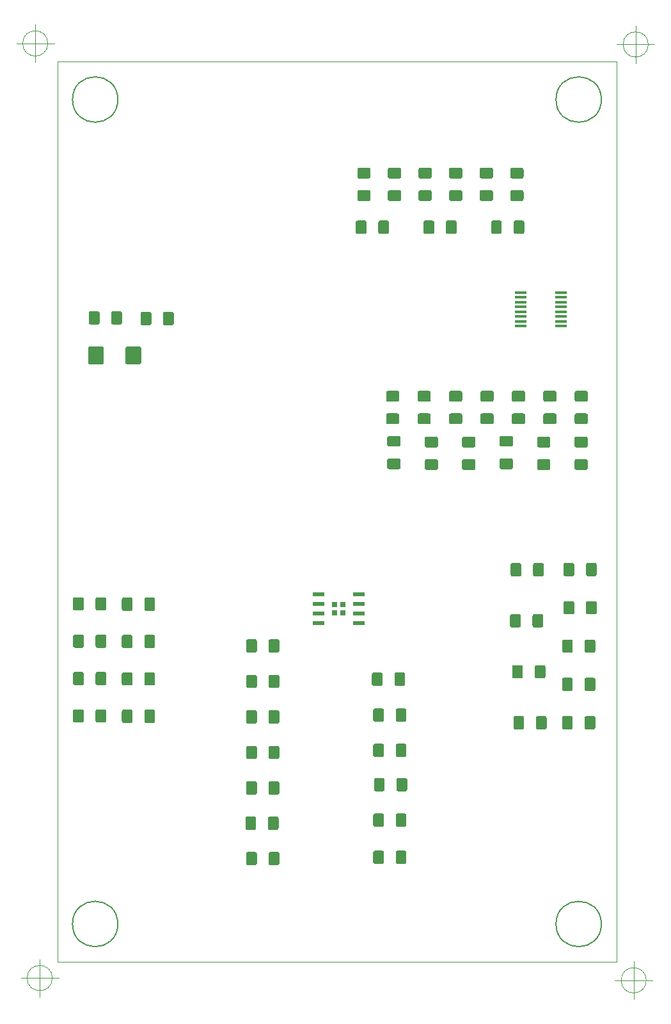
<source format=gbr>
G04 #@! TF.GenerationSoftware,KiCad,Pcbnew,(5.1.4)-1*
G04 #@! TF.CreationDate,2020-01-03T17:16:49+05:00*
G04 #@! TF.ProjectId,speeduino_ntv650,73706565-6475-4696-9e6f-5f6e74763635,rev?*
G04 #@! TF.SameCoordinates,Original*
G04 #@! TF.FileFunction,Paste,Top*
G04 #@! TF.FilePolarity,Positive*
%FSLAX46Y46*%
G04 Gerber Fmt 4.6, Leading zero omitted, Abs format (unit mm)*
G04 Created by KiCad (PCBNEW (5.1.4)-1) date 2020-01-03 17:16:49*
%MOMM*%
%LPD*%
G04 APERTURE LIST*
%ADD10C,0.100000*%
%ADD11C,0.150000*%
%ADD12C,2.075000*%
%ADD13C,1.425000*%
%ADD14R,1.600000X0.410000*%
%ADD15R,0.705000X0.705000*%
%ADD16R,1.550000X0.600000*%
G04 APERTURE END LIST*
D10*
X110806666Y-38620000D02*
G75*
G03X110806666Y-38620000I-1666666J0D01*
G01*
X106640000Y-38620000D02*
X111640000Y-38620000D01*
X109140000Y-36120000D02*
X109140000Y-41120000D01*
X190016666Y-162490000D02*
G75*
G03X190016666Y-162490000I-1666666J0D01*
G01*
X185850000Y-162490000D02*
X190850000Y-162490000D01*
X188350000Y-159990000D02*
X188350000Y-164990000D01*
D11*
X184070000Y-155040000D02*
G75*
G03X184070000Y-155040000I-3000000J0D01*
G01*
D10*
X190286666Y-38760000D02*
G75*
G03X190286666Y-38760000I-1666666J0D01*
G01*
X186120000Y-38760000D02*
X191120000Y-38760000D01*
X188620000Y-36260000D02*
X188620000Y-41260000D01*
X111396666Y-162190000D02*
G75*
G03X111396666Y-162190000I-1666666J0D01*
G01*
X107230000Y-162190000D02*
X112230000Y-162190000D01*
X109730000Y-159690000D02*
X109730000Y-164690000D01*
D11*
X120070000Y-155040000D02*
G75*
G03X120070000Y-155040000I-3000000J0D01*
G01*
X184070000Y-46040000D02*
G75*
G03X184070000Y-46040000I-3000000J0D01*
G01*
X120070000Y-46040000D02*
G75*
G03X120070000Y-46040000I-3000000J0D01*
G01*
D10*
X112070000Y-160040000D02*
X112070000Y-41040000D01*
X186070000Y-160040000D02*
X112070000Y-160040000D01*
X186070000Y-41040000D02*
X186070000Y-160040000D01*
X112070000Y-41040000D02*
X186070000Y-41040000D01*
G36*
X117999504Y-78696204D02*
G01*
X118023773Y-78699804D01*
X118047571Y-78705765D01*
X118070671Y-78714030D01*
X118092849Y-78724520D01*
X118113893Y-78737133D01*
X118133598Y-78751747D01*
X118151777Y-78768223D01*
X118168253Y-78786402D01*
X118182867Y-78806107D01*
X118195480Y-78827151D01*
X118205970Y-78849329D01*
X118214235Y-78872429D01*
X118220196Y-78896227D01*
X118223796Y-78920496D01*
X118225000Y-78945000D01*
X118225000Y-80795000D01*
X118223796Y-80819504D01*
X118220196Y-80843773D01*
X118214235Y-80867571D01*
X118205970Y-80890671D01*
X118195480Y-80912849D01*
X118182867Y-80933893D01*
X118168253Y-80953598D01*
X118151777Y-80971777D01*
X118133598Y-80988253D01*
X118113893Y-81002867D01*
X118092849Y-81015480D01*
X118070671Y-81025970D01*
X118047571Y-81034235D01*
X118023773Y-81040196D01*
X117999504Y-81043796D01*
X117975000Y-81045000D01*
X116400000Y-81045000D01*
X116375496Y-81043796D01*
X116351227Y-81040196D01*
X116327429Y-81034235D01*
X116304329Y-81025970D01*
X116282151Y-81015480D01*
X116261107Y-81002867D01*
X116241402Y-80988253D01*
X116223223Y-80971777D01*
X116206747Y-80953598D01*
X116192133Y-80933893D01*
X116179520Y-80912849D01*
X116169030Y-80890671D01*
X116160765Y-80867571D01*
X116154804Y-80843773D01*
X116151204Y-80819504D01*
X116150000Y-80795000D01*
X116150000Y-78945000D01*
X116151204Y-78920496D01*
X116154804Y-78896227D01*
X116160765Y-78872429D01*
X116169030Y-78849329D01*
X116179520Y-78827151D01*
X116192133Y-78806107D01*
X116206747Y-78786402D01*
X116223223Y-78768223D01*
X116241402Y-78751747D01*
X116261107Y-78737133D01*
X116282151Y-78724520D01*
X116304329Y-78714030D01*
X116327429Y-78705765D01*
X116351227Y-78699804D01*
X116375496Y-78696204D01*
X116400000Y-78695000D01*
X117975000Y-78695000D01*
X117999504Y-78696204D01*
X117999504Y-78696204D01*
G37*
D12*
X117187500Y-79870000D03*
D10*
G36*
X122924504Y-78696204D02*
G01*
X122948773Y-78699804D01*
X122972571Y-78705765D01*
X122995671Y-78714030D01*
X123017849Y-78724520D01*
X123038893Y-78737133D01*
X123058598Y-78751747D01*
X123076777Y-78768223D01*
X123093253Y-78786402D01*
X123107867Y-78806107D01*
X123120480Y-78827151D01*
X123130970Y-78849329D01*
X123139235Y-78872429D01*
X123145196Y-78896227D01*
X123148796Y-78920496D01*
X123150000Y-78945000D01*
X123150000Y-80795000D01*
X123148796Y-80819504D01*
X123145196Y-80843773D01*
X123139235Y-80867571D01*
X123130970Y-80890671D01*
X123120480Y-80912849D01*
X123107867Y-80933893D01*
X123093253Y-80953598D01*
X123076777Y-80971777D01*
X123058598Y-80988253D01*
X123038893Y-81002867D01*
X123017849Y-81015480D01*
X122995671Y-81025970D01*
X122972571Y-81034235D01*
X122948773Y-81040196D01*
X122924504Y-81043796D01*
X122900000Y-81045000D01*
X121325000Y-81045000D01*
X121300496Y-81043796D01*
X121276227Y-81040196D01*
X121252429Y-81034235D01*
X121229329Y-81025970D01*
X121207151Y-81015480D01*
X121186107Y-81002867D01*
X121166402Y-80988253D01*
X121148223Y-80971777D01*
X121131747Y-80953598D01*
X121117133Y-80933893D01*
X121104520Y-80912849D01*
X121094030Y-80890671D01*
X121085765Y-80867571D01*
X121079804Y-80843773D01*
X121076204Y-80819504D01*
X121075000Y-80795000D01*
X121075000Y-78945000D01*
X121076204Y-78920496D01*
X121079804Y-78896227D01*
X121085765Y-78872429D01*
X121094030Y-78849329D01*
X121104520Y-78827151D01*
X121117133Y-78806107D01*
X121131747Y-78786402D01*
X121148223Y-78768223D01*
X121166402Y-78751747D01*
X121186107Y-78737133D01*
X121207151Y-78724520D01*
X121229329Y-78714030D01*
X121252429Y-78705765D01*
X121276227Y-78699804D01*
X121300496Y-78696204D01*
X121325000Y-78695000D01*
X122900000Y-78695000D01*
X122924504Y-78696204D01*
X122924504Y-78696204D01*
G37*
D12*
X122112500Y-79870000D03*
D10*
G36*
X120404504Y-74026204D02*
G01*
X120428773Y-74029804D01*
X120452571Y-74035765D01*
X120475671Y-74044030D01*
X120497849Y-74054520D01*
X120518893Y-74067133D01*
X120538598Y-74081747D01*
X120556777Y-74098223D01*
X120573253Y-74116402D01*
X120587867Y-74136107D01*
X120600480Y-74157151D01*
X120610970Y-74179329D01*
X120619235Y-74202429D01*
X120625196Y-74226227D01*
X120628796Y-74250496D01*
X120630000Y-74275000D01*
X120630000Y-75525000D01*
X120628796Y-75549504D01*
X120625196Y-75573773D01*
X120619235Y-75597571D01*
X120610970Y-75620671D01*
X120600480Y-75642849D01*
X120587867Y-75663893D01*
X120573253Y-75683598D01*
X120556777Y-75701777D01*
X120538598Y-75718253D01*
X120518893Y-75732867D01*
X120497849Y-75745480D01*
X120475671Y-75755970D01*
X120452571Y-75764235D01*
X120428773Y-75770196D01*
X120404504Y-75773796D01*
X120380000Y-75775000D01*
X119455000Y-75775000D01*
X119430496Y-75773796D01*
X119406227Y-75770196D01*
X119382429Y-75764235D01*
X119359329Y-75755970D01*
X119337151Y-75745480D01*
X119316107Y-75732867D01*
X119296402Y-75718253D01*
X119278223Y-75701777D01*
X119261747Y-75683598D01*
X119247133Y-75663893D01*
X119234520Y-75642849D01*
X119224030Y-75620671D01*
X119215765Y-75597571D01*
X119209804Y-75573773D01*
X119206204Y-75549504D01*
X119205000Y-75525000D01*
X119205000Y-74275000D01*
X119206204Y-74250496D01*
X119209804Y-74226227D01*
X119215765Y-74202429D01*
X119224030Y-74179329D01*
X119234520Y-74157151D01*
X119247133Y-74136107D01*
X119261747Y-74116402D01*
X119278223Y-74098223D01*
X119296402Y-74081747D01*
X119316107Y-74067133D01*
X119337151Y-74054520D01*
X119359329Y-74044030D01*
X119382429Y-74035765D01*
X119406227Y-74029804D01*
X119430496Y-74026204D01*
X119455000Y-74025000D01*
X120380000Y-74025000D01*
X120404504Y-74026204D01*
X120404504Y-74026204D01*
G37*
D13*
X119917500Y-74900000D03*
D10*
G36*
X117429504Y-74026204D02*
G01*
X117453773Y-74029804D01*
X117477571Y-74035765D01*
X117500671Y-74044030D01*
X117522849Y-74054520D01*
X117543893Y-74067133D01*
X117563598Y-74081747D01*
X117581777Y-74098223D01*
X117598253Y-74116402D01*
X117612867Y-74136107D01*
X117625480Y-74157151D01*
X117635970Y-74179329D01*
X117644235Y-74202429D01*
X117650196Y-74226227D01*
X117653796Y-74250496D01*
X117655000Y-74275000D01*
X117655000Y-75525000D01*
X117653796Y-75549504D01*
X117650196Y-75573773D01*
X117644235Y-75597571D01*
X117635970Y-75620671D01*
X117625480Y-75642849D01*
X117612867Y-75663893D01*
X117598253Y-75683598D01*
X117581777Y-75701777D01*
X117563598Y-75718253D01*
X117543893Y-75732867D01*
X117522849Y-75745480D01*
X117500671Y-75755970D01*
X117477571Y-75764235D01*
X117453773Y-75770196D01*
X117429504Y-75773796D01*
X117405000Y-75775000D01*
X116480000Y-75775000D01*
X116455496Y-75773796D01*
X116431227Y-75770196D01*
X116407429Y-75764235D01*
X116384329Y-75755970D01*
X116362151Y-75745480D01*
X116341107Y-75732867D01*
X116321402Y-75718253D01*
X116303223Y-75701777D01*
X116286747Y-75683598D01*
X116272133Y-75663893D01*
X116259520Y-75642849D01*
X116249030Y-75620671D01*
X116240765Y-75597571D01*
X116234804Y-75573773D01*
X116231204Y-75549504D01*
X116230000Y-75525000D01*
X116230000Y-74275000D01*
X116231204Y-74250496D01*
X116234804Y-74226227D01*
X116240765Y-74202429D01*
X116249030Y-74179329D01*
X116259520Y-74157151D01*
X116272133Y-74136107D01*
X116286747Y-74116402D01*
X116303223Y-74098223D01*
X116321402Y-74081747D01*
X116341107Y-74067133D01*
X116362151Y-74054520D01*
X116384329Y-74044030D01*
X116407429Y-74035765D01*
X116431227Y-74029804D01*
X116455496Y-74026204D01*
X116480000Y-74025000D01*
X117405000Y-74025000D01*
X117429504Y-74026204D01*
X117429504Y-74026204D01*
G37*
D13*
X116942500Y-74900000D03*
D10*
G36*
X124279504Y-74126204D02*
G01*
X124303773Y-74129804D01*
X124327571Y-74135765D01*
X124350671Y-74144030D01*
X124372849Y-74154520D01*
X124393893Y-74167133D01*
X124413598Y-74181747D01*
X124431777Y-74198223D01*
X124448253Y-74216402D01*
X124462867Y-74236107D01*
X124475480Y-74257151D01*
X124485970Y-74279329D01*
X124494235Y-74302429D01*
X124500196Y-74326227D01*
X124503796Y-74350496D01*
X124505000Y-74375000D01*
X124505000Y-75625000D01*
X124503796Y-75649504D01*
X124500196Y-75673773D01*
X124494235Y-75697571D01*
X124485970Y-75720671D01*
X124475480Y-75742849D01*
X124462867Y-75763893D01*
X124448253Y-75783598D01*
X124431777Y-75801777D01*
X124413598Y-75818253D01*
X124393893Y-75832867D01*
X124372849Y-75845480D01*
X124350671Y-75855970D01*
X124327571Y-75864235D01*
X124303773Y-75870196D01*
X124279504Y-75873796D01*
X124255000Y-75875000D01*
X123330000Y-75875000D01*
X123305496Y-75873796D01*
X123281227Y-75870196D01*
X123257429Y-75864235D01*
X123234329Y-75855970D01*
X123212151Y-75845480D01*
X123191107Y-75832867D01*
X123171402Y-75818253D01*
X123153223Y-75801777D01*
X123136747Y-75783598D01*
X123122133Y-75763893D01*
X123109520Y-75742849D01*
X123099030Y-75720671D01*
X123090765Y-75697571D01*
X123084804Y-75673773D01*
X123081204Y-75649504D01*
X123080000Y-75625000D01*
X123080000Y-74375000D01*
X123081204Y-74350496D01*
X123084804Y-74326227D01*
X123090765Y-74302429D01*
X123099030Y-74279329D01*
X123109520Y-74257151D01*
X123122133Y-74236107D01*
X123136747Y-74216402D01*
X123153223Y-74198223D01*
X123171402Y-74181747D01*
X123191107Y-74167133D01*
X123212151Y-74154520D01*
X123234329Y-74144030D01*
X123257429Y-74135765D01*
X123281227Y-74129804D01*
X123305496Y-74126204D01*
X123330000Y-74125000D01*
X124255000Y-74125000D01*
X124279504Y-74126204D01*
X124279504Y-74126204D01*
G37*
D13*
X123792500Y-75000000D03*
D10*
G36*
X127254504Y-74126204D02*
G01*
X127278773Y-74129804D01*
X127302571Y-74135765D01*
X127325671Y-74144030D01*
X127347849Y-74154520D01*
X127368893Y-74167133D01*
X127388598Y-74181747D01*
X127406777Y-74198223D01*
X127423253Y-74216402D01*
X127437867Y-74236107D01*
X127450480Y-74257151D01*
X127460970Y-74279329D01*
X127469235Y-74302429D01*
X127475196Y-74326227D01*
X127478796Y-74350496D01*
X127480000Y-74375000D01*
X127480000Y-75625000D01*
X127478796Y-75649504D01*
X127475196Y-75673773D01*
X127469235Y-75697571D01*
X127460970Y-75720671D01*
X127450480Y-75742849D01*
X127437867Y-75763893D01*
X127423253Y-75783598D01*
X127406777Y-75801777D01*
X127388598Y-75818253D01*
X127368893Y-75832867D01*
X127347849Y-75845480D01*
X127325671Y-75855970D01*
X127302571Y-75864235D01*
X127278773Y-75870196D01*
X127254504Y-75873796D01*
X127230000Y-75875000D01*
X126305000Y-75875000D01*
X126280496Y-75873796D01*
X126256227Y-75870196D01*
X126232429Y-75864235D01*
X126209329Y-75855970D01*
X126187151Y-75845480D01*
X126166107Y-75832867D01*
X126146402Y-75818253D01*
X126128223Y-75801777D01*
X126111747Y-75783598D01*
X126097133Y-75763893D01*
X126084520Y-75742849D01*
X126074030Y-75720671D01*
X126065765Y-75697571D01*
X126059804Y-75673773D01*
X126056204Y-75649504D01*
X126055000Y-75625000D01*
X126055000Y-74375000D01*
X126056204Y-74350496D01*
X126059804Y-74326227D01*
X126065765Y-74302429D01*
X126074030Y-74279329D01*
X126084520Y-74257151D01*
X126097133Y-74236107D01*
X126111747Y-74216402D01*
X126128223Y-74198223D01*
X126146402Y-74181747D01*
X126166107Y-74167133D01*
X126187151Y-74154520D01*
X126209329Y-74144030D01*
X126232429Y-74135765D01*
X126256227Y-74129804D01*
X126280496Y-74126204D01*
X126305000Y-74125000D01*
X127230000Y-74125000D01*
X127254504Y-74126204D01*
X127254504Y-74126204D01*
G37*
D13*
X126767500Y-75000000D03*
D10*
G36*
X161261504Y-84561204D02*
G01*
X161285773Y-84564804D01*
X161309571Y-84570765D01*
X161332671Y-84579030D01*
X161354849Y-84589520D01*
X161375893Y-84602133D01*
X161395598Y-84616747D01*
X161413777Y-84633223D01*
X161430253Y-84651402D01*
X161444867Y-84671107D01*
X161457480Y-84692151D01*
X161467970Y-84714329D01*
X161476235Y-84737429D01*
X161482196Y-84761227D01*
X161485796Y-84785496D01*
X161487000Y-84810000D01*
X161487000Y-85735000D01*
X161485796Y-85759504D01*
X161482196Y-85783773D01*
X161476235Y-85807571D01*
X161467970Y-85830671D01*
X161457480Y-85852849D01*
X161444867Y-85873893D01*
X161430253Y-85893598D01*
X161413777Y-85911777D01*
X161395598Y-85928253D01*
X161375893Y-85942867D01*
X161354849Y-85955480D01*
X161332671Y-85965970D01*
X161309571Y-85974235D01*
X161285773Y-85980196D01*
X161261504Y-85983796D01*
X161237000Y-85985000D01*
X159987000Y-85985000D01*
X159962496Y-85983796D01*
X159938227Y-85980196D01*
X159914429Y-85974235D01*
X159891329Y-85965970D01*
X159869151Y-85955480D01*
X159848107Y-85942867D01*
X159828402Y-85928253D01*
X159810223Y-85911777D01*
X159793747Y-85893598D01*
X159779133Y-85873893D01*
X159766520Y-85852849D01*
X159756030Y-85830671D01*
X159747765Y-85807571D01*
X159741804Y-85783773D01*
X159738204Y-85759504D01*
X159737000Y-85735000D01*
X159737000Y-84810000D01*
X159738204Y-84785496D01*
X159741804Y-84761227D01*
X159747765Y-84737429D01*
X159756030Y-84714329D01*
X159766520Y-84692151D01*
X159779133Y-84671107D01*
X159793747Y-84651402D01*
X159810223Y-84633223D01*
X159828402Y-84616747D01*
X159848107Y-84602133D01*
X159869151Y-84589520D01*
X159891329Y-84579030D01*
X159914429Y-84570765D01*
X159938227Y-84564804D01*
X159962496Y-84561204D01*
X159987000Y-84560000D01*
X161237000Y-84560000D01*
X161261504Y-84561204D01*
X161261504Y-84561204D01*
G37*
D13*
X160612000Y-85272500D03*
D10*
G36*
X161261504Y-87536204D02*
G01*
X161285773Y-87539804D01*
X161309571Y-87545765D01*
X161332671Y-87554030D01*
X161354849Y-87564520D01*
X161375893Y-87577133D01*
X161395598Y-87591747D01*
X161413777Y-87608223D01*
X161430253Y-87626402D01*
X161444867Y-87646107D01*
X161457480Y-87667151D01*
X161467970Y-87689329D01*
X161476235Y-87712429D01*
X161482196Y-87736227D01*
X161485796Y-87760496D01*
X161487000Y-87785000D01*
X161487000Y-88710000D01*
X161485796Y-88734504D01*
X161482196Y-88758773D01*
X161476235Y-88782571D01*
X161467970Y-88805671D01*
X161457480Y-88827849D01*
X161444867Y-88848893D01*
X161430253Y-88868598D01*
X161413777Y-88886777D01*
X161395598Y-88903253D01*
X161375893Y-88917867D01*
X161354849Y-88930480D01*
X161332671Y-88940970D01*
X161309571Y-88949235D01*
X161285773Y-88955196D01*
X161261504Y-88958796D01*
X161237000Y-88960000D01*
X159987000Y-88960000D01*
X159962496Y-88958796D01*
X159938227Y-88955196D01*
X159914429Y-88949235D01*
X159891329Y-88940970D01*
X159869151Y-88930480D01*
X159848107Y-88917867D01*
X159828402Y-88903253D01*
X159810223Y-88886777D01*
X159793747Y-88868598D01*
X159779133Y-88848893D01*
X159766520Y-88827849D01*
X159756030Y-88805671D01*
X159747765Y-88782571D01*
X159741804Y-88758773D01*
X159738204Y-88734504D01*
X159737000Y-88710000D01*
X159737000Y-87785000D01*
X159738204Y-87760496D01*
X159741804Y-87736227D01*
X159747765Y-87712429D01*
X159756030Y-87689329D01*
X159766520Y-87667151D01*
X159779133Y-87646107D01*
X159793747Y-87626402D01*
X159810223Y-87608223D01*
X159828402Y-87591747D01*
X159848107Y-87577133D01*
X159869151Y-87564520D01*
X159891329Y-87554030D01*
X159914429Y-87545765D01*
X159938227Y-87539804D01*
X159962496Y-87536204D01*
X159987000Y-87535000D01*
X161237000Y-87535000D01*
X161261504Y-87536204D01*
X161261504Y-87536204D01*
G37*
D13*
X160612000Y-88247500D03*
D10*
G36*
X155074504Y-126556204D02*
G01*
X155098773Y-126559804D01*
X155122571Y-126565765D01*
X155145671Y-126574030D01*
X155167849Y-126584520D01*
X155188893Y-126597133D01*
X155208598Y-126611747D01*
X155226777Y-126628223D01*
X155243253Y-126646402D01*
X155257867Y-126666107D01*
X155270480Y-126687151D01*
X155280970Y-126709329D01*
X155289235Y-126732429D01*
X155295196Y-126756227D01*
X155298796Y-126780496D01*
X155300000Y-126805000D01*
X155300000Y-128055000D01*
X155298796Y-128079504D01*
X155295196Y-128103773D01*
X155289235Y-128127571D01*
X155280970Y-128150671D01*
X155270480Y-128172849D01*
X155257867Y-128193893D01*
X155243253Y-128213598D01*
X155226777Y-128231777D01*
X155208598Y-128248253D01*
X155188893Y-128262867D01*
X155167849Y-128275480D01*
X155145671Y-128285970D01*
X155122571Y-128294235D01*
X155098773Y-128300196D01*
X155074504Y-128303796D01*
X155050000Y-128305000D01*
X154125000Y-128305000D01*
X154100496Y-128303796D01*
X154076227Y-128300196D01*
X154052429Y-128294235D01*
X154029329Y-128285970D01*
X154007151Y-128275480D01*
X153986107Y-128262867D01*
X153966402Y-128248253D01*
X153948223Y-128231777D01*
X153931747Y-128213598D01*
X153917133Y-128193893D01*
X153904520Y-128172849D01*
X153894030Y-128150671D01*
X153885765Y-128127571D01*
X153879804Y-128103773D01*
X153876204Y-128079504D01*
X153875000Y-128055000D01*
X153875000Y-126805000D01*
X153876204Y-126780496D01*
X153879804Y-126756227D01*
X153885765Y-126732429D01*
X153894030Y-126709329D01*
X153904520Y-126687151D01*
X153917133Y-126666107D01*
X153931747Y-126646402D01*
X153948223Y-126628223D01*
X153966402Y-126611747D01*
X153986107Y-126597133D01*
X154007151Y-126584520D01*
X154029329Y-126574030D01*
X154052429Y-126565765D01*
X154076227Y-126559804D01*
X154100496Y-126556204D01*
X154125000Y-126555000D01*
X155050000Y-126555000D01*
X155074504Y-126556204D01*
X155074504Y-126556204D01*
G37*
D13*
X154587500Y-127430000D03*
D10*
G36*
X158049504Y-126556204D02*
G01*
X158073773Y-126559804D01*
X158097571Y-126565765D01*
X158120671Y-126574030D01*
X158142849Y-126584520D01*
X158163893Y-126597133D01*
X158183598Y-126611747D01*
X158201777Y-126628223D01*
X158218253Y-126646402D01*
X158232867Y-126666107D01*
X158245480Y-126687151D01*
X158255970Y-126709329D01*
X158264235Y-126732429D01*
X158270196Y-126756227D01*
X158273796Y-126780496D01*
X158275000Y-126805000D01*
X158275000Y-128055000D01*
X158273796Y-128079504D01*
X158270196Y-128103773D01*
X158264235Y-128127571D01*
X158255970Y-128150671D01*
X158245480Y-128172849D01*
X158232867Y-128193893D01*
X158218253Y-128213598D01*
X158201777Y-128231777D01*
X158183598Y-128248253D01*
X158163893Y-128262867D01*
X158142849Y-128275480D01*
X158120671Y-128285970D01*
X158097571Y-128294235D01*
X158073773Y-128300196D01*
X158049504Y-128303796D01*
X158025000Y-128305000D01*
X157100000Y-128305000D01*
X157075496Y-128303796D01*
X157051227Y-128300196D01*
X157027429Y-128294235D01*
X157004329Y-128285970D01*
X156982151Y-128275480D01*
X156961107Y-128262867D01*
X156941402Y-128248253D01*
X156923223Y-128231777D01*
X156906747Y-128213598D01*
X156892133Y-128193893D01*
X156879520Y-128172849D01*
X156869030Y-128150671D01*
X156860765Y-128127571D01*
X156854804Y-128103773D01*
X156851204Y-128079504D01*
X156850000Y-128055000D01*
X156850000Y-126805000D01*
X156851204Y-126780496D01*
X156854804Y-126756227D01*
X156860765Y-126732429D01*
X156869030Y-126709329D01*
X156879520Y-126687151D01*
X156892133Y-126666107D01*
X156906747Y-126646402D01*
X156923223Y-126628223D01*
X156941402Y-126611747D01*
X156961107Y-126597133D01*
X156982151Y-126584520D01*
X157004329Y-126574030D01*
X157027429Y-126565765D01*
X157051227Y-126559804D01*
X157075496Y-126556204D01*
X157100000Y-126555000D01*
X158025000Y-126555000D01*
X158049504Y-126556204D01*
X158049504Y-126556204D01*
G37*
D13*
X157562500Y-127430000D03*
D10*
G36*
X162227504Y-90611204D02*
G01*
X162251773Y-90614804D01*
X162275571Y-90620765D01*
X162298671Y-90629030D01*
X162320849Y-90639520D01*
X162341893Y-90652133D01*
X162361598Y-90666747D01*
X162379777Y-90683223D01*
X162396253Y-90701402D01*
X162410867Y-90721107D01*
X162423480Y-90742151D01*
X162433970Y-90764329D01*
X162442235Y-90787429D01*
X162448196Y-90811227D01*
X162451796Y-90835496D01*
X162453000Y-90860000D01*
X162453000Y-91785000D01*
X162451796Y-91809504D01*
X162448196Y-91833773D01*
X162442235Y-91857571D01*
X162433970Y-91880671D01*
X162423480Y-91902849D01*
X162410867Y-91923893D01*
X162396253Y-91943598D01*
X162379777Y-91961777D01*
X162361598Y-91978253D01*
X162341893Y-91992867D01*
X162320849Y-92005480D01*
X162298671Y-92015970D01*
X162275571Y-92024235D01*
X162251773Y-92030196D01*
X162227504Y-92033796D01*
X162203000Y-92035000D01*
X160953000Y-92035000D01*
X160928496Y-92033796D01*
X160904227Y-92030196D01*
X160880429Y-92024235D01*
X160857329Y-92015970D01*
X160835151Y-92005480D01*
X160814107Y-91992867D01*
X160794402Y-91978253D01*
X160776223Y-91961777D01*
X160759747Y-91943598D01*
X160745133Y-91923893D01*
X160732520Y-91902849D01*
X160722030Y-91880671D01*
X160713765Y-91857571D01*
X160707804Y-91833773D01*
X160704204Y-91809504D01*
X160703000Y-91785000D01*
X160703000Y-90860000D01*
X160704204Y-90835496D01*
X160707804Y-90811227D01*
X160713765Y-90787429D01*
X160722030Y-90764329D01*
X160732520Y-90742151D01*
X160745133Y-90721107D01*
X160759747Y-90701402D01*
X160776223Y-90683223D01*
X160794402Y-90666747D01*
X160814107Y-90652133D01*
X160835151Y-90639520D01*
X160857329Y-90629030D01*
X160880429Y-90620765D01*
X160904227Y-90614804D01*
X160928496Y-90611204D01*
X160953000Y-90610000D01*
X162203000Y-90610000D01*
X162227504Y-90611204D01*
X162227504Y-90611204D01*
G37*
D13*
X161578000Y-91322500D03*
D10*
G36*
X162227504Y-93586204D02*
G01*
X162251773Y-93589804D01*
X162275571Y-93595765D01*
X162298671Y-93604030D01*
X162320849Y-93614520D01*
X162341893Y-93627133D01*
X162361598Y-93641747D01*
X162379777Y-93658223D01*
X162396253Y-93676402D01*
X162410867Y-93696107D01*
X162423480Y-93717151D01*
X162433970Y-93739329D01*
X162442235Y-93762429D01*
X162448196Y-93786227D01*
X162451796Y-93810496D01*
X162453000Y-93835000D01*
X162453000Y-94760000D01*
X162451796Y-94784504D01*
X162448196Y-94808773D01*
X162442235Y-94832571D01*
X162433970Y-94855671D01*
X162423480Y-94877849D01*
X162410867Y-94898893D01*
X162396253Y-94918598D01*
X162379777Y-94936777D01*
X162361598Y-94953253D01*
X162341893Y-94967867D01*
X162320849Y-94980480D01*
X162298671Y-94990970D01*
X162275571Y-94999235D01*
X162251773Y-95005196D01*
X162227504Y-95008796D01*
X162203000Y-95010000D01*
X160953000Y-95010000D01*
X160928496Y-95008796D01*
X160904227Y-95005196D01*
X160880429Y-94999235D01*
X160857329Y-94990970D01*
X160835151Y-94980480D01*
X160814107Y-94967867D01*
X160794402Y-94953253D01*
X160776223Y-94936777D01*
X160759747Y-94918598D01*
X160745133Y-94898893D01*
X160732520Y-94877849D01*
X160722030Y-94855671D01*
X160713765Y-94832571D01*
X160707804Y-94808773D01*
X160704204Y-94784504D01*
X160703000Y-94760000D01*
X160703000Y-93835000D01*
X160704204Y-93810496D01*
X160707804Y-93786227D01*
X160713765Y-93762429D01*
X160722030Y-93739329D01*
X160732520Y-93717151D01*
X160745133Y-93696107D01*
X160759747Y-93676402D01*
X160776223Y-93658223D01*
X160794402Y-93641747D01*
X160814107Y-93627133D01*
X160835151Y-93614520D01*
X160857329Y-93604030D01*
X160880429Y-93595765D01*
X160904227Y-93589804D01*
X160928496Y-93586204D01*
X160953000Y-93585000D01*
X162203000Y-93585000D01*
X162227504Y-93586204D01*
X162227504Y-93586204D01*
G37*
D13*
X161578000Y-94297500D03*
D10*
G36*
X176434504Y-120816204D02*
G01*
X176458773Y-120819804D01*
X176482571Y-120825765D01*
X176505671Y-120834030D01*
X176527849Y-120844520D01*
X176548893Y-120857133D01*
X176568598Y-120871747D01*
X176586777Y-120888223D01*
X176603253Y-120906402D01*
X176617867Y-120926107D01*
X176630480Y-120947151D01*
X176640970Y-120969329D01*
X176649235Y-120992429D01*
X176655196Y-121016227D01*
X176658796Y-121040496D01*
X176660000Y-121065000D01*
X176660000Y-122315000D01*
X176658796Y-122339504D01*
X176655196Y-122363773D01*
X176649235Y-122387571D01*
X176640970Y-122410671D01*
X176630480Y-122432849D01*
X176617867Y-122453893D01*
X176603253Y-122473598D01*
X176586777Y-122491777D01*
X176568598Y-122508253D01*
X176548893Y-122522867D01*
X176527849Y-122535480D01*
X176505671Y-122545970D01*
X176482571Y-122554235D01*
X176458773Y-122560196D01*
X176434504Y-122563796D01*
X176410000Y-122565000D01*
X175485000Y-122565000D01*
X175460496Y-122563796D01*
X175436227Y-122560196D01*
X175412429Y-122554235D01*
X175389329Y-122545970D01*
X175367151Y-122535480D01*
X175346107Y-122522867D01*
X175326402Y-122508253D01*
X175308223Y-122491777D01*
X175291747Y-122473598D01*
X175277133Y-122453893D01*
X175264520Y-122432849D01*
X175254030Y-122410671D01*
X175245765Y-122387571D01*
X175239804Y-122363773D01*
X175236204Y-122339504D01*
X175235000Y-122315000D01*
X175235000Y-121065000D01*
X175236204Y-121040496D01*
X175239804Y-121016227D01*
X175245765Y-120992429D01*
X175254030Y-120969329D01*
X175264520Y-120947151D01*
X175277133Y-120926107D01*
X175291747Y-120906402D01*
X175308223Y-120888223D01*
X175326402Y-120871747D01*
X175346107Y-120857133D01*
X175367151Y-120844520D01*
X175389329Y-120834030D01*
X175412429Y-120825765D01*
X175436227Y-120819804D01*
X175460496Y-120816204D01*
X175485000Y-120815000D01*
X176410000Y-120815000D01*
X176434504Y-120816204D01*
X176434504Y-120816204D01*
G37*
D13*
X175947500Y-121690000D03*
D10*
G36*
X173459504Y-120816204D02*
G01*
X173483773Y-120819804D01*
X173507571Y-120825765D01*
X173530671Y-120834030D01*
X173552849Y-120844520D01*
X173573893Y-120857133D01*
X173593598Y-120871747D01*
X173611777Y-120888223D01*
X173628253Y-120906402D01*
X173642867Y-120926107D01*
X173655480Y-120947151D01*
X173665970Y-120969329D01*
X173674235Y-120992429D01*
X173680196Y-121016227D01*
X173683796Y-121040496D01*
X173685000Y-121065000D01*
X173685000Y-122315000D01*
X173683796Y-122339504D01*
X173680196Y-122363773D01*
X173674235Y-122387571D01*
X173665970Y-122410671D01*
X173655480Y-122432849D01*
X173642867Y-122453893D01*
X173628253Y-122473598D01*
X173611777Y-122491777D01*
X173593598Y-122508253D01*
X173573893Y-122522867D01*
X173552849Y-122535480D01*
X173530671Y-122545970D01*
X173507571Y-122554235D01*
X173483773Y-122560196D01*
X173459504Y-122563796D01*
X173435000Y-122565000D01*
X172510000Y-122565000D01*
X172485496Y-122563796D01*
X172461227Y-122560196D01*
X172437429Y-122554235D01*
X172414329Y-122545970D01*
X172392151Y-122535480D01*
X172371107Y-122522867D01*
X172351402Y-122508253D01*
X172333223Y-122491777D01*
X172316747Y-122473598D01*
X172302133Y-122453893D01*
X172289520Y-122432849D01*
X172279030Y-122410671D01*
X172270765Y-122387571D01*
X172264804Y-122363773D01*
X172261204Y-122339504D01*
X172260000Y-122315000D01*
X172260000Y-121065000D01*
X172261204Y-121040496D01*
X172264804Y-121016227D01*
X172270765Y-120992429D01*
X172279030Y-120969329D01*
X172289520Y-120947151D01*
X172302133Y-120926107D01*
X172316747Y-120906402D01*
X172333223Y-120888223D01*
X172351402Y-120871747D01*
X172371107Y-120857133D01*
X172392151Y-120844520D01*
X172414329Y-120834030D01*
X172437429Y-120825765D01*
X172461227Y-120819804D01*
X172485496Y-120816204D01*
X172510000Y-120815000D01*
X173435000Y-120815000D01*
X173459504Y-120816204D01*
X173459504Y-120816204D01*
G37*
D13*
X172972500Y-121690000D03*
D10*
G36*
X176602504Y-127556204D02*
G01*
X176626773Y-127559804D01*
X176650571Y-127565765D01*
X176673671Y-127574030D01*
X176695849Y-127584520D01*
X176716893Y-127597133D01*
X176736598Y-127611747D01*
X176754777Y-127628223D01*
X176771253Y-127646402D01*
X176785867Y-127666107D01*
X176798480Y-127687151D01*
X176808970Y-127709329D01*
X176817235Y-127732429D01*
X176823196Y-127756227D01*
X176826796Y-127780496D01*
X176828000Y-127805000D01*
X176828000Y-129055000D01*
X176826796Y-129079504D01*
X176823196Y-129103773D01*
X176817235Y-129127571D01*
X176808970Y-129150671D01*
X176798480Y-129172849D01*
X176785867Y-129193893D01*
X176771253Y-129213598D01*
X176754777Y-129231777D01*
X176736598Y-129248253D01*
X176716893Y-129262867D01*
X176695849Y-129275480D01*
X176673671Y-129285970D01*
X176650571Y-129294235D01*
X176626773Y-129300196D01*
X176602504Y-129303796D01*
X176578000Y-129305000D01*
X175653000Y-129305000D01*
X175628496Y-129303796D01*
X175604227Y-129300196D01*
X175580429Y-129294235D01*
X175557329Y-129285970D01*
X175535151Y-129275480D01*
X175514107Y-129262867D01*
X175494402Y-129248253D01*
X175476223Y-129231777D01*
X175459747Y-129213598D01*
X175445133Y-129193893D01*
X175432520Y-129172849D01*
X175422030Y-129150671D01*
X175413765Y-129127571D01*
X175407804Y-129103773D01*
X175404204Y-129079504D01*
X175403000Y-129055000D01*
X175403000Y-127805000D01*
X175404204Y-127780496D01*
X175407804Y-127756227D01*
X175413765Y-127732429D01*
X175422030Y-127709329D01*
X175432520Y-127687151D01*
X175445133Y-127666107D01*
X175459747Y-127646402D01*
X175476223Y-127628223D01*
X175494402Y-127611747D01*
X175514107Y-127597133D01*
X175535151Y-127584520D01*
X175557329Y-127574030D01*
X175580429Y-127565765D01*
X175604227Y-127559804D01*
X175628496Y-127556204D01*
X175653000Y-127555000D01*
X176578000Y-127555000D01*
X176602504Y-127556204D01*
X176602504Y-127556204D01*
G37*
D13*
X176115500Y-128430000D03*
D10*
G36*
X173627504Y-127556204D02*
G01*
X173651773Y-127559804D01*
X173675571Y-127565765D01*
X173698671Y-127574030D01*
X173720849Y-127584520D01*
X173741893Y-127597133D01*
X173761598Y-127611747D01*
X173779777Y-127628223D01*
X173796253Y-127646402D01*
X173810867Y-127666107D01*
X173823480Y-127687151D01*
X173833970Y-127709329D01*
X173842235Y-127732429D01*
X173848196Y-127756227D01*
X173851796Y-127780496D01*
X173853000Y-127805000D01*
X173853000Y-129055000D01*
X173851796Y-129079504D01*
X173848196Y-129103773D01*
X173842235Y-129127571D01*
X173833970Y-129150671D01*
X173823480Y-129172849D01*
X173810867Y-129193893D01*
X173796253Y-129213598D01*
X173779777Y-129231777D01*
X173761598Y-129248253D01*
X173741893Y-129262867D01*
X173720849Y-129275480D01*
X173698671Y-129285970D01*
X173675571Y-129294235D01*
X173651773Y-129300196D01*
X173627504Y-129303796D01*
X173603000Y-129305000D01*
X172678000Y-129305000D01*
X172653496Y-129303796D01*
X172629227Y-129300196D01*
X172605429Y-129294235D01*
X172582329Y-129285970D01*
X172560151Y-129275480D01*
X172539107Y-129262867D01*
X172519402Y-129248253D01*
X172501223Y-129231777D01*
X172484747Y-129213598D01*
X172470133Y-129193893D01*
X172457520Y-129172849D01*
X172447030Y-129150671D01*
X172438765Y-129127571D01*
X172432804Y-129103773D01*
X172429204Y-129079504D01*
X172428000Y-129055000D01*
X172428000Y-127805000D01*
X172429204Y-127780496D01*
X172432804Y-127756227D01*
X172438765Y-127732429D01*
X172447030Y-127709329D01*
X172457520Y-127687151D01*
X172470133Y-127666107D01*
X172484747Y-127646402D01*
X172501223Y-127628223D01*
X172519402Y-127611747D01*
X172539107Y-127597133D01*
X172560151Y-127584520D01*
X172582329Y-127574030D01*
X172605429Y-127565765D01*
X172629227Y-127559804D01*
X172653496Y-127556204D01*
X172678000Y-127555000D01*
X173603000Y-127555000D01*
X173627504Y-127556204D01*
X173627504Y-127556204D01*
G37*
D13*
X173140500Y-128430000D03*
D10*
G36*
X177907504Y-87536204D02*
G01*
X177931773Y-87539804D01*
X177955571Y-87545765D01*
X177978671Y-87554030D01*
X178000849Y-87564520D01*
X178021893Y-87577133D01*
X178041598Y-87591747D01*
X178059777Y-87608223D01*
X178076253Y-87626402D01*
X178090867Y-87646107D01*
X178103480Y-87667151D01*
X178113970Y-87689329D01*
X178122235Y-87712429D01*
X178128196Y-87736227D01*
X178131796Y-87760496D01*
X178133000Y-87785000D01*
X178133000Y-88710000D01*
X178131796Y-88734504D01*
X178128196Y-88758773D01*
X178122235Y-88782571D01*
X178113970Y-88805671D01*
X178103480Y-88827849D01*
X178090867Y-88848893D01*
X178076253Y-88868598D01*
X178059777Y-88886777D01*
X178041598Y-88903253D01*
X178021893Y-88917867D01*
X178000849Y-88930480D01*
X177978671Y-88940970D01*
X177955571Y-88949235D01*
X177931773Y-88955196D01*
X177907504Y-88958796D01*
X177883000Y-88960000D01*
X176633000Y-88960000D01*
X176608496Y-88958796D01*
X176584227Y-88955196D01*
X176560429Y-88949235D01*
X176537329Y-88940970D01*
X176515151Y-88930480D01*
X176494107Y-88917867D01*
X176474402Y-88903253D01*
X176456223Y-88886777D01*
X176439747Y-88868598D01*
X176425133Y-88848893D01*
X176412520Y-88827849D01*
X176402030Y-88805671D01*
X176393765Y-88782571D01*
X176387804Y-88758773D01*
X176384204Y-88734504D01*
X176383000Y-88710000D01*
X176383000Y-87785000D01*
X176384204Y-87760496D01*
X176387804Y-87736227D01*
X176393765Y-87712429D01*
X176402030Y-87689329D01*
X176412520Y-87667151D01*
X176425133Y-87646107D01*
X176439747Y-87626402D01*
X176456223Y-87608223D01*
X176474402Y-87591747D01*
X176494107Y-87577133D01*
X176515151Y-87564520D01*
X176537329Y-87554030D01*
X176560429Y-87545765D01*
X176584227Y-87539804D01*
X176608496Y-87536204D01*
X176633000Y-87535000D01*
X177883000Y-87535000D01*
X177907504Y-87536204D01*
X177907504Y-87536204D01*
G37*
D13*
X177258000Y-88247500D03*
D10*
G36*
X177907504Y-84561204D02*
G01*
X177931773Y-84564804D01*
X177955571Y-84570765D01*
X177978671Y-84579030D01*
X178000849Y-84589520D01*
X178021893Y-84602133D01*
X178041598Y-84616747D01*
X178059777Y-84633223D01*
X178076253Y-84651402D01*
X178090867Y-84671107D01*
X178103480Y-84692151D01*
X178113970Y-84714329D01*
X178122235Y-84737429D01*
X178128196Y-84761227D01*
X178131796Y-84785496D01*
X178133000Y-84810000D01*
X178133000Y-85735000D01*
X178131796Y-85759504D01*
X178128196Y-85783773D01*
X178122235Y-85807571D01*
X178113970Y-85830671D01*
X178103480Y-85852849D01*
X178090867Y-85873893D01*
X178076253Y-85893598D01*
X178059777Y-85911777D01*
X178041598Y-85928253D01*
X178021893Y-85942867D01*
X178000849Y-85955480D01*
X177978671Y-85965970D01*
X177955571Y-85974235D01*
X177931773Y-85980196D01*
X177907504Y-85983796D01*
X177883000Y-85985000D01*
X176633000Y-85985000D01*
X176608496Y-85983796D01*
X176584227Y-85980196D01*
X176560429Y-85974235D01*
X176537329Y-85965970D01*
X176515151Y-85955480D01*
X176494107Y-85942867D01*
X176474402Y-85928253D01*
X176456223Y-85911777D01*
X176439747Y-85893598D01*
X176425133Y-85873893D01*
X176412520Y-85852849D01*
X176402030Y-85830671D01*
X176393765Y-85807571D01*
X176387804Y-85783773D01*
X176384204Y-85759504D01*
X176383000Y-85735000D01*
X176383000Y-84810000D01*
X176384204Y-84785496D01*
X176387804Y-84761227D01*
X176393765Y-84737429D01*
X176402030Y-84714329D01*
X176412520Y-84692151D01*
X176425133Y-84671107D01*
X176439747Y-84651402D01*
X176456223Y-84633223D01*
X176474402Y-84616747D01*
X176494107Y-84602133D01*
X176515151Y-84589520D01*
X176537329Y-84579030D01*
X176560429Y-84570765D01*
X176584227Y-84564804D01*
X176608496Y-84561204D01*
X176633000Y-84560000D01*
X177883000Y-84560000D01*
X177907504Y-84561204D01*
X177907504Y-84561204D01*
G37*
D13*
X177258000Y-85272500D03*
D10*
G36*
X152767504Y-62046204D02*
G01*
X152791773Y-62049804D01*
X152815571Y-62055765D01*
X152838671Y-62064030D01*
X152860849Y-62074520D01*
X152881893Y-62087133D01*
X152901598Y-62101747D01*
X152919777Y-62118223D01*
X152936253Y-62136402D01*
X152950867Y-62156107D01*
X152963480Y-62177151D01*
X152973970Y-62199329D01*
X152982235Y-62222429D01*
X152988196Y-62246227D01*
X152991796Y-62270496D01*
X152993000Y-62295000D01*
X152993000Y-63545000D01*
X152991796Y-63569504D01*
X152988196Y-63593773D01*
X152982235Y-63617571D01*
X152973970Y-63640671D01*
X152963480Y-63662849D01*
X152950867Y-63683893D01*
X152936253Y-63703598D01*
X152919777Y-63721777D01*
X152901598Y-63738253D01*
X152881893Y-63752867D01*
X152860849Y-63765480D01*
X152838671Y-63775970D01*
X152815571Y-63784235D01*
X152791773Y-63790196D01*
X152767504Y-63793796D01*
X152743000Y-63795000D01*
X151818000Y-63795000D01*
X151793496Y-63793796D01*
X151769227Y-63790196D01*
X151745429Y-63784235D01*
X151722329Y-63775970D01*
X151700151Y-63765480D01*
X151679107Y-63752867D01*
X151659402Y-63738253D01*
X151641223Y-63721777D01*
X151624747Y-63703598D01*
X151610133Y-63683893D01*
X151597520Y-63662849D01*
X151587030Y-63640671D01*
X151578765Y-63617571D01*
X151572804Y-63593773D01*
X151569204Y-63569504D01*
X151568000Y-63545000D01*
X151568000Y-62295000D01*
X151569204Y-62270496D01*
X151572804Y-62246227D01*
X151578765Y-62222429D01*
X151587030Y-62199329D01*
X151597520Y-62177151D01*
X151610133Y-62156107D01*
X151624747Y-62136402D01*
X151641223Y-62118223D01*
X151659402Y-62101747D01*
X151679107Y-62087133D01*
X151700151Y-62074520D01*
X151722329Y-62064030D01*
X151745429Y-62055765D01*
X151769227Y-62049804D01*
X151793496Y-62046204D01*
X151818000Y-62045000D01*
X152743000Y-62045000D01*
X152767504Y-62046204D01*
X152767504Y-62046204D01*
G37*
D13*
X152280500Y-62920000D03*
D10*
G36*
X155742504Y-62046204D02*
G01*
X155766773Y-62049804D01*
X155790571Y-62055765D01*
X155813671Y-62064030D01*
X155835849Y-62074520D01*
X155856893Y-62087133D01*
X155876598Y-62101747D01*
X155894777Y-62118223D01*
X155911253Y-62136402D01*
X155925867Y-62156107D01*
X155938480Y-62177151D01*
X155948970Y-62199329D01*
X155957235Y-62222429D01*
X155963196Y-62246227D01*
X155966796Y-62270496D01*
X155968000Y-62295000D01*
X155968000Y-63545000D01*
X155966796Y-63569504D01*
X155963196Y-63593773D01*
X155957235Y-63617571D01*
X155948970Y-63640671D01*
X155938480Y-63662849D01*
X155925867Y-63683893D01*
X155911253Y-63703598D01*
X155894777Y-63721777D01*
X155876598Y-63738253D01*
X155856893Y-63752867D01*
X155835849Y-63765480D01*
X155813671Y-63775970D01*
X155790571Y-63784235D01*
X155766773Y-63790196D01*
X155742504Y-63793796D01*
X155718000Y-63795000D01*
X154793000Y-63795000D01*
X154768496Y-63793796D01*
X154744227Y-63790196D01*
X154720429Y-63784235D01*
X154697329Y-63775970D01*
X154675151Y-63765480D01*
X154654107Y-63752867D01*
X154634402Y-63738253D01*
X154616223Y-63721777D01*
X154599747Y-63703598D01*
X154585133Y-63683893D01*
X154572520Y-63662849D01*
X154562030Y-63640671D01*
X154553765Y-63617571D01*
X154547804Y-63593773D01*
X154544204Y-63569504D01*
X154543000Y-63545000D01*
X154543000Y-62295000D01*
X154544204Y-62270496D01*
X154547804Y-62246227D01*
X154553765Y-62222429D01*
X154562030Y-62199329D01*
X154572520Y-62177151D01*
X154585133Y-62156107D01*
X154599747Y-62136402D01*
X154616223Y-62118223D01*
X154634402Y-62101747D01*
X154654107Y-62087133D01*
X154675151Y-62074520D01*
X154697329Y-62064030D01*
X154720429Y-62055765D01*
X154744227Y-62049804D01*
X154768496Y-62046204D01*
X154793000Y-62045000D01*
X155718000Y-62045000D01*
X155742504Y-62046204D01*
X155742504Y-62046204D01*
G37*
D13*
X155255500Y-62920000D03*
D10*
G36*
X155074504Y-131206204D02*
G01*
X155098773Y-131209804D01*
X155122571Y-131215765D01*
X155145671Y-131224030D01*
X155167849Y-131234520D01*
X155188893Y-131247133D01*
X155208598Y-131261747D01*
X155226777Y-131278223D01*
X155243253Y-131296402D01*
X155257867Y-131316107D01*
X155270480Y-131337151D01*
X155280970Y-131359329D01*
X155289235Y-131382429D01*
X155295196Y-131406227D01*
X155298796Y-131430496D01*
X155300000Y-131455000D01*
X155300000Y-132705000D01*
X155298796Y-132729504D01*
X155295196Y-132753773D01*
X155289235Y-132777571D01*
X155280970Y-132800671D01*
X155270480Y-132822849D01*
X155257867Y-132843893D01*
X155243253Y-132863598D01*
X155226777Y-132881777D01*
X155208598Y-132898253D01*
X155188893Y-132912867D01*
X155167849Y-132925480D01*
X155145671Y-132935970D01*
X155122571Y-132944235D01*
X155098773Y-132950196D01*
X155074504Y-132953796D01*
X155050000Y-132955000D01*
X154125000Y-132955000D01*
X154100496Y-132953796D01*
X154076227Y-132950196D01*
X154052429Y-132944235D01*
X154029329Y-132935970D01*
X154007151Y-132925480D01*
X153986107Y-132912867D01*
X153966402Y-132898253D01*
X153948223Y-132881777D01*
X153931747Y-132863598D01*
X153917133Y-132843893D01*
X153904520Y-132822849D01*
X153894030Y-132800671D01*
X153885765Y-132777571D01*
X153879804Y-132753773D01*
X153876204Y-132729504D01*
X153875000Y-132705000D01*
X153875000Y-131455000D01*
X153876204Y-131430496D01*
X153879804Y-131406227D01*
X153885765Y-131382429D01*
X153894030Y-131359329D01*
X153904520Y-131337151D01*
X153917133Y-131316107D01*
X153931747Y-131296402D01*
X153948223Y-131278223D01*
X153966402Y-131261747D01*
X153986107Y-131247133D01*
X154007151Y-131234520D01*
X154029329Y-131224030D01*
X154052429Y-131215765D01*
X154076227Y-131209804D01*
X154100496Y-131206204D01*
X154125000Y-131205000D01*
X155050000Y-131205000D01*
X155074504Y-131206204D01*
X155074504Y-131206204D01*
G37*
D13*
X154587500Y-132080000D03*
D10*
G36*
X158049504Y-131206204D02*
G01*
X158073773Y-131209804D01*
X158097571Y-131215765D01*
X158120671Y-131224030D01*
X158142849Y-131234520D01*
X158163893Y-131247133D01*
X158183598Y-131261747D01*
X158201777Y-131278223D01*
X158218253Y-131296402D01*
X158232867Y-131316107D01*
X158245480Y-131337151D01*
X158255970Y-131359329D01*
X158264235Y-131382429D01*
X158270196Y-131406227D01*
X158273796Y-131430496D01*
X158275000Y-131455000D01*
X158275000Y-132705000D01*
X158273796Y-132729504D01*
X158270196Y-132753773D01*
X158264235Y-132777571D01*
X158255970Y-132800671D01*
X158245480Y-132822849D01*
X158232867Y-132843893D01*
X158218253Y-132863598D01*
X158201777Y-132881777D01*
X158183598Y-132898253D01*
X158163893Y-132912867D01*
X158142849Y-132925480D01*
X158120671Y-132935970D01*
X158097571Y-132944235D01*
X158073773Y-132950196D01*
X158049504Y-132953796D01*
X158025000Y-132955000D01*
X157100000Y-132955000D01*
X157075496Y-132953796D01*
X157051227Y-132950196D01*
X157027429Y-132944235D01*
X157004329Y-132935970D01*
X156982151Y-132925480D01*
X156961107Y-132912867D01*
X156941402Y-132898253D01*
X156923223Y-132881777D01*
X156906747Y-132863598D01*
X156892133Y-132843893D01*
X156879520Y-132822849D01*
X156869030Y-132800671D01*
X156860765Y-132777571D01*
X156854804Y-132753773D01*
X156851204Y-132729504D01*
X156850000Y-132705000D01*
X156850000Y-131455000D01*
X156851204Y-131430496D01*
X156854804Y-131406227D01*
X156860765Y-131382429D01*
X156869030Y-131359329D01*
X156879520Y-131337151D01*
X156892133Y-131316107D01*
X156906747Y-131296402D01*
X156923223Y-131278223D01*
X156941402Y-131261747D01*
X156961107Y-131247133D01*
X156982151Y-131234520D01*
X157004329Y-131224030D01*
X157027429Y-131215765D01*
X157051227Y-131209804D01*
X157075496Y-131206204D01*
X157100000Y-131205000D01*
X158025000Y-131205000D01*
X158049504Y-131206204D01*
X158049504Y-131206204D01*
G37*
D13*
X157562500Y-132080000D03*
D10*
G36*
X182039504Y-90611204D02*
G01*
X182063773Y-90614804D01*
X182087571Y-90620765D01*
X182110671Y-90629030D01*
X182132849Y-90639520D01*
X182153893Y-90652133D01*
X182173598Y-90666747D01*
X182191777Y-90683223D01*
X182208253Y-90701402D01*
X182222867Y-90721107D01*
X182235480Y-90742151D01*
X182245970Y-90764329D01*
X182254235Y-90787429D01*
X182260196Y-90811227D01*
X182263796Y-90835496D01*
X182265000Y-90860000D01*
X182265000Y-91785000D01*
X182263796Y-91809504D01*
X182260196Y-91833773D01*
X182254235Y-91857571D01*
X182245970Y-91880671D01*
X182235480Y-91902849D01*
X182222867Y-91923893D01*
X182208253Y-91943598D01*
X182191777Y-91961777D01*
X182173598Y-91978253D01*
X182153893Y-91992867D01*
X182132849Y-92005480D01*
X182110671Y-92015970D01*
X182087571Y-92024235D01*
X182063773Y-92030196D01*
X182039504Y-92033796D01*
X182015000Y-92035000D01*
X180765000Y-92035000D01*
X180740496Y-92033796D01*
X180716227Y-92030196D01*
X180692429Y-92024235D01*
X180669329Y-92015970D01*
X180647151Y-92005480D01*
X180626107Y-91992867D01*
X180606402Y-91978253D01*
X180588223Y-91961777D01*
X180571747Y-91943598D01*
X180557133Y-91923893D01*
X180544520Y-91902849D01*
X180534030Y-91880671D01*
X180525765Y-91857571D01*
X180519804Y-91833773D01*
X180516204Y-91809504D01*
X180515000Y-91785000D01*
X180515000Y-90860000D01*
X180516204Y-90835496D01*
X180519804Y-90811227D01*
X180525765Y-90787429D01*
X180534030Y-90764329D01*
X180544520Y-90742151D01*
X180557133Y-90721107D01*
X180571747Y-90701402D01*
X180588223Y-90683223D01*
X180606402Y-90666747D01*
X180626107Y-90652133D01*
X180647151Y-90639520D01*
X180669329Y-90629030D01*
X180692429Y-90620765D01*
X180716227Y-90614804D01*
X180740496Y-90611204D01*
X180765000Y-90610000D01*
X182015000Y-90610000D01*
X182039504Y-90611204D01*
X182039504Y-90611204D01*
G37*
D13*
X181390000Y-91322500D03*
D10*
G36*
X182039504Y-93586204D02*
G01*
X182063773Y-93589804D01*
X182087571Y-93595765D01*
X182110671Y-93604030D01*
X182132849Y-93614520D01*
X182153893Y-93627133D01*
X182173598Y-93641747D01*
X182191777Y-93658223D01*
X182208253Y-93676402D01*
X182222867Y-93696107D01*
X182235480Y-93717151D01*
X182245970Y-93739329D01*
X182254235Y-93762429D01*
X182260196Y-93786227D01*
X182263796Y-93810496D01*
X182265000Y-93835000D01*
X182265000Y-94760000D01*
X182263796Y-94784504D01*
X182260196Y-94808773D01*
X182254235Y-94832571D01*
X182245970Y-94855671D01*
X182235480Y-94877849D01*
X182222867Y-94898893D01*
X182208253Y-94918598D01*
X182191777Y-94936777D01*
X182173598Y-94953253D01*
X182153893Y-94967867D01*
X182132849Y-94980480D01*
X182110671Y-94990970D01*
X182087571Y-94999235D01*
X182063773Y-95005196D01*
X182039504Y-95008796D01*
X182015000Y-95010000D01*
X180765000Y-95010000D01*
X180740496Y-95008796D01*
X180716227Y-95005196D01*
X180692429Y-94999235D01*
X180669329Y-94990970D01*
X180647151Y-94980480D01*
X180626107Y-94967867D01*
X180606402Y-94953253D01*
X180588223Y-94936777D01*
X180571747Y-94918598D01*
X180557133Y-94898893D01*
X180544520Y-94877849D01*
X180534030Y-94855671D01*
X180525765Y-94832571D01*
X180519804Y-94808773D01*
X180516204Y-94784504D01*
X180515000Y-94760000D01*
X180515000Y-93835000D01*
X180516204Y-93810496D01*
X180519804Y-93786227D01*
X180525765Y-93762429D01*
X180534030Y-93739329D01*
X180544520Y-93717151D01*
X180557133Y-93696107D01*
X180571747Y-93676402D01*
X180588223Y-93658223D01*
X180606402Y-93641747D01*
X180626107Y-93627133D01*
X180647151Y-93614520D01*
X180669329Y-93604030D01*
X180692429Y-93595765D01*
X180716227Y-93589804D01*
X180740496Y-93586204D01*
X180765000Y-93585000D01*
X182015000Y-93585000D01*
X182039504Y-93586204D01*
X182039504Y-93586204D01*
G37*
D13*
X181390000Y-94297500D03*
D10*
G36*
X158049504Y-140436204D02*
G01*
X158073773Y-140439804D01*
X158097571Y-140445765D01*
X158120671Y-140454030D01*
X158142849Y-140464520D01*
X158163893Y-140477133D01*
X158183598Y-140491747D01*
X158201777Y-140508223D01*
X158218253Y-140526402D01*
X158232867Y-140546107D01*
X158245480Y-140567151D01*
X158255970Y-140589329D01*
X158264235Y-140612429D01*
X158270196Y-140636227D01*
X158273796Y-140660496D01*
X158275000Y-140685000D01*
X158275000Y-141935000D01*
X158273796Y-141959504D01*
X158270196Y-141983773D01*
X158264235Y-142007571D01*
X158255970Y-142030671D01*
X158245480Y-142052849D01*
X158232867Y-142073893D01*
X158218253Y-142093598D01*
X158201777Y-142111777D01*
X158183598Y-142128253D01*
X158163893Y-142142867D01*
X158142849Y-142155480D01*
X158120671Y-142165970D01*
X158097571Y-142174235D01*
X158073773Y-142180196D01*
X158049504Y-142183796D01*
X158025000Y-142185000D01*
X157100000Y-142185000D01*
X157075496Y-142183796D01*
X157051227Y-142180196D01*
X157027429Y-142174235D01*
X157004329Y-142165970D01*
X156982151Y-142155480D01*
X156961107Y-142142867D01*
X156941402Y-142128253D01*
X156923223Y-142111777D01*
X156906747Y-142093598D01*
X156892133Y-142073893D01*
X156879520Y-142052849D01*
X156869030Y-142030671D01*
X156860765Y-142007571D01*
X156854804Y-141983773D01*
X156851204Y-141959504D01*
X156850000Y-141935000D01*
X156850000Y-140685000D01*
X156851204Y-140660496D01*
X156854804Y-140636227D01*
X156860765Y-140612429D01*
X156869030Y-140589329D01*
X156879520Y-140567151D01*
X156892133Y-140546107D01*
X156906747Y-140526402D01*
X156923223Y-140508223D01*
X156941402Y-140491747D01*
X156961107Y-140477133D01*
X156982151Y-140464520D01*
X157004329Y-140454030D01*
X157027429Y-140445765D01*
X157051227Y-140439804D01*
X157075496Y-140436204D01*
X157100000Y-140435000D01*
X158025000Y-140435000D01*
X158049504Y-140436204D01*
X158049504Y-140436204D01*
G37*
D13*
X157562500Y-141310000D03*
D10*
G36*
X155074504Y-140436204D02*
G01*
X155098773Y-140439804D01*
X155122571Y-140445765D01*
X155145671Y-140454030D01*
X155167849Y-140464520D01*
X155188893Y-140477133D01*
X155208598Y-140491747D01*
X155226777Y-140508223D01*
X155243253Y-140526402D01*
X155257867Y-140546107D01*
X155270480Y-140567151D01*
X155280970Y-140589329D01*
X155289235Y-140612429D01*
X155295196Y-140636227D01*
X155298796Y-140660496D01*
X155300000Y-140685000D01*
X155300000Y-141935000D01*
X155298796Y-141959504D01*
X155295196Y-141983773D01*
X155289235Y-142007571D01*
X155280970Y-142030671D01*
X155270480Y-142052849D01*
X155257867Y-142073893D01*
X155243253Y-142093598D01*
X155226777Y-142111777D01*
X155208598Y-142128253D01*
X155188893Y-142142867D01*
X155167849Y-142155480D01*
X155145671Y-142165970D01*
X155122571Y-142174235D01*
X155098773Y-142180196D01*
X155074504Y-142183796D01*
X155050000Y-142185000D01*
X154125000Y-142185000D01*
X154100496Y-142183796D01*
X154076227Y-142180196D01*
X154052429Y-142174235D01*
X154029329Y-142165970D01*
X154007151Y-142155480D01*
X153986107Y-142142867D01*
X153966402Y-142128253D01*
X153948223Y-142111777D01*
X153931747Y-142093598D01*
X153917133Y-142073893D01*
X153904520Y-142052849D01*
X153894030Y-142030671D01*
X153885765Y-142007571D01*
X153879804Y-141983773D01*
X153876204Y-141959504D01*
X153875000Y-141935000D01*
X153875000Y-140685000D01*
X153876204Y-140660496D01*
X153879804Y-140636227D01*
X153885765Y-140612429D01*
X153894030Y-140589329D01*
X153904520Y-140567151D01*
X153917133Y-140546107D01*
X153931747Y-140526402D01*
X153948223Y-140508223D01*
X153966402Y-140491747D01*
X153986107Y-140477133D01*
X154007151Y-140464520D01*
X154029329Y-140454030D01*
X154052429Y-140445765D01*
X154076227Y-140439804D01*
X154100496Y-140436204D01*
X154125000Y-140435000D01*
X155050000Y-140435000D01*
X155074504Y-140436204D01*
X155074504Y-140436204D01*
G37*
D13*
X154587500Y-141310000D03*
D10*
G36*
X180067504Y-117431204D02*
G01*
X180091773Y-117434804D01*
X180115571Y-117440765D01*
X180138671Y-117449030D01*
X180160849Y-117459520D01*
X180181893Y-117472133D01*
X180201598Y-117486747D01*
X180219777Y-117503223D01*
X180236253Y-117521402D01*
X180250867Y-117541107D01*
X180263480Y-117562151D01*
X180273970Y-117584329D01*
X180282235Y-117607429D01*
X180288196Y-117631227D01*
X180291796Y-117655496D01*
X180293000Y-117680000D01*
X180293000Y-118930000D01*
X180291796Y-118954504D01*
X180288196Y-118978773D01*
X180282235Y-119002571D01*
X180273970Y-119025671D01*
X180263480Y-119047849D01*
X180250867Y-119068893D01*
X180236253Y-119088598D01*
X180219777Y-119106777D01*
X180201598Y-119123253D01*
X180181893Y-119137867D01*
X180160849Y-119150480D01*
X180138671Y-119160970D01*
X180115571Y-119169235D01*
X180091773Y-119175196D01*
X180067504Y-119178796D01*
X180043000Y-119180000D01*
X179118000Y-119180000D01*
X179093496Y-119178796D01*
X179069227Y-119175196D01*
X179045429Y-119169235D01*
X179022329Y-119160970D01*
X179000151Y-119150480D01*
X178979107Y-119137867D01*
X178959402Y-119123253D01*
X178941223Y-119106777D01*
X178924747Y-119088598D01*
X178910133Y-119068893D01*
X178897520Y-119047849D01*
X178887030Y-119025671D01*
X178878765Y-119002571D01*
X178872804Y-118978773D01*
X178869204Y-118954504D01*
X178868000Y-118930000D01*
X178868000Y-117680000D01*
X178869204Y-117655496D01*
X178872804Y-117631227D01*
X178878765Y-117607429D01*
X178887030Y-117584329D01*
X178897520Y-117562151D01*
X178910133Y-117541107D01*
X178924747Y-117521402D01*
X178941223Y-117503223D01*
X178959402Y-117486747D01*
X178979107Y-117472133D01*
X179000151Y-117459520D01*
X179022329Y-117449030D01*
X179045429Y-117440765D01*
X179069227Y-117434804D01*
X179093496Y-117431204D01*
X179118000Y-117430000D01*
X180043000Y-117430000D01*
X180067504Y-117431204D01*
X180067504Y-117431204D01*
G37*
D13*
X179580500Y-118305000D03*
D10*
G36*
X183042504Y-117431204D02*
G01*
X183066773Y-117434804D01*
X183090571Y-117440765D01*
X183113671Y-117449030D01*
X183135849Y-117459520D01*
X183156893Y-117472133D01*
X183176598Y-117486747D01*
X183194777Y-117503223D01*
X183211253Y-117521402D01*
X183225867Y-117541107D01*
X183238480Y-117562151D01*
X183248970Y-117584329D01*
X183257235Y-117607429D01*
X183263196Y-117631227D01*
X183266796Y-117655496D01*
X183268000Y-117680000D01*
X183268000Y-118930000D01*
X183266796Y-118954504D01*
X183263196Y-118978773D01*
X183257235Y-119002571D01*
X183248970Y-119025671D01*
X183238480Y-119047849D01*
X183225867Y-119068893D01*
X183211253Y-119088598D01*
X183194777Y-119106777D01*
X183176598Y-119123253D01*
X183156893Y-119137867D01*
X183135849Y-119150480D01*
X183113671Y-119160970D01*
X183090571Y-119169235D01*
X183066773Y-119175196D01*
X183042504Y-119178796D01*
X183018000Y-119180000D01*
X182093000Y-119180000D01*
X182068496Y-119178796D01*
X182044227Y-119175196D01*
X182020429Y-119169235D01*
X181997329Y-119160970D01*
X181975151Y-119150480D01*
X181954107Y-119137867D01*
X181934402Y-119123253D01*
X181916223Y-119106777D01*
X181899747Y-119088598D01*
X181885133Y-119068893D01*
X181872520Y-119047849D01*
X181862030Y-119025671D01*
X181853765Y-119002571D01*
X181847804Y-118978773D01*
X181844204Y-118954504D01*
X181843000Y-118930000D01*
X181843000Y-117680000D01*
X181844204Y-117655496D01*
X181847804Y-117631227D01*
X181853765Y-117607429D01*
X181862030Y-117584329D01*
X181872520Y-117562151D01*
X181885133Y-117541107D01*
X181899747Y-117521402D01*
X181916223Y-117503223D01*
X181934402Y-117486747D01*
X181954107Y-117472133D01*
X181975151Y-117459520D01*
X181997329Y-117449030D01*
X182020429Y-117440765D01*
X182044227Y-117434804D01*
X182068496Y-117431204D01*
X182093000Y-117430000D01*
X183018000Y-117430000D01*
X183042504Y-117431204D01*
X183042504Y-117431204D01*
G37*
D13*
X182555500Y-118305000D03*
D10*
G36*
X173746504Y-87536204D02*
G01*
X173770773Y-87539804D01*
X173794571Y-87545765D01*
X173817671Y-87554030D01*
X173839849Y-87564520D01*
X173860893Y-87577133D01*
X173880598Y-87591747D01*
X173898777Y-87608223D01*
X173915253Y-87626402D01*
X173929867Y-87646107D01*
X173942480Y-87667151D01*
X173952970Y-87689329D01*
X173961235Y-87712429D01*
X173967196Y-87736227D01*
X173970796Y-87760496D01*
X173972000Y-87785000D01*
X173972000Y-88710000D01*
X173970796Y-88734504D01*
X173967196Y-88758773D01*
X173961235Y-88782571D01*
X173952970Y-88805671D01*
X173942480Y-88827849D01*
X173929867Y-88848893D01*
X173915253Y-88868598D01*
X173898777Y-88886777D01*
X173880598Y-88903253D01*
X173860893Y-88917867D01*
X173839849Y-88930480D01*
X173817671Y-88940970D01*
X173794571Y-88949235D01*
X173770773Y-88955196D01*
X173746504Y-88958796D01*
X173722000Y-88960000D01*
X172472000Y-88960000D01*
X172447496Y-88958796D01*
X172423227Y-88955196D01*
X172399429Y-88949235D01*
X172376329Y-88940970D01*
X172354151Y-88930480D01*
X172333107Y-88917867D01*
X172313402Y-88903253D01*
X172295223Y-88886777D01*
X172278747Y-88868598D01*
X172264133Y-88848893D01*
X172251520Y-88827849D01*
X172241030Y-88805671D01*
X172232765Y-88782571D01*
X172226804Y-88758773D01*
X172223204Y-88734504D01*
X172222000Y-88710000D01*
X172222000Y-87785000D01*
X172223204Y-87760496D01*
X172226804Y-87736227D01*
X172232765Y-87712429D01*
X172241030Y-87689329D01*
X172251520Y-87667151D01*
X172264133Y-87646107D01*
X172278747Y-87626402D01*
X172295223Y-87608223D01*
X172313402Y-87591747D01*
X172333107Y-87577133D01*
X172354151Y-87564520D01*
X172376329Y-87554030D01*
X172399429Y-87545765D01*
X172423227Y-87539804D01*
X172447496Y-87536204D01*
X172472000Y-87535000D01*
X173722000Y-87535000D01*
X173746504Y-87536204D01*
X173746504Y-87536204D01*
G37*
D13*
X173097000Y-88247500D03*
D10*
G36*
X173746504Y-84561204D02*
G01*
X173770773Y-84564804D01*
X173794571Y-84570765D01*
X173817671Y-84579030D01*
X173839849Y-84589520D01*
X173860893Y-84602133D01*
X173880598Y-84616747D01*
X173898777Y-84633223D01*
X173915253Y-84651402D01*
X173929867Y-84671107D01*
X173942480Y-84692151D01*
X173952970Y-84714329D01*
X173961235Y-84737429D01*
X173967196Y-84761227D01*
X173970796Y-84785496D01*
X173972000Y-84810000D01*
X173972000Y-85735000D01*
X173970796Y-85759504D01*
X173967196Y-85783773D01*
X173961235Y-85807571D01*
X173952970Y-85830671D01*
X173942480Y-85852849D01*
X173929867Y-85873893D01*
X173915253Y-85893598D01*
X173898777Y-85911777D01*
X173880598Y-85928253D01*
X173860893Y-85942867D01*
X173839849Y-85955480D01*
X173817671Y-85965970D01*
X173794571Y-85974235D01*
X173770773Y-85980196D01*
X173746504Y-85983796D01*
X173722000Y-85985000D01*
X172472000Y-85985000D01*
X172447496Y-85983796D01*
X172423227Y-85980196D01*
X172399429Y-85974235D01*
X172376329Y-85965970D01*
X172354151Y-85955480D01*
X172333107Y-85942867D01*
X172313402Y-85928253D01*
X172295223Y-85911777D01*
X172278747Y-85893598D01*
X172264133Y-85873893D01*
X172251520Y-85852849D01*
X172241030Y-85830671D01*
X172232765Y-85807571D01*
X172226804Y-85783773D01*
X172223204Y-85759504D01*
X172222000Y-85735000D01*
X172222000Y-84810000D01*
X172223204Y-84785496D01*
X172226804Y-84761227D01*
X172232765Y-84737429D01*
X172241030Y-84714329D01*
X172251520Y-84692151D01*
X172264133Y-84671107D01*
X172278747Y-84651402D01*
X172295223Y-84633223D01*
X172313402Y-84616747D01*
X172333107Y-84602133D01*
X172354151Y-84589520D01*
X172376329Y-84579030D01*
X172399429Y-84570765D01*
X172423227Y-84564804D01*
X172447496Y-84561204D01*
X172472000Y-84560000D01*
X173722000Y-84560000D01*
X173746504Y-84561204D01*
X173746504Y-84561204D01*
G37*
D13*
X173097000Y-85272500D03*
D10*
G36*
X158049504Y-145356204D02*
G01*
X158073773Y-145359804D01*
X158097571Y-145365765D01*
X158120671Y-145374030D01*
X158142849Y-145384520D01*
X158163893Y-145397133D01*
X158183598Y-145411747D01*
X158201777Y-145428223D01*
X158218253Y-145446402D01*
X158232867Y-145466107D01*
X158245480Y-145487151D01*
X158255970Y-145509329D01*
X158264235Y-145532429D01*
X158270196Y-145556227D01*
X158273796Y-145580496D01*
X158275000Y-145605000D01*
X158275000Y-146855000D01*
X158273796Y-146879504D01*
X158270196Y-146903773D01*
X158264235Y-146927571D01*
X158255970Y-146950671D01*
X158245480Y-146972849D01*
X158232867Y-146993893D01*
X158218253Y-147013598D01*
X158201777Y-147031777D01*
X158183598Y-147048253D01*
X158163893Y-147062867D01*
X158142849Y-147075480D01*
X158120671Y-147085970D01*
X158097571Y-147094235D01*
X158073773Y-147100196D01*
X158049504Y-147103796D01*
X158025000Y-147105000D01*
X157100000Y-147105000D01*
X157075496Y-147103796D01*
X157051227Y-147100196D01*
X157027429Y-147094235D01*
X157004329Y-147085970D01*
X156982151Y-147075480D01*
X156961107Y-147062867D01*
X156941402Y-147048253D01*
X156923223Y-147031777D01*
X156906747Y-147013598D01*
X156892133Y-146993893D01*
X156879520Y-146972849D01*
X156869030Y-146950671D01*
X156860765Y-146927571D01*
X156854804Y-146903773D01*
X156851204Y-146879504D01*
X156850000Y-146855000D01*
X156850000Y-145605000D01*
X156851204Y-145580496D01*
X156854804Y-145556227D01*
X156860765Y-145532429D01*
X156869030Y-145509329D01*
X156879520Y-145487151D01*
X156892133Y-145466107D01*
X156906747Y-145446402D01*
X156923223Y-145428223D01*
X156941402Y-145411747D01*
X156961107Y-145397133D01*
X156982151Y-145384520D01*
X157004329Y-145374030D01*
X157027429Y-145365765D01*
X157051227Y-145359804D01*
X157075496Y-145356204D01*
X157100000Y-145355000D01*
X158025000Y-145355000D01*
X158049504Y-145356204D01*
X158049504Y-145356204D01*
G37*
D13*
X157562500Y-146230000D03*
D10*
G36*
X155074504Y-145356204D02*
G01*
X155098773Y-145359804D01*
X155122571Y-145365765D01*
X155145671Y-145374030D01*
X155167849Y-145384520D01*
X155188893Y-145397133D01*
X155208598Y-145411747D01*
X155226777Y-145428223D01*
X155243253Y-145446402D01*
X155257867Y-145466107D01*
X155270480Y-145487151D01*
X155280970Y-145509329D01*
X155289235Y-145532429D01*
X155295196Y-145556227D01*
X155298796Y-145580496D01*
X155300000Y-145605000D01*
X155300000Y-146855000D01*
X155298796Y-146879504D01*
X155295196Y-146903773D01*
X155289235Y-146927571D01*
X155280970Y-146950671D01*
X155270480Y-146972849D01*
X155257867Y-146993893D01*
X155243253Y-147013598D01*
X155226777Y-147031777D01*
X155208598Y-147048253D01*
X155188893Y-147062867D01*
X155167849Y-147075480D01*
X155145671Y-147085970D01*
X155122571Y-147094235D01*
X155098773Y-147100196D01*
X155074504Y-147103796D01*
X155050000Y-147105000D01*
X154125000Y-147105000D01*
X154100496Y-147103796D01*
X154076227Y-147100196D01*
X154052429Y-147094235D01*
X154029329Y-147085970D01*
X154007151Y-147075480D01*
X153986107Y-147062867D01*
X153966402Y-147048253D01*
X153948223Y-147031777D01*
X153931747Y-147013598D01*
X153917133Y-146993893D01*
X153904520Y-146972849D01*
X153894030Y-146950671D01*
X153885765Y-146927571D01*
X153879804Y-146903773D01*
X153876204Y-146879504D01*
X153875000Y-146855000D01*
X153875000Y-145605000D01*
X153876204Y-145580496D01*
X153879804Y-145556227D01*
X153885765Y-145532429D01*
X153894030Y-145509329D01*
X153904520Y-145487151D01*
X153917133Y-145466107D01*
X153931747Y-145446402D01*
X153948223Y-145428223D01*
X153966402Y-145411747D01*
X153986107Y-145397133D01*
X154007151Y-145384520D01*
X154029329Y-145374030D01*
X154052429Y-145365765D01*
X154076227Y-145359804D01*
X154100496Y-145356204D01*
X154125000Y-145355000D01*
X155050000Y-145355000D01*
X155074504Y-145356204D01*
X155074504Y-145356204D01*
G37*
D13*
X154587500Y-146230000D03*
D10*
G36*
X177101504Y-90611204D02*
G01*
X177125773Y-90614804D01*
X177149571Y-90620765D01*
X177172671Y-90629030D01*
X177194849Y-90639520D01*
X177215893Y-90652133D01*
X177235598Y-90666747D01*
X177253777Y-90683223D01*
X177270253Y-90701402D01*
X177284867Y-90721107D01*
X177297480Y-90742151D01*
X177307970Y-90764329D01*
X177316235Y-90787429D01*
X177322196Y-90811227D01*
X177325796Y-90835496D01*
X177327000Y-90860000D01*
X177327000Y-91785000D01*
X177325796Y-91809504D01*
X177322196Y-91833773D01*
X177316235Y-91857571D01*
X177307970Y-91880671D01*
X177297480Y-91902849D01*
X177284867Y-91923893D01*
X177270253Y-91943598D01*
X177253777Y-91961777D01*
X177235598Y-91978253D01*
X177215893Y-91992867D01*
X177194849Y-92005480D01*
X177172671Y-92015970D01*
X177149571Y-92024235D01*
X177125773Y-92030196D01*
X177101504Y-92033796D01*
X177077000Y-92035000D01*
X175827000Y-92035000D01*
X175802496Y-92033796D01*
X175778227Y-92030196D01*
X175754429Y-92024235D01*
X175731329Y-92015970D01*
X175709151Y-92005480D01*
X175688107Y-91992867D01*
X175668402Y-91978253D01*
X175650223Y-91961777D01*
X175633747Y-91943598D01*
X175619133Y-91923893D01*
X175606520Y-91902849D01*
X175596030Y-91880671D01*
X175587765Y-91857571D01*
X175581804Y-91833773D01*
X175578204Y-91809504D01*
X175577000Y-91785000D01*
X175577000Y-90860000D01*
X175578204Y-90835496D01*
X175581804Y-90811227D01*
X175587765Y-90787429D01*
X175596030Y-90764329D01*
X175606520Y-90742151D01*
X175619133Y-90721107D01*
X175633747Y-90701402D01*
X175650223Y-90683223D01*
X175668402Y-90666747D01*
X175688107Y-90652133D01*
X175709151Y-90639520D01*
X175731329Y-90629030D01*
X175754429Y-90620765D01*
X175778227Y-90614804D01*
X175802496Y-90611204D01*
X175827000Y-90610000D01*
X177077000Y-90610000D01*
X177101504Y-90611204D01*
X177101504Y-90611204D01*
G37*
D13*
X176452000Y-91322500D03*
D10*
G36*
X177101504Y-93586204D02*
G01*
X177125773Y-93589804D01*
X177149571Y-93595765D01*
X177172671Y-93604030D01*
X177194849Y-93614520D01*
X177215893Y-93627133D01*
X177235598Y-93641747D01*
X177253777Y-93658223D01*
X177270253Y-93676402D01*
X177284867Y-93696107D01*
X177297480Y-93717151D01*
X177307970Y-93739329D01*
X177316235Y-93762429D01*
X177322196Y-93786227D01*
X177325796Y-93810496D01*
X177327000Y-93835000D01*
X177327000Y-94760000D01*
X177325796Y-94784504D01*
X177322196Y-94808773D01*
X177316235Y-94832571D01*
X177307970Y-94855671D01*
X177297480Y-94877849D01*
X177284867Y-94898893D01*
X177270253Y-94918598D01*
X177253777Y-94936777D01*
X177235598Y-94953253D01*
X177215893Y-94967867D01*
X177194849Y-94980480D01*
X177172671Y-94990970D01*
X177149571Y-94999235D01*
X177125773Y-95005196D01*
X177101504Y-95008796D01*
X177077000Y-95010000D01*
X175827000Y-95010000D01*
X175802496Y-95008796D01*
X175778227Y-95005196D01*
X175754429Y-94999235D01*
X175731329Y-94990970D01*
X175709151Y-94980480D01*
X175688107Y-94967867D01*
X175668402Y-94953253D01*
X175650223Y-94936777D01*
X175633747Y-94918598D01*
X175619133Y-94898893D01*
X175606520Y-94877849D01*
X175596030Y-94855671D01*
X175587765Y-94832571D01*
X175581804Y-94808773D01*
X175578204Y-94784504D01*
X175577000Y-94760000D01*
X175577000Y-93835000D01*
X175578204Y-93810496D01*
X175581804Y-93786227D01*
X175587765Y-93762429D01*
X175596030Y-93739329D01*
X175606520Y-93717151D01*
X175619133Y-93696107D01*
X175633747Y-93676402D01*
X175650223Y-93658223D01*
X175668402Y-93641747D01*
X175688107Y-93627133D01*
X175709151Y-93614520D01*
X175731329Y-93604030D01*
X175754429Y-93595765D01*
X175778227Y-93589804D01*
X175802496Y-93586204D01*
X175827000Y-93585000D01*
X177077000Y-93585000D01*
X177101504Y-93586204D01*
X177101504Y-93586204D01*
G37*
D13*
X176452000Y-94297500D03*
D10*
G36*
X164693504Y-62046204D02*
G01*
X164717773Y-62049804D01*
X164741571Y-62055765D01*
X164764671Y-62064030D01*
X164786849Y-62074520D01*
X164807893Y-62087133D01*
X164827598Y-62101747D01*
X164845777Y-62118223D01*
X164862253Y-62136402D01*
X164876867Y-62156107D01*
X164889480Y-62177151D01*
X164899970Y-62199329D01*
X164908235Y-62222429D01*
X164914196Y-62246227D01*
X164917796Y-62270496D01*
X164919000Y-62295000D01*
X164919000Y-63545000D01*
X164917796Y-63569504D01*
X164914196Y-63593773D01*
X164908235Y-63617571D01*
X164899970Y-63640671D01*
X164889480Y-63662849D01*
X164876867Y-63683893D01*
X164862253Y-63703598D01*
X164845777Y-63721777D01*
X164827598Y-63738253D01*
X164807893Y-63752867D01*
X164786849Y-63765480D01*
X164764671Y-63775970D01*
X164741571Y-63784235D01*
X164717773Y-63790196D01*
X164693504Y-63793796D01*
X164669000Y-63795000D01*
X163744000Y-63795000D01*
X163719496Y-63793796D01*
X163695227Y-63790196D01*
X163671429Y-63784235D01*
X163648329Y-63775970D01*
X163626151Y-63765480D01*
X163605107Y-63752867D01*
X163585402Y-63738253D01*
X163567223Y-63721777D01*
X163550747Y-63703598D01*
X163536133Y-63683893D01*
X163523520Y-63662849D01*
X163513030Y-63640671D01*
X163504765Y-63617571D01*
X163498804Y-63593773D01*
X163495204Y-63569504D01*
X163494000Y-63545000D01*
X163494000Y-62295000D01*
X163495204Y-62270496D01*
X163498804Y-62246227D01*
X163504765Y-62222429D01*
X163513030Y-62199329D01*
X163523520Y-62177151D01*
X163536133Y-62156107D01*
X163550747Y-62136402D01*
X163567223Y-62118223D01*
X163585402Y-62101747D01*
X163605107Y-62087133D01*
X163626151Y-62074520D01*
X163648329Y-62064030D01*
X163671429Y-62055765D01*
X163695227Y-62049804D01*
X163719496Y-62046204D01*
X163744000Y-62045000D01*
X164669000Y-62045000D01*
X164693504Y-62046204D01*
X164693504Y-62046204D01*
G37*
D13*
X164206500Y-62920000D03*
D10*
G36*
X161718504Y-62046204D02*
G01*
X161742773Y-62049804D01*
X161766571Y-62055765D01*
X161789671Y-62064030D01*
X161811849Y-62074520D01*
X161832893Y-62087133D01*
X161852598Y-62101747D01*
X161870777Y-62118223D01*
X161887253Y-62136402D01*
X161901867Y-62156107D01*
X161914480Y-62177151D01*
X161924970Y-62199329D01*
X161933235Y-62222429D01*
X161939196Y-62246227D01*
X161942796Y-62270496D01*
X161944000Y-62295000D01*
X161944000Y-63545000D01*
X161942796Y-63569504D01*
X161939196Y-63593773D01*
X161933235Y-63617571D01*
X161924970Y-63640671D01*
X161914480Y-63662849D01*
X161901867Y-63683893D01*
X161887253Y-63703598D01*
X161870777Y-63721777D01*
X161852598Y-63738253D01*
X161832893Y-63752867D01*
X161811849Y-63765480D01*
X161789671Y-63775970D01*
X161766571Y-63784235D01*
X161742773Y-63790196D01*
X161718504Y-63793796D01*
X161694000Y-63795000D01*
X160769000Y-63795000D01*
X160744496Y-63793796D01*
X160720227Y-63790196D01*
X160696429Y-63784235D01*
X160673329Y-63775970D01*
X160651151Y-63765480D01*
X160630107Y-63752867D01*
X160610402Y-63738253D01*
X160592223Y-63721777D01*
X160575747Y-63703598D01*
X160561133Y-63683893D01*
X160548520Y-63662849D01*
X160538030Y-63640671D01*
X160529765Y-63617571D01*
X160523804Y-63593773D01*
X160520204Y-63569504D01*
X160519000Y-63545000D01*
X160519000Y-62295000D01*
X160520204Y-62270496D01*
X160523804Y-62246227D01*
X160529765Y-62222429D01*
X160538030Y-62199329D01*
X160548520Y-62177151D01*
X160561133Y-62156107D01*
X160575747Y-62136402D01*
X160592223Y-62118223D01*
X160610402Y-62101747D01*
X160630107Y-62087133D01*
X160651151Y-62074520D01*
X160673329Y-62064030D01*
X160696429Y-62055765D01*
X160720227Y-62049804D01*
X160744496Y-62046204D01*
X160769000Y-62045000D01*
X161694000Y-62045000D01*
X161718504Y-62046204D01*
X161718504Y-62046204D01*
G37*
D13*
X161231500Y-62920000D03*
D10*
G36*
X170669504Y-62046204D02*
G01*
X170693773Y-62049804D01*
X170717571Y-62055765D01*
X170740671Y-62064030D01*
X170762849Y-62074520D01*
X170783893Y-62087133D01*
X170803598Y-62101747D01*
X170821777Y-62118223D01*
X170838253Y-62136402D01*
X170852867Y-62156107D01*
X170865480Y-62177151D01*
X170875970Y-62199329D01*
X170884235Y-62222429D01*
X170890196Y-62246227D01*
X170893796Y-62270496D01*
X170895000Y-62295000D01*
X170895000Y-63545000D01*
X170893796Y-63569504D01*
X170890196Y-63593773D01*
X170884235Y-63617571D01*
X170875970Y-63640671D01*
X170865480Y-63662849D01*
X170852867Y-63683893D01*
X170838253Y-63703598D01*
X170821777Y-63721777D01*
X170803598Y-63738253D01*
X170783893Y-63752867D01*
X170762849Y-63765480D01*
X170740671Y-63775970D01*
X170717571Y-63784235D01*
X170693773Y-63790196D01*
X170669504Y-63793796D01*
X170645000Y-63795000D01*
X169720000Y-63795000D01*
X169695496Y-63793796D01*
X169671227Y-63790196D01*
X169647429Y-63784235D01*
X169624329Y-63775970D01*
X169602151Y-63765480D01*
X169581107Y-63752867D01*
X169561402Y-63738253D01*
X169543223Y-63721777D01*
X169526747Y-63703598D01*
X169512133Y-63683893D01*
X169499520Y-63662849D01*
X169489030Y-63640671D01*
X169480765Y-63617571D01*
X169474804Y-63593773D01*
X169471204Y-63569504D01*
X169470000Y-63545000D01*
X169470000Y-62295000D01*
X169471204Y-62270496D01*
X169474804Y-62246227D01*
X169480765Y-62222429D01*
X169489030Y-62199329D01*
X169499520Y-62177151D01*
X169512133Y-62156107D01*
X169526747Y-62136402D01*
X169543223Y-62118223D01*
X169561402Y-62101747D01*
X169581107Y-62087133D01*
X169602151Y-62074520D01*
X169624329Y-62064030D01*
X169647429Y-62055765D01*
X169671227Y-62049804D01*
X169695496Y-62046204D01*
X169720000Y-62045000D01*
X170645000Y-62045000D01*
X170669504Y-62046204D01*
X170669504Y-62046204D01*
G37*
D13*
X170182500Y-62920000D03*
D10*
G36*
X173644504Y-62046204D02*
G01*
X173668773Y-62049804D01*
X173692571Y-62055765D01*
X173715671Y-62064030D01*
X173737849Y-62074520D01*
X173758893Y-62087133D01*
X173778598Y-62101747D01*
X173796777Y-62118223D01*
X173813253Y-62136402D01*
X173827867Y-62156107D01*
X173840480Y-62177151D01*
X173850970Y-62199329D01*
X173859235Y-62222429D01*
X173865196Y-62246227D01*
X173868796Y-62270496D01*
X173870000Y-62295000D01*
X173870000Y-63545000D01*
X173868796Y-63569504D01*
X173865196Y-63593773D01*
X173859235Y-63617571D01*
X173850970Y-63640671D01*
X173840480Y-63662849D01*
X173827867Y-63683893D01*
X173813253Y-63703598D01*
X173796777Y-63721777D01*
X173778598Y-63738253D01*
X173758893Y-63752867D01*
X173737849Y-63765480D01*
X173715671Y-63775970D01*
X173692571Y-63784235D01*
X173668773Y-63790196D01*
X173644504Y-63793796D01*
X173620000Y-63795000D01*
X172695000Y-63795000D01*
X172670496Y-63793796D01*
X172646227Y-63790196D01*
X172622429Y-63784235D01*
X172599329Y-63775970D01*
X172577151Y-63765480D01*
X172556107Y-63752867D01*
X172536402Y-63738253D01*
X172518223Y-63721777D01*
X172501747Y-63703598D01*
X172487133Y-63683893D01*
X172474520Y-63662849D01*
X172464030Y-63640671D01*
X172455765Y-63617571D01*
X172449804Y-63593773D01*
X172446204Y-63569504D01*
X172445000Y-63545000D01*
X172445000Y-62295000D01*
X172446204Y-62270496D01*
X172449804Y-62246227D01*
X172455765Y-62222429D01*
X172464030Y-62199329D01*
X172474520Y-62177151D01*
X172487133Y-62156107D01*
X172501747Y-62136402D01*
X172518223Y-62118223D01*
X172536402Y-62101747D01*
X172556107Y-62087133D01*
X172577151Y-62074520D01*
X172599329Y-62064030D01*
X172622429Y-62055765D01*
X172646227Y-62049804D01*
X172670496Y-62046204D01*
X172695000Y-62045000D01*
X173620000Y-62045000D01*
X173644504Y-62046204D01*
X173644504Y-62046204D01*
G37*
D13*
X173157500Y-62920000D03*
D10*
G36*
X141124504Y-140849204D02*
G01*
X141148773Y-140852804D01*
X141172571Y-140858765D01*
X141195671Y-140867030D01*
X141217849Y-140877520D01*
X141238893Y-140890133D01*
X141258598Y-140904747D01*
X141276777Y-140921223D01*
X141293253Y-140939402D01*
X141307867Y-140959107D01*
X141320480Y-140980151D01*
X141330970Y-141002329D01*
X141339235Y-141025429D01*
X141345196Y-141049227D01*
X141348796Y-141073496D01*
X141350000Y-141098000D01*
X141350000Y-142348000D01*
X141348796Y-142372504D01*
X141345196Y-142396773D01*
X141339235Y-142420571D01*
X141330970Y-142443671D01*
X141320480Y-142465849D01*
X141307867Y-142486893D01*
X141293253Y-142506598D01*
X141276777Y-142524777D01*
X141258598Y-142541253D01*
X141238893Y-142555867D01*
X141217849Y-142568480D01*
X141195671Y-142578970D01*
X141172571Y-142587235D01*
X141148773Y-142593196D01*
X141124504Y-142596796D01*
X141100000Y-142598000D01*
X140175000Y-142598000D01*
X140150496Y-142596796D01*
X140126227Y-142593196D01*
X140102429Y-142587235D01*
X140079329Y-142578970D01*
X140057151Y-142568480D01*
X140036107Y-142555867D01*
X140016402Y-142541253D01*
X139998223Y-142524777D01*
X139981747Y-142506598D01*
X139967133Y-142486893D01*
X139954520Y-142465849D01*
X139944030Y-142443671D01*
X139935765Y-142420571D01*
X139929804Y-142396773D01*
X139926204Y-142372504D01*
X139925000Y-142348000D01*
X139925000Y-141098000D01*
X139926204Y-141073496D01*
X139929804Y-141049227D01*
X139935765Y-141025429D01*
X139944030Y-141002329D01*
X139954520Y-140980151D01*
X139967133Y-140959107D01*
X139981747Y-140939402D01*
X139998223Y-140921223D01*
X140016402Y-140904747D01*
X140036107Y-140890133D01*
X140057151Y-140877520D01*
X140079329Y-140867030D01*
X140102429Y-140858765D01*
X140126227Y-140852804D01*
X140150496Y-140849204D01*
X140175000Y-140848000D01*
X141100000Y-140848000D01*
X141124504Y-140849204D01*
X141124504Y-140849204D01*
G37*
D13*
X140637500Y-141723000D03*
D10*
G36*
X138149504Y-140849204D02*
G01*
X138173773Y-140852804D01*
X138197571Y-140858765D01*
X138220671Y-140867030D01*
X138242849Y-140877520D01*
X138263893Y-140890133D01*
X138283598Y-140904747D01*
X138301777Y-140921223D01*
X138318253Y-140939402D01*
X138332867Y-140959107D01*
X138345480Y-140980151D01*
X138355970Y-141002329D01*
X138364235Y-141025429D01*
X138370196Y-141049227D01*
X138373796Y-141073496D01*
X138375000Y-141098000D01*
X138375000Y-142348000D01*
X138373796Y-142372504D01*
X138370196Y-142396773D01*
X138364235Y-142420571D01*
X138355970Y-142443671D01*
X138345480Y-142465849D01*
X138332867Y-142486893D01*
X138318253Y-142506598D01*
X138301777Y-142524777D01*
X138283598Y-142541253D01*
X138263893Y-142555867D01*
X138242849Y-142568480D01*
X138220671Y-142578970D01*
X138197571Y-142587235D01*
X138173773Y-142593196D01*
X138149504Y-142596796D01*
X138125000Y-142598000D01*
X137200000Y-142598000D01*
X137175496Y-142596796D01*
X137151227Y-142593196D01*
X137127429Y-142587235D01*
X137104329Y-142578970D01*
X137082151Y-142568480D01*
X137061107Y-142555867D01*
X137041402Y-142541253D01*
X137023223Y-142524777D01*
X137006747Y-142506598D01*
X136992133Y-142486893D01*
X136979520Y-142465849D01*
X136969030Y-142443671D01*
X136960765Y-142420571D01*
X136954804Y-142396773D01*
X136951204Y-142372504D01*
X136950000Y-142348000D01*
X136950000Y-141098000D01*
X136951204Y-141073496D01*
X136954804Y-141049227D01*
X136960765Y-141025429D01*
X136969030Y-141002329D01*
X136979520Y-140980151D01*
X136992133Y-140959107D01*
X137006747Y-140939402D01*
X137023223Y-140921223D01*
X137041402Y-140904747D01*
X137061107Y-140890133D01*
X137082151Y-140877520D01*
X137104329Y-140867030D01*
X137127429Y-140858765D01*
X137151227Y-140852804D01*
X137175496Y-140849204D01*
X137200000Y-140848000D01*
X138125000Y-140848000D01*
X138149504Y-140849204D01*
X138149504Y-140849204D01*
G37*
D13*
X137662500Y-141723000D03*
D10*
G36*
X167165504Y-93586204D02*
G01*
X167189773Y-93589804D01*
X167213571Y-93595765D01*
X167236671Y-93604030D01*
X167258849Y-93614520D01*
X167279893Y-93627133D01*
X167299598Y-93641747D01*
X167317777Y-93658223D01*
X167334253Y-93676402D01*
X167348867Y-93696107D01*
X167361480Y-93717151D01*
X167371970Y-93739329D01*
X167380235Y-93762429D01*
X167386196Y-93786227D01*
X167389796Y-93810496D01*
X167391000Y-93835000D01*
X167391000Y-94760000D01*
X167389796Y-94784504D01*
X167386196Y-94808773D01*
X167380235Y-94832571D01*
X167371970Y-94855671D01*
X167361480Y-94877849D01*
X167348867Y-94898893D01*
X167334253Y-94918598D01*
X167317777Y-94936777D01*
X167299598Y-94953253D01*
X167279893Y-94967867D01*
X167258849Y-94980480D01*
X167236671Y-94990970D01*
X167213571Y-94999235D01*
X167189773Y-95005196D01*
X167165504Y-95008796D01*
X167141000Y-95010000D01*
X165891000Y-95010000D01*
X165866496Y-95008796D01*
X165842227Y-95005196D01*
X165818429Y-94999235D01*
X165795329Y-94990970D01*
X165773151Y-94980480D01*
X165752107Y-94967867D01*
X165732402Y-94953253D01*
X165714223Y-94936777D01*
X165697747Y-94918598D01*
X165683133Y-94898893D01*
X165670520Y-94877849D01*
X165660030Y-94855671D01*
X165651765Y-94832571D01*
X165645804Y-94808773D01*
X165642204Y-94784504D01*
X165641000Y-94760000D01*
X165641000Y-93835000D01*
X165642204Y-93810496D01*
X165645804Y-93786227D01*
X165651765Y-93762429D01*
X165660030Y-93739329D01*
X165670520Y-93717151D01*
X165683133Y-93696107D01*
X165697747Y-93676402D01*
X165714223Y-93658223D01*
X165732402Y-93641747D01*
X165752107Y-93627133D01*
X165773151Y-93614520D01*
X165795329Y-93604030D01*
X165818429Y-93595765D01*
X165842227Y-93589804D01*
X165866496Y-93586204D01*
X165891000Y-93585000D01*
X167141000Y-93585000D01*
X167165504Y-93586204D01*
X167165504Y-93586204D01*
G37*
D13*
X166516000Y-94297500D03*
D10*
G36*
X167165504Y-90611204D02*
G01*
X167189773Y-90614804D01*
X167213571Y-90620765D01*
X167236671Y-90629030D01*
X167258849Y-90639520D01*
X167279893Y-90652133D01*
X167299598Y-90666747D01*
X167317777Y-90683223D01*
X167334253Y-90701402D01*
X167348867Y-90721107D01*
X167361480Y-90742151D01*
X167371970Y-90764329D01*
X167380235Y-90787429D01*
X167386196Y-90811227D01*
X167389796Y-90835496D01*
X167391000Y-90860000D01*
X167391000Y-91785000D01*
X167389796Y-91809504D01*
X167386196Y-91833773D01*
X167380235Y-91857571D01*
X167371970Y-91880671D01*
X167361480Y-91902849D01*
X167348867Y-91923893D01*
X167334253Y-91943598D01*
X167317777Y-91961777D01*
X167299598Y-91978253D01*
X167279893Y-91992867D01*
X167258849Y-92005480D01*
X167236671Y-92015970D01*
X167213571Y-92024235D01*
X167189773Y-92030196D01*
X167165504Y-92033796D01*
X167141000Y-92035000D01*
X165891000Y-92035000D01*
X165866496Y-92033796D01*
X165842227Y-92030196D01*
X165818429Y-92024235D01*
X165795329Y-92015970D01*
X165773151Y-92005480D01*
X165752107Y-91992867D01*
X165732402Y-91978253D01*
X165714223Y-91961777D01*
X165697747Y-91943598D01*
X165683133Y-91923893D01*
X165670520Y-91902849D01*
X165660030Y-91880671D01*
X165651765Y-91857571D01*
X165645804Y-91833773D01*
X165642204Y-91809504D01*
X165641000Y-91785000D01*
X165641000Y-90860000D01*
X165642204Y-90835496D01*
X165645804Y-90811227D01*
X165651765Y-90787429D01*
X165660030Y-90764329D01*
X165670520Y-90742151D01*
X165683133Y-90721107D01*
X165697747Y-90701402D01*
X165714223Y-90683223D01*
X165732402Y-90666747D01*
X165752107Y-90652133D01*
X165773151Y-90639520D01*
X165795329Y-90629030D01*
X165818429Y-90620765D01*
X165842227Y-90614804D01*
X165866496Y-90611204D01*
X165891000Y-90610000D01*
X167141000Y-90610000D01*
X167165504Y-90611204D01*
X167165504Y-90611204D01*
G37*
D13*
X166516000Y-91322500D03*
D10*
G36*
X118324504Y-121716204D02*
G01*
X118348773Y-121719804D01*
X118372571Y-121725765D01*
X118395671Y-121734030D01*
X118417849Y-121744520D01*
X118438893Y-121757133D01*
X118458598Y-121771747D01*
X118476777Y-121788223D01*
X118493253Y-121806402D01*
X118507867Y-121826107D01*
X118520480Y-121847151D01*
X118530970Y-121869329D01*
X118539235Y-121892429D01*
X118545196Y-121916227D01*
X118548796Y-121940496D01*
X118550000Y-121965000D01*
X118550000Y-123215000D01*
X118548796Y-123239504D01*
X118545196Y-123263773D01*
X118539235Y-123287571D01*
X118530970Y-123310671D01*
X118520480Y-123332849D01*
X118507867Y-123353893D01*
X118493253Y-123373598D01*
X118476777Y-123391777D01*
X118458598Y-123408253D01*
X118438893Y-123422867D01*
X118417849Y-123435480D01*
X118395671Y-123445970D01*
X118372571Y-123454235D01*
X118348773Y-123460196D01*
X118324504Y-123463796D01*
X118300000Y-123465000D01*
X117375000Y-123465000D01*
X117350496Y-123463796D01*
X117326227Y-123460196D01*
X117302429Y-123454235D01*
X117279329Y-123445970D01*
X117257151Y-123435480D01*
X117236107Y-123422867D01*
X117216402Y-123408253D01*
X117198223Y-123391777D01*
X117181747Y-123373598D01*
X117167133Y-123353893D01*
X117154520Y-123332849D01*
X117144030Y-123310671D01*
X117135765Y-123287571D01*
X117129804Y-123263773D01*
X117126204Y-123239504D01*
X117125000Y-123215000D01*
X117125000Y-121965000D01*
X117126204Y-121940496D01*
X117129804Y-121916227D01*
X117135765Y-121892429D01*
X117144030Y-121869329D01*
X117154520Y-121847151D01*
X117167133Y-121826107D01*
X117181747Y-121806402D01*
X117198223Y-121788223D01*
X117216402Y-121771747D01*
X117236107Y-121757133D01*
X117257151Y-121744520D01*
X117279329Y-121734030D01*
X117302429Y-121725765D01*
X117326227Y-121719804D01*
X117350496Y-121716204D01*
X117375000Y-121715000D01*
X118300000Y-121715000D01*
X118324504Y-121716204D01*
X118324504Y-121716204D01*
G37*
D13*
X117837500Y-122590000D03*
D10*
G36*
X115349504Y-121716204D02*
G01*
X115373773Y-121719804D01*
X115397571Y-121725765D01*
X115420671Y-121734030D01*
X115442849Y-121744520D01*
X115463893Y-121757133D01*
X115483598Y-121771747D01*
X115501777Y-121788223D01*
X115518253Y-121806402D01*
X115532867Y-121826107D01*
X115545480Y-121847151D01*
X115555970Y-121869329D01*
X115564235Y-121892429D01*
X115570196Y-121916227D01*
X115573796Y-121940496D01*
X115575000Y-121965000D01*
X115575000Y-123215000D01*
X115573796Y-123239504D01*
X115570196Y-123263773D01*
X115564235Y-123287571D01*
X115555970Y-123310671D01*
X115545480Y-123332849D01*
X115532867Y-123353893D01*
X115518253Y-123373598D01*
X115501777Y-123391777D01*
X115483598Y-123408253D01*
X115463893Y-123422867D01*
X115442849Y-123435480D01*
X115420671Y-123445970D01*
X115397571Y-123454235D01*
X115373773Y-123460196D01*
X115349504Y-123463796D01*
X115325000Y-123465000D01*
X114400000Y-123465000D01*
X114375496Y-123463796D01*
X114351227Y-123460196D01*
X114327429Y-123454235D01*
X114304329Y-123445970D01*
X114282151Y-123435480D01*
X114261107Y-123422867D01*
X114241402Y-123408253D01*
X114223223Y-123391777D01*
X114206747Y-123373598D01*
X114192133Y-123353893D01*
X114179520Y-123332849D01*
X114169030Y-123310671D01*
X114160765Y-123287571D01*
X114154804Y-123263773D01*
X114151204Y-123239504D01*
X114150000Y-123215000D01*
X114150000Y-121965000D01*
X114151204Y-121940496D01*
X114154804Y-121916227D01*
X114160765Y-121892429D01*
X114169030Y-121869329D01*
X114179520Y-121847151D01*
X114192133Y-121826107D01*
X114206747Y-121806402D01*
X114223223Y-121788223D01*
X114241402Y-121771747D01*
X114261107Y-121757133D01*
X114282151Y-121744520D01*
X114304329Y-121734030D01*
X114327429Y-121725765D01*
X114351227Y-121719804D01*
X114375496Y-121716204D01*
X114400000Y-121715000D01*
X115325000Y-121715000D01*
X115349504Y-121716204D01*
X115349504Y-121716204D01*
G37*
D13*
X114862500Y-122590000D03*
D10*
G36*
X118324504Y-126656204D02*
G01*
X118348773Y-126659804D01*
X118372571Y-126665765D01*
X118395671Y-126674030D01*
X118417849Y-126684520D01*
X118438893Y-126697133D01*
X118458598Y-126711747D01*
X118476777Y-126728223D01*
X118493253Y-126746402D01*
X118507867Y-126766107D01*
X118520480Y-126787151D01*
X118530970Y-126809329D01*
X118539235Y-126832429D01*
X118545196Y-126856227D01*
X118548796Y-126880496D01*
X118550000Y-126905000D01*
X118550000Y-128155000D01*
X118548796Y-128179504D01*
X118545196Y-128203773D01*
X118539235Y-128227571D01*
X118530970Y-128250671D01*
X118520480Y-128272849D01*
X118507867Y-128293893D01*
X118493253Y-128313598D01*
X118476777Y-128331777D01*
X118458598Y-128348253D01*
X118438893Y-128362867D01*
X118417849Y-128375480D01*
X118395671Y-128385970D01*
X118372571Y-128394235D01*
X118348773Y-128400196D01*
X118324504Y-128403796D01*
X118300000Y-128405000D01*
X117375000Y-128405000D01*
X117350496Y-128403796D01*
X117326227Y-128400196D01*
X117302429Y-128394235D01*
X117279329Y-128385970D01*
X117257151Y-128375480D01*
X117236107Y-128362867D01*
X117216402Y-128348253D01*
X117198223Y-128331777D01*
X117181747Y-128313598D01*
X117167133Y-128293893D01*
X117154520Y-128272849D01*
X117144030Y-128250671D01*
X117135765Y-128227571D01*
X117129804Y-128203773D01*
X117126204Y-128179504D01*
X117125000Y-128155000D01*
X117125000Y-126905000D01*
X117126204Y-126880496D01*
X117129804Y-126856227D01*
X117135765Y-126832429D01*
X117144030Y-126809329D01*
X117154520Y-126787151D01*
X117167133Y-126766107D01*
X117181747Y-126746402D01*
X117198223Y-126728223D01*
X117216402Y-126711747D01*
X117236107Y-126697133D01*
X117257151Y-126684520D01*
X117279329Y-126674030D01*
X117302429Y-126665765D01*
X117326227Y-126659804D01*
X117350496Y-126656204D01*
X117375000Y-126655000D01*
X118300000Y-126655000D01*
X118324504Y-126656204D01*
X118324504Y-126656204D01*
G37*
D13*
X117837500Y-127530000D03*
D10*
G36*
X115349504Y-126656204D02*
G01*
X115373773Y-126659804D01*
X115397571Y-126665765D01*
X115420671Y-126674030D01*
X115442849Y-126684520D01*
X115463893Y-126697133D01*
X115483598Y-126711747D01*
X115501777Y-126728223D01*
X115518253Y-126746402D01*
X115532867Y-126766107D01*
X115545480Y-126787151D01*
X115555970Y-126809329D01*
X115564235Y-126832429D01*
X115570196Y-126856227D01*
X115573796Y-126880496D01*
X115575000Y-126905000D01*
X115575000Y-128155000D01*
X115573796Y-128179504D01*
X115570196Y-128203773D01*
X115564235Y-128227571D01*
X115555970Y-128250671D01*
X115545480Y-128272849D01*
X115532867Y-128293893D01*
X115518253Y-128313598D01*
X115501777Y-128331777D01*
X115483598Y-128348253D01*
X115463893Y-128362867D01*
X115442849Y-128375480D01*
X115420671Y-128385970D01*
X115397571Y-128394235D01*
X115373773Y-128400196D01*
X115349504Y-128403796D01*
X115325000Y-128405000D01*
X114400000Y-128405000D01*
X114375496Y-128403796D01*
X114351227Y-128400196D01*
X114327429Y-128394235D01*
X114304329Y-128385970D01*
X114282151Y-128375480D01*
X114261107Y-128362867D01*
X114241402Y-128348253D01*
X114223223Y-128331777D01*
X114206747Y-128313598D01*
X114192133Y-128293893D01*
X114179520Y-128272849D01*
X114169030Y-128250671D01*
X114160765Y-128227571D01*
X114154804Y-128203773D01*
X114151204Y-128179504D01*
X114150000Y-128155000D01*
X114150000Y-126905000D01*
X114151204Y-126880496D01*
X114154804Y-126856227D01*
X114160765Y-126832429D01*
X114169030Y-126809329D01*
X114179520Y-126787151D01*
X114192133Y-126766107D01*
X114206747Y-126746402D01*
X114223223Y-126728223D01*
X114241402Y-126711747D01*
X114261107Y-126697133D01*
X114282151Y-126684520D01*
X114304329Y-126674030D01*
X114327429Y-126665765D01*
X114351227Y-126659804D01*
X114375496Y-126656204D01*
X114400000Y-126655000D01*
X115325000Y-126655000D01*
X115349504Y-126656204D01*
X115349504Y-126656204D01*
G37*
D13*
X114862500Y-127530000D03*
D10*
G36*
X118324504Y-111836204D02*
G01*
X118348773Y-111839804D01*
X118372571Y-111845765D01*
X118395671Y-111854030D01*
X118417849Y-111864520D01*
X118438893Y-111877133D01*
X118458598Y-111891747D01*
X118476777Y-111908223D01*
X118493253Y-111926402D01*
X118507867Y-111946107D01*
X118520480Y-111967151D01*
X118530970Y-111989329D01*
X118539235Y-112012429D01*
X118545196Y-112036227D01*
X118548796Y-112060496D01*
X118550000Y-112085000D01*
X118550000Y-113335000D01*
X118548796Y-113359504D01*
X118545196Y-113383773D01*
X118539235Y-113407571D01*
X118530970Y-113430671D01*
X118520480Y-113452849D01*
X118507867Y-113473893D01*
X118493253Y-113493598D01*
X118476777Y-113511777D01*
X118458598Y-113528253D01*
X118438893Y-113542867D01*
X118417849Y-113555480D01*
X118395671Y-113565970D01*
X118372571Y-113574235D01*
X118348773Y-113580196D01*
X118324504Y-113583796D01*
X118300000Y-113585000D01*
X117375000Y-113585000D01*
X117350496Y-113583796D01*
X117326227Y-113580196D01*
X117302429Y-113574235D01*
X117279329Y-113565970D01*
X117257151Y-113555480D01*
X117236107Y-113542867D01*
X117216402Y-113528253D01*
X117198223Y-113511777D01*
X117181747Y-113493598D01*
X117167133Y-113473893D01*
X117154520Y-113452849D01*
X117144030Y-113430671D01*
X117135765Y-113407571D01*
X117129804Y-113383773D01*
X117126204Y-113359504D01*
X117125000Y-113335000D01*
X117125000Y-112085000D01*
X117126204Y-112060496D01*
X117129804Y-112036227D01*
X117135765Y-112012429D01*
X117144030Y-111989329D01*
X117154520Y-111967151D01*
X117167133Y-111946107D01*
X117181747Y-111926402D01*
X117198223Y-111908223D01*
X117216402Y-111891747D01*
X117236107Y-111877133D01*
X117257151Y-111864520D01*
X117279329Y-111854030D01*
X117302429Y-111845765D01*
X117326227Y-111839804D01*
X117350496Y-111836204D01*
X117375000Y-111835000D01*
X118300000Y-111835000D01*
X118324504Y-111836204D01*
X118324504Y-111836204D01*
G37*
D13*
X117837500Y-112710000D03*
D10*
G36*
X115349504Y-111836204D02*
G01*
X115373773Y-111839804D01*
X115397571Y-111845765D01*
X115420671Y-111854030D01*
X115442849Y-111864520D01*
X115463893Y-111877133D01*
X115483598Y-111891747D01*
X115501777Y-111908223D01*
X115518253Y-111926402D01*
X115532867Y-111946107D01*
X115545480Y-111967151D01*
X115555970Y-111989329D01*
X115564235Y-112012429D01*
X115570196Y-112036227D01*
X115573796Y-112060496D01*
X115575000Y-112085000D01*
X115575000Y-113335000D01*
X115573796Y-113359504D01*
X115570196Y-113383773D01*
X115564235Y-113407571D01*
X115555970Y-113430671D01*
X115545480Y-113452849D01*
X115532867Y-113473893D01*
X115518253Y-113493598D01*
X115501777Y-113511777D01*
X115483598Y-113528253D01*
X115463893Y-113542867D01*
X115442849Y-113555480D01*
X115420671Y-113565970D01*
X115397571Y-113574235D01*
X115373773Y-113580196D01*
X115349504Y-113583796D01*
X115325000Y-113585000D01*
X114400000Y-113585000D01*
X114375496Y-113583796D01*
X114351227Y-113580196D01*
X114327429Y-113574235D01*
X114304329Y-113565970D01*
X114282151Y-113555480D01*
X114261107Y-113542867D01*
X114241402Y-113528253D01*
X114223223Y-113511777D01*
X114206747Y-113493598D01*
X114192133Y-113473893D01*
X114179520Y-113452849D01*
X114169030Y-113430671D01*
X114160765Y-113407571D01*
X114154804Y-113383773D01*
X114151204Y-113359504D01*
X114150000Y-113335000D01*
X114150000Y-112085000D01*
X114151204Y-112060496D01*
X114154804Y-112036227D01*
X114160765Y-112012429D01*
X114169030Y-111989329D01*
X114179520Y-111967151D01*
X114192133Y-111946107D01*
X114206747Y-111926402D01*
X114223223Y-111908223D01*
X114241402Y-111891747D01*
X114261107Y-111877133D01*
X114282151Y-111864520D01*
X114304329Y-111854030D01*
X114327429Y-111845765D01*
X114351227Y-111839804D01*
X114375496Y-111836204D01*
X114400000Y-111835000D01*
X115325000Y-111835000D01*
X115349504Y-111836204D01*
X115349504Y-111836204D01*
G37*
D13*
X114862500Y-112710000D03*
D10*
G36*
X118324504Y-116776204D02*
G01*
X118348773Y-116779804D01*
X118372571Y-116785765D01*
X118395671Y-116794030D01*
X118417849Y-116804520D01*
X118438893Y-116817133D01*
X118458598Y-116831747D01*
X118476777Y-116848223D01*
X118493253Y-116866402D01*
X118507867Y-116886107D01*
X118520480Y-116907151D01*
X118530970Y-116929329D01*
X118539235Y-116952429D01*
X118545196Y-116976227D01*
X118548796Y-117000496D01*
X118550000Y-117025000D01*
X118550000Y-118275000D01*
X118548796Y-118299504D01*
X118545196Y-118323773D01*
X118539235Y-118347571D01*
X118530970Y-118370671D01*
X118520480Y-118392849D01*
X118507867Y-118413893D01*
X118493253Y-118433598D01*
X118476777Y-118451777D01*
X118458598Y-118468253D01*
X118438893Y-118482867D01*
X118417849Y-118495480D01*
X118395671Y-118505970D01*
X118372571Y-118514235D01*
X118348773Y-118520196D01*
X118324504Y-118523796D01*
X118300000Y-118525000D01*
X117375000Y-118525000D01*
X117350496Y-118523796D01*
X117326227Y-118520196D01*
X117302429Y-118514235D01*
X117279329Y-118505970D01*
X117257151Y-118495480D01*
X117236107Y-118482867D01*
X117216402Y-118468253D01*
X117198223Y-118451777D01*
X117181747Y-118433598D01*
X117167133Y-118413893D01*
X117154520Y-118392849D01*
X117144030Y-118370671D01*
X117135765Y-118347571D01*
X117129804Y-118323773D01*
X117126204Y-118299504D01*
X117125000Y-118275000D01*
X117125000Y-117025000D01*
X117126204Y-117000496D01*
X117129804Y-116976227D01*
X117135765Y-116952429D01*
X117144030Y-116929329D01*
X117154520Y-116907151D01*
X117167133Y-116886107D01*
X117181747Y-116866402D01*
X117198223Y-116848223D01*
X117216402Y-116831747D01*
X117236107Y-116817133D01*
X117257151Y-116804520D01*
X117279329Y-116794030D01*
X117302429Y-116785765D01*
X117326227Y-116779804D01*
X117350496Y-116776204D01*
X117375000Y-116775000D01*
X118300000Y-116775000D01*
X118324504Y-116776204D01*
X118324504Y-116776204D01*
G37*
D13*
X117837500Y-117650000D03*
D10*
G36*
X115349504Y-116776204D02*
G01*
X115373773Y-116779804D01*
X115397571Y-116785765D01*
X115420671Y-116794030D01*
X115442849Y-116804520D01*
X115463893Y-116817133D01*
X115483598Y-116831747D01*
X115501777Y-116848223D01*
X115518253Y-116866402D01*
X115532867Y-116886107D01*
X115545480Y-116907151D01*
X115555970Y-116929329D01*
X115564235Y-116952429D01*
X115570196Y-116976227D01*
X115573796Y-117000496D01*
X115575000Y-117025000D01*
X115575000Y-118275000D01*
X115573796Y-118299504D01*
X115570196Y-118323773D01*
X115564235Y-118347571D01*
X115555970Y-118370671D01*
X115545480Y-118392849D01*
X115532867Y-118413893D01*
X115518253Y-118433598D01*
X115501777Y-118451777D01*
X115483598Y-118468253D01*
X115463893Y-118482867D01*
X115442849Y-118495480D01*
X115420671Y-118505970D01*
X115397571Y-118514235D01*
X115373773Y-118520196D01*
X115349504Y-118523796D01*
X115325000Y-118525000D01*
X114400000Y-118525000D01*
X114375496Y-118523796D01*
X114351227Y-118520196D01*
X114327429Y-118514235D01*
X114304329Y-118505970D01*
X114282151Y-118495480D01*
X114261107Y-118482867D01*
X114241402Y-118468253D01*
X114223223Y-118451777D01*
X114206747Y-118433598D01*
X114192133Y-118413893D01*
X114179520Y-118392849D01*
X114169030Y-118370671D01*
X114160765Y-118347571D01*
X114154804Y-118323773D01*
X114151204Y-118299504D01*
X114150000Y-118275000D01*
X114150000Y-117025000D01*
X114151204Y-117000496D01*
X114154804Y-116976227D01*
X114160765Y-116952429D01*
X114169030Y-116929329D01*
X114179520Y-116907151D01*
X114192133Y-116886107D01*
X114206747Y-116866402D01*
X114223223Y-116848223D01*
X114241402Y-116831747D01*
X114261107Y-116817133D01*
X114282151Y-116804520D01*
X114304329Y-116794030D01*
X114327429Y-116785765D01*
X114351227Y-116779804D01*
X114375496Y-116776204D01*
X114400000Y-116775000D01*
X115325000Y-116775000D01*
X115349504Y-116776204D01*
X115349504Y-116776204D01*
G37*
D13*
X114862500Y-117650000D03*
D10*
G36*
X138249504Y-145516204D02*
G01*
X138273773Y-145519804D01*
X138297571Y-145525765D01*
X138320671Y-145534030D01*
X138342849Y-145544520D01*
X138363893Y-145557133D01*
X138383598Y-145571747D01*
X138401777Y-145588223D01*
X138418253Y-145606402D01*
X138432867Y-145626107D01*
X138445480Y-145647151D01*
X138455970Y-145669329D01*
X138464235Y-145692429D01*
X138470196Y-145716227D01*
X138473796Y-145740496D01*
X138475000Y-145765000D01*
X138475000Y-147015000D01*
X138473796Y-147039504D01*
X138470196Y-147063773D01*
X138464235Y-147087571D01*
X138455970Y-147110671D01*
X138445480Y-147132849D01*
X138432867Y-147153893D01*
X138418253Y-147173598D01*
X138401777Y-147191777D01*
X138383598Y-147208253D01*
X138363893Y-147222867D01*
X138342849Y-147235480D01*
X138320671Y-147245970D01*
X138297571Y-147254235D01*
X138273773Y-147260196D01*
X138249504Y-147263796D01*
X138225000Y-147265000D01*
X137300000Y-147265000D01*
X137275496Y-147263796D01*
X137251227Y-147260196D01*
X137227429Y-147254235D01*
X137204329Y-147245970D01*
X137182151Y-147235480D01*
X137161107Y-147222867D01*
X137141402Y-147208253D01*
X137123223Y-147191777D01*
X137106747Y-147173598D01*
X137092133Y-147153893D01*
X137079520Y-147132849D01*
X137069030Y-147110671D01*
X137060765Y-147087571D01*
X137054804Y-147063773D01*
X137051204Y-147039504D01*
X137050000Y-147015000D01*
X137050000Y-145765000D01*
X137051204Y-145740496D01*
X137054804Y-145716227D01*
X137060765Y-145692429D01*
X137069030Y-145669329D01*
X137079520Y-145647151D01*
X137092133Y-145626107D01*
X137106747Y-145606402D01*
X137123223Y-145588223D01*
X137141402Y-145571747D01*
X137161107Y-145557133D01*
X137182151Y-145544520D01*
X137204329Y-145534030D01*
X137227429Y-145525765D01*
X137251227Y-145519804D01*
X137275496Y-145516204D01*
X137300000Y-145515000D01*
X138225000Y-145515000D01*
X138249504Y-145516204D01*
X138249504Y-145516204D01*
G37*
D13*
X137762500Y-146390000D03*
D10*
G36*
X141224504Y-145516204D02*
G01*
X141248773Y-145519804D01*
X141272571Y-145525765D01*
X141295671Y-145534030D01*
X141317849Y-145544520D01*
X141338893Y-145557133D01*
X141358598Y-145571747D01*
X141376777Y-145588223D01*
X141393253Y-145606402D01*
X141407867Y-145626107D01*
X141420480Y-145647151D01*
X141430970Y-145669329D01*
X141439235Y-145692429D01*
X141445196Y-145716227D01*
X141448796Y-145740496D01*
X141450000Y-145765000D01*
X141450000Y-147015000D01*
X141448796Y-147039504D01*
X141445196Y-147063773D01*
X141439235Y-147087571D01*
X141430970Y-147110671D01*
X141420480Y-147132849D01*
X141407867Y-147153893D01*
X141393253Y-147173598D01*
X141376777Y-147191777D01*
X141358598Y-147208253D01*
X141338893Y-147222867D01*
X141317849Y-147235480D01*
X141295671Y-147245970D01*
X141272571Y-147254235D01*
X141248773Y-147260196D01*
X141224504Y-147263796D01*
X141200000Y-147265000D01*
X140275000Y-147265000D01*
X140250496Y-147263796D01*
X140226227Y-147260196D01*
X140202429Y-147254235D01*
X140179329Y-147245970D01*
X140157151Y-147235480D01*
X140136107Y-147222867D01*
X140116402Y-147208253D01*
X140098223Y-147191777D01*
X140081747Y-147173598D01*
X140067133Y-147153893D01*
X140054520Y-147132849D01*
X140044030Y-147110671D01*
X140035765Y-147087571D01*
X140029804Y-147063773D01*
X140026204Y-147039504D01*
X140025000Y-147015000D01*
X140025000Y-145765000D01*
X140026204Y-145740496D01*
X140029804Y-145716227D01*
X140035765Y-145692429D01*
X140044030Y-145669329D01*
X140054520Y-145647151D01*
X140067133Y-145626107D01*
X140081747Y-145606402D01*
X140098223Y-145588223D01*
X140116402Y-145571747D01*
X140136107Y-145557133D01*
X140157151Y-145544520D01*
X140179329Y-145534030D01*
X140202429Y-145525765D01*
X140226227Y-145519804D01*
X140250496Y-145516204D01*
X140275000Y-145515000D01*
X141200000Y-145515000D01*
X141224504Y-145516204D01*
X141224504Y-145516204D01*
G37*
D13*
X140737500Y-146390000D03*
D10*
G36*
X141224504Y-126789204D02*
G01*
X141248773Y-126792804D01*
X141272571Y-126798765D01*
X141295671Y-126807030D01*
X141317849Y-126817520D01*
X141338893Y-126830133D01*
X141358598Y-126844747D01*
X141376777Y-126861223D01*
X141393253Y-126879402D01*
X141407867Y-126899107D01*
X141420480Y-126920151D01*
X141430970Y-126942329D01*
X141439235Y-126965429D01*
X141445196Y-126989227D01*
X141448796Y-127013496D01*
X141450000Y-127038000D01*
X141450000Y-128288000D01*
X141448796Y-128312504D01*
X141445196Y-128336773D01*
X141439235Y-128360571D01*
X141430970Y-128383671D01*
X141420480Y-128405849D01*
X141407867Y-128426893D01*
X141393253Y-128446598D01*
X141376777Y-128464777D01*
X141358598Y-128481253D01*
X141338893Y-128495867D01*
X141317849Y-128508480D01*
X141295671Y-128518970D01*
X141272571Y-128527235D01*
X141248773Y-128533196D01*
X141224504Y-128536796D01*
X141200000Y-128538000D01*
X140275000Y-128538000D01*
X140250496Y-128536796D01*
X140226227Y-128533196D01*
X140202429Y-128527235D01*
X140179329Y-128518970D01*
X140157151Y-128508480D01*
X140136107Y-128495867D01*
X140116402Y-128481253D01*
X140098223Y-128464777D01*
X140081747Y-128446598D01*
X140067133Y-128426893D01*
X140054520Y-128405849D01*
X140044030Y-128383671D01*
X140035765Y-128360571D01*
X140029804Y-128336773D01*
X140026204Y-128312504D01*
X140025000Y-128288000D01*
X140025000Y-127038000D01*
X140026204Y-127013496D01*
X140029804Y-126989227D01*
X140035765Y-126965429D01*
X140044030Y-126942329D01*
X140054520Y-126920151D01*
X140067133Y-126899107D01*
X140081747Y-126879402D01*
X140098223Y-126861223D01*
X140116402Y-126844747D01*
X140136107Y-126830133D01*
X140157151Y-126817520D01*
X140179329Y-126807030D01*
X140202429Y-126798765D01*
X140226227Y-126792804D01*
X140250496Y-126789204D01*
X140275000Y-126788000D01*
X141200000Y-126788000D01*
X141224504Y-126789204D01*
X141224504Y-126789204D01*
G37*
D13*
X140737500Y-127663000D03*
D10*
G36*
X138249504Y-126789204D02*
G01*
X138273773Y-126792804D01*
X138297571Y-126798765D01*
X138320671Y-126807030D01*
X138342849Y-126817520D01*
X138363893Y-126830133D01*
X138383598Y-126844747D01*
X138401777Y-126861223D01*
X138418253Y-126879402D01*
X138432867Y-126899107D01*
X138445480Y-126920151D01*
X138455970Y-126942329D01*
X138464235Y-126965429D01*
X138470196Y-126989227D01*
X138473796Y-127013496D01*
X138475000Y-127038000D01*
X138475000Y-128288000D01*
X138473796Y-128312504D01*
X138470196Y-128336773D01*
X138464235Y-128360571D01*
X138455970Y-128383671D01*
X138445480Y-128405849D01*
X138432867Y-128426893D01*
X138418253Y-128446598D01*
X138401777Y-128464777D01*
X138383598Y-128481253D01*
X138363893Y-128495867D01*
X138342849Y-128508480D01*
X138320671Y-128518970D01*
X138297571Y-128527235D01*
X138273773Y-128533196D01*
X138249504Y-128536796D01*
X138225000Y-128538000D01*
X137300000Y-128538000D01*
X137275496Y-128536796D01*
X137251227Y-128533196D01*
X137227429Y-128527235D01*
X137204329Y-128518970D01*
X137182151Y-128508480D01*
X137161107Y-128495867D01*
X137141402Y-128481253D01*
X137123223Y-128464777D01*
X137106747Y-128446598D01*
X137092133Y-128426893D01*
X137079520Y-128405849D01*
X137069030Y-128383671D01*
X137060765Y-128360571D01*
X137054804Y-128336773D01*
X137051204Y-128312504D01*
X137050000Y-128288000D01*
X137050000Y-127038000D01*
X137051204Y-127013496D01*
X137054804Y-126989227D01*
X137060765Y-126965429D01*
X137069030Y-126942329D01*
X137079520Y-126920151D01*
X137092133Y-126899107D01*
X137106747Y-126879402D01*
X137123223Y-126861223D01*
X137141402Y-126844747D01*
X137161107Y-126830133D01*
X137182151Y-126817520D01*
X137204329Y-126807030D01*
X137227429Y-126798765D01*
X137251227Y-126792804D01*
X137275496Y-126789204D01*
X137300000Y-126788000D01*
X138225000Y-126788000D01*
X138249504Y-126789204D01*
X138249504Y-126789204D01*
G37*
D13*
X137762500Y-127663000D03*
D10*
G36*
X124774504Y-121766204D02*
G01*
X124798773Y-121769804D01*
X124822571Y-121775765D01*
X124845671Y-121784030D01*
X124867849Y-121794520D01*
X124888893Y-121807133D01*
X124908598Y-121821747D01*
X124926777Y-121838223D01*
X124943253Y-121856402D01*
X124957867Y-121876107D01*
X124970480Y-121897151D01*
X124980970Y-121919329D01*
X124989235Y-121942429D01*
X124995196Y-121966227D01*
X124998796Y-121990496D01*
X125000000Y-122015000D01*
X125000000Y-123265000D01*
X124998796Y-123289504D01*
X124995196Y-123313773D01*
X124989235Y-123337571D01*
X124980970Y-123360671D01*
X124970480Y-123382849D01*
X124957867Y-123403893D01*
X124943253Y-123423598D01*
X124926777Y-123441777D01*
X124908598Y-123458253D01*
X124888893Y-123472867D01*
X124867849Y-123485480D01*
X124845671Y-123495970D01*
X124822571Y-123504235D01*
X124798773Y-123510196D01*
X124774504Y-123513796D01*
X124750000Y-123515000D01*
X123825000Y-123515000D01*
X123800496Y-123513796D01*
X123776227Y-123510196D01*
X123752429Y-123504235D01*
X123729329Y-123495970D01*
X123707151Y-123485480D01*
X123686107Y-123472867D01*
X123666402Y-123458253D01*
X123648223Y-123441777D01*
X123631747Y-123423598D01*
X123617133Y-123403893D01*
X123604520Y-123382849D01*
X123594030Y-123360671D01*
X123585765Y-123337571D01*
X123579804Y-123313773D01*
X123576204Y-123289504D01*
X123575000Y-123265000D01*
X123575000Y-122015000D01*
X123576204Y-121990496D01*
X123579804Y-121966227D01*
X123585765Y-121942429D01*
X123594030Y-121919329D01*
X123604520Y-121897151D01*
X123617133Y-121876107D01*
X123631747Y-121856402D01*
X123648223Y-121838223D01*
X123666402Y-121821747D01*
X123686107Y-121807133D01*
X123707151Y-121794520D01*
X123729329Y-121784030D01*
X123752429Y-121775765D01*
X123776227Y-121769804D01*
X123800496Y-121766204D01*
X123825000Y-121765000D01*
X124750000Y-121765000D01*
X124774504Y-121766204D01*
X124774504Y-121766204D01*
G37*
D13*
X124287500Y-122640000D03*
D10*
G36*
X121799504Y-121766204D02*
G01*
X121823773Y-121769804D01*
X121847571Y-121775765D01*
X121870671Y-121784030D01*
X121892849Y-121794520D01*
X121913893Y-121807133D01*
X121933598Y-121821747D01*
X121951777Y-121838223D01*
X121968253Y-121856402D01*
X121982867Y-121876107D01*
X121995480Y-121897151D01*
X122005970Y-121919329D01*
X122014235Y-121942429D01*
X122020196Y-121966227D01*
X122023796Y-121990496D01*
X122025000Y-122015000D01*
X122025000Y-123265000D01*
X122023796Y-123289504D01*
X122020196Y-123313773D01*
X122014235Y-123337571D01*
X122005970Y-123360671D01*
X121995480Y-123382849D01*
X121982867Y-123403893D01*
X121968253Y-123423598D01*
X121951777Y-123441777D01*
X121933598Y-123458253D01*
X121913893Y-123472867D01*
X121892849Y-123485480D01*
X121870671Y-123495970D01*
X121847571Y-123504235D01*
X121823773Y-123510196D01*
X121799504Y-123513796D01*
X121775000Y-123515000D01*
X120850000Y-123515000D01*
X120825496Y-123513796D01*
X120801227Y-123510196D01*
X120777429Y-123504235D01*
X120754329Y-123495970D01*
X120732151Y-123485480D01*
X120711107Y-123472867D01*
X120691402Y-123458253D01*
X120673223Y-123441777D01*
X120656747Y-123423598D01*
X120642133Y-123403893D01*
X120629520Y-123382849D01*
X120619030Y-123360671D01*
X120610765Y-123337571D01*
X120604804Y-123313773D01*
X120601204Y-123289504D01*
X120600000Y-123265000D01*
X120600000Y-122015000D01*
X120601204Y-121990496D01*
X120604804Y-121966227D01*
X120610765Y-121942429D01*
X120619030Y-121919329D01*
X120629520Y-121897151D01*
X120642133Y-121876107D01*
X120656747Y-121856402D01*
X120673223Y-121838223D01*
X120691402Y-121821747D01*
X120711107Y-121807133D01*
X120732151Y-121794520D01*
X120754329Y-121784030D01*
X120777429Y-121775765D01*
X120801227Y-121769804D01*
X120825496Y-121766204D01*
X120850000Y-121765000D01*
X121775000Y-121765000D01*
X121799504Y-121766204D01*
X121799504Y-121766204D01*
G37*
D13*
X121312500Y-122640000D03*
D10*
G36*
X124774504Y-126706204D02*
G01*
X124798773Y-126709804D01*
X124822571Y-126715765D01*
X124845671Y-126724030D01*
X124867849Y-126734520D01*
X124888893Y-126747133D01*
X124908598Y-126761747D01*
X124926777Y-126778223D01*
X124943253Y-126796402D01*
X124957867Y-126816107D01*
X124970480Y-126837151D01*
X124980970Y-126859329D01*
X124989235Y-126882429D01*
X124995196Y-126906227D01*
X124998796Y-126930496D01*
X125000000Y-126955000D01*
X125000000Y-128205000D01*
X124998796Y-128229504D01*
X124995196Y-128253773D01*
X124989235Y-128277571D01*
X124980970Y-128300671D01*
X124970480Y-128322849D01*
X124957867Y-128343893D01*
X124943253Y-128363598D01*
X124926777Y-128381777D01*
X124908598Y-128398253D01*
X124888893Y-128412867D01*
X124867849Y-128425480D01*
X124845671Y-128435970D01*
X124822571Y-128444235D01*
X124798773Y-128450196D01*
X124774504Y-128453796D01*
X124750000Y-128455000D01*
X123825000Y-128455000D01*
X123800496Y-128453796D01*
X123776227Y-128450196D01*
X123752429Y-128444235D01*
X123729329Y-128435970D01*
X123707151Y-128425480D01*
X123686107Y-128412867D01*
X123666402Y-128398253D01*
X123648223Y-128381777D01*
X123631747Y-128363598D01*
X123617133Y-128343893D01*
X123604520Y-128322849D01*
X123594030Y-128300671D01*
X123585765Y-128277571D01*
X123579804Y-128253773D01*
X123576204Y-128229504D01*
X123575000Y-128205000D01*
X123575000Y-126955000D01*
X123576204Y-126930496D01*
X123579804Y-126906227D01*
X123585765Y-126882429D01*
X123594030Y-126859329D01*
X123604520Y-126837151D01*
X123617133Y-126816107D01*
X123631747Y-126796402D01*
X123648223Y-126778223D01*
X123666402Y-126761747D01*
X123686107Y-126747133D01*
X123707151Y-126734520D01*
X123729329Y-126724030D01*
X123752429Y-126715765D01*
X123776227Y-126709804D01*
X123800496Y-126706204D01*
X123825000Y-126705000D01*
X124750000Y-126705000D01*
X124774504Y-126706204D01*
X124774504Y-126706204D01*
G37*
D13*
X124287500Y-127580000D03*
D10*
G36*
X121799504Y-126706204D02*
G01*
X121823773Y-126709804D01*
X121847571Y-126715765D01*
X121870671Y-126724030D01*
X121892849Y-126734520D01*
X121913893Y-126747133D01*
X121933598Y-126761747D01*
X121951777Y-126778223D01*
X121968253Y-126796402D01*
X121982867Y-126816107D01*
X121995480Y-126837151D01*
X122005970Y-126859329D01*
X122014235Y-126882429D01*
X122020196Y-126906227D01*
X122023796Y-126930496D01*
X122025000Y-126955000D01*
X122025000Y-128205000D01*
X122023796Y-128229504D01*
X122020196Y-128253773D01*
X122014235Y-128277571D01*
X122005970Y-128300671D01*
X121995480Y-128322849D01*
X121982867Y-128343893D01*
X121968253Y-128363598D01*
X121951777Y-128381777D01*
X121933598Y-128398253D01*
X121913893Y-128412867D01*
X121892849Y-128425480D01*
X121870671Y-128435970D01*
X121847571Y-128444235D01*
X121823773Y-128450196D01*
X121799504Y-128453796D01*
X121775000Y-128455000D01*
X120850000Y-128455000D01*
X120825496Y-128453796D01*
X120801227Y-128450196D01*
X120777429Y-128444235D01*
X120754329Y-128435970D01*
X120732151Y-128425480D01*
X120711107Y-128412867D01*
X120691402Y-128398253D01*
X120673223Y-128381777D01*
X120656747Y-128363598D01*
X120642133Y-128343893D01*
X120629520Y-128322849D01*
X120619030Y-128300671D01*
X120610765Y-128277571D01*
X120604804Y-128253773D01*
X120601204Y-128229504D01*
X120600000Y-128205000D01*
X120600000Y-126955000D01*
X120601204Y-126930496D01*
X120604804Y-126906227D01*
X120610765Y-126882429D01*
X120619030Y-126859329D01*
X120629520Y-126837151D01*
X120642133Y-126816107D01*
X120656747Y-126796402D01*
X120673223Y-126778223D01*
X120691402Y-126761747D01*
X120711107Y-126747133D01*
X120732151Y-126734520D01*
X120754329Y-126724030D01*
X120777429Y-126715765D01*
X120801227Y-126709804D01*
X120825496Y-126706204D01*
X120850000Y-126705000D01*
X121775000Y-126705000D01*
X121799504Y-126706204D01*
X121799504Y-126706204D01*
G37*
D13*
X121312500Y-127580000D03*
D10*
G36*
X157259504Y-93486204D02*
G01*
X157283773Y-93489804D01*
X157307571Y-93495765D01*
X157330671Y-93504030D01*
X157352849Y-93514520D01*
X157373893Y-93527133D01*
X157393598Y-93541747D01*
X157411777Y-93558223D01*
X157428253Y-93576402D01*
X157442867Y-93596107D01*
X157455480Y-93617151D01*
X157465970Y-93639329D01*
X157474235Y-93662429D01*
X157480196Y-93686227D01*
X157483796Y-93710496D01*
X157485000Y-93735000D01*
X157485000Y-94660000D01*
X157483796Y-94684504D01*
X157480196Y-94708773D01*
X157474235Y-94732571D01*
X157465970Y-94755671D01*
X157455480Y-94777849D01*
X157442867Y-94798893D01*
X157428253Y-94818598D01*
X157411777Y-94836777D01*
X157393598Y-94853253D01*
X157373893Y-94867867D01*
X157352849Y-94880480D01*
X157330671Y-94890970D01*
X157307571Y-94899235D01*
X157283773Y-94905196D01*
X157259504Y-94908796D01*
X157235000Y-94910000D01*
X155985000Y-94910000D01*
X155960496Y-94908796D01*
X155936227Y-94905196D01*
X155912429Y-94899235D01*
X155889329Y-94890970D01*
X155867151Y-94880480D01*
X155846107Y-94867867D01*
X155826402Y-94853253D01*
X155808223Y-94836777D01*
X155791747Y-94818598D01*
X155777133Y-94798893D01*
X155764520Y-94777849D01*
X155754030Y-94755671D01*
X155745765Y-94732571D01*
X155739804Y-94708773D01*
X155736204Y-94684504D01*
X155735000Y-94660000D01*
X155735000Y-93735000D01*
X155736204Y-93710496D01*
X155739804Y-93686227D01*
X155745765Y-93662429D01*
X155754030Y-93639329D01*
X155764520Y-93617151D01*
X155777133Y-93596107D01*
X155791747Y-93576402D01*
X155808223Y-93558223D01*
X155826402Y-93541747D01*
X155846107Y-93527133D01*
X155867151Y-93514520D01*
X155889329Y-93504030D01*
X155912429Y-93495765D01*
X155936227Y-93489804D01*
X155960496Y-93486204D01*
X155985000Y-93485000D01*
X157235000Y-93485000D01*
X157259504Y-93486204D01*
X157259504Y-93486204D01*
G37*
D13*
X156610000Y-94197500D03*
D10*
G36*
X157259504Y-90511204D02*
G01*
X157283773Y-90514804D01*
X157307571Y-90520765D01*
X157330671Y-90529030D01*
X157352849Y-90539520D01*
X157373893Y-90552133D01*
X157393598Y-90566747D01*
X157411777Y-90583223D01*
X157428253Y-90601402D01*
X157442867Y-90621107D01*
X157455480Y-90642151D01*
X157465970Y-90664329D01*
X157474235Y-90687429D01*
X157480196Y-90711227D01*
X157483796Y-90735496D01*
X157485000Y-90760000D01*
X157485000Y-91685000D01*
X157483796Y-91709504D01*
X157480196Y-91733773D01*
X157474235Y-91757571D01*
X157465970Y-91780671D01*
X157455480Y-91802849D01*
X157442867Y-91823893D01*
X157428253Y-91843598D01*
X157411777Y-91861777D01*
X157393598Y-91878253D01*
X157373893Y-91892867D01*
X157352849Y-91905480D01*
X157330671Y-91915970D01*
X157307571Y-91924235D01*
X157283773Y-91930196D01*
X157259504Y-91933796D01*
X157235000Y-91935000D01*
X155985000Y-91935000D01*
X155960496Y-91933796D01*
X155936227Y-91930196D01*
X155912429Y-91924235D01*
X155889329Y-91915970D01*
X155867151Y-91905480D01*
X155846107Y-91892867D01*
X155826402Y-91878253D01*
X155808223Y-91861777D01*
X155791747Y-91843598D01*
X155777133Y-91823893D01*
X155764520Y-91802849D01*
X155754030Y-91780671D01*
X155745765Y-91757571D01*
X155739804Y-91733773D01*
X155736204Y-91709504D01*
X155735000Y-91685000D01*
X155735000Y-90760000D01*
X155736204Y-90735496D01*
X155739804Y-90711227D01*
X155745765Y-90687429D01*
X155754030Y-90664329D01*
X155764520Y-90642151D01*
X155777133Y-90621107D01*
X155791747Y-90601402D01*
X155808223Y-90583223D01*
X155826402Y-90566747D01*
X155846107Y-90552133D01*
X155867151Y-90539520D01*
X155889329Y-90529030D01*
X155912429Y-90520765D01*
X155936227Y-90514804D01*
X155960496Y-90511204D01*
X155985000Y-90510000D01*
X157235000Y-90510000D01*
X157259504Y-90511204D01*
X157259504Y-90511204D01*
G37*
D13*
X156610000Y-91222500D03*
D10*
G36*
X172133504Y-90511204D02*
G01*
X172157773Y-90514804D01*
X172181571Y-90520765D01*
X172204671Y-90529030D01*
X172226849Y-90539520D01*
X172247893Y-90552133D01*
X172267598Y-90566747D01*
X172285777Y-90583223D01*
X172302253Y-90601402D01*
X172316867Y-90621107D01*
X172329480Y-90642151D01*
X172339970Y-90664329D01*
X172348235Y-90687429D01*
X172354196Y-90711227D01*
X172357796Y-90735496D01*
X172359000Y-90760000D01*
X172359000Y-91685000D01*
X172357796Y-91709504D01*
X172354196Y-91733773D01*
X172348235Y-91757571D01*
X172339970Y-91780671D01*
X172329480Y-91802849D01*
X172316867Y-91823893D01*
X172302253Y-91843598D01*
X172285777Y-91861777D01*
X172267598Y-91878253D01*
X172247893Y-91892867D01*
X172226849Y-91905480D01*
X172204671Y-91915970D01*
X172181571Y-91924235D01*
X172157773Y-91930196D01*
X172133504Y-91933796D01*
X172109000Y-91935000D01*
X170859000Y-91935000D01*
X170834496Y-91933796D01*
X170810227Y-91930196D01*
X170786429Y-91924235D01*
X170763329Y-91915970D01*
X170741151Y-91905480D01*
X170720107Y-91892867D01*
X170700402Y-91878253D01*
X170682223Y-91861777D01*
X170665747Y-91843598D01*
X170651133Y-91823893D01*
X170638520Y-91802849D01*
X170628030Y-91780671D01*
X170619765Y-91757571D01*
X170613804Y-91733773D01*
X170610204Y-91709504D01*
X170609000Y-91685000D01*
X170609000Y-90760000D01*
X170610204Y-90735496D01*
X170613804Y-90711227D01*
X170619765Y-90687429D01*
X170628030Y-90664329D01*
X170638520Y-90642151D01*
X170651133Y-90621107D01*
X170665747Y-90601402D01*
X170682223Y-90583223D01*
X170700402Y-90566747D01*
X170720107Y-90552133D01*
X170741151Y-90539520D01*
X170763329Y-90529030D01*
X170786429Y-90520765D01*
X170810227Y-90514804D01*
X170834496Y-90511204D01*
X170859000Y-90510000D01*
X172109000Y-90510000D01*
X172133504Y-90511204D01*
X172133504Y-90511204D01*
G37*
D13*
X171484000Y-91222500D03*
D10*
G36*
X172133504Y-93486204D02*
G01*
X172157773Y-93489804D01*
X172181571Y-93495765D01*
X172204671Y-93504030D01*
X172226849Y-93514520D01*
X172247893Y-93527133D01*
X172267598Y-93541747D01*
X172285777Y-93558223D01*
X172302253Y-93576402D01*
X172316867Y-93596107D01*
X172329480Y-93617151D01*
X172339970Y-93639329D01*
X172348235Y-93662429D01*
X172354196Y-93686227D01*
X172357796Y-93710496D01*
X172359000Y-93735000D01*
X172359000Y-94660000D01*
X172357796Y-94684504D01*
X172354196Y-94708773D01*
X172348235Y-94732571D01*
X172339970Y-94755671D01*
X172329480Y-94777849D01*
X172316867Y-94798893D01*
X172302253Y-94818598D01*
X172285777Y-94836777D01*
X172267598Y-94853253D01*
X172247893Y-94867867D01*
X172226849Y-94880480D01*
X172204671Y-94890970D01*
X172181571Y-94899235D01*
X172157773Y-94905196D01*
X172133504Y-94908796D01*
X172109000Y-94910000D01*
X170859000Y-94910000D01*
X170834496Y-94908796D01*
X170810227Y-94905196D01*
X170786429Y-94899235D01*
X170763329Y-94890970D01*
X170741151Y-94880480D01*
X170720107Y-94867867D01*
X170700402Y-94853253D01*
X170682223Y-94836777D01*
X170665747Y-94818598D01*
X170651133Y-94798893D01*
X170638520Y-94777849D01*
X170628030Y-94755671D01*
X170619765Y-94732571D01*
X170613804Y-94708773D01*
X170610204Y-94684504D01*
X170609000Y-94660000D01*
X170609000Y-93735000D01*
X170610204Y-93710496D01*
X170613804Y-93686227D01*
X170619765Y-93662429D01*
X170628030Y-93639329D01*
X170638520Y-93617151D01*
X170651133Y-93596107D01*
X170665747Y-93576402D01*
X170682223Y-93558223D01*
X170700402Y-93541747D01*
X170720107Y-93527133D01*
X170741151Y-93514520D01*
X170763329Y-93504030D01*
X170786429Y-93495765D01*
X170810227Y-93489804D01*
X170834496Y-93486204D01*
X170859000Y-93485000D01*
X172109000Y-93485000D01*
X172133504Y-93486204D01*
X172133504Y-93486204D01*
G37*
D13*
X171484000Y-94197500D03*
D10*
G36*
X180067504Y-122494204D02*
G01*
X180091773Y-122497804D01*
X180115571Y-122503765D01*
X180138671Y-122512030D01*
X180160849Y-122522520D01*
X180181893Y-122535133D01*
X180201598Y-122549747D01*
X180219777Y-122566223D01*
X180236253Y-122584402D01*
X180250867Y-122604107D01*
X180263480Y-122625151D01*
X180273970Y-122647329D01*
X180282235Y-122670429D01*
X180288196Y-122694227D01*
X180291796Y-122718496D01*
X180293000Y-122743000D01*
X180293000Y-123993000D01*
X180291796Y-124017504D01*
X180288196Y-124041773D01*
X180282235Y-124065571D01*
X180273970Y-124088671D01*
X180263480Y-124110849D01*
X180250867Y-124131893D01*
X180236253Y-124151598D01*
X180219777Y-124169777D01*
X180201598Y-124186253D01*
X180181893Y-124200867D01*
X180160849Y-124213480D01*
X180138671Y-124223970D01*
X180115571Y-124232235D01*
X180091773Y-124238196D01*
X180067504Y-124241796D01*
X180043000Y-124243000D01*
X179118000Y-124243000D01*
X179093496Y-124241796D01*
X179069227Y-124238196D01*
X179045429Y-124232235D01*
X179022329Y-124223970D01*
X179000151Y-124213480D01*
X178979107Y-124200867D01*
X178959402Y-124186253D01*
X178941223Y-124169777D01*
X178924747Y-124151598D01*
X178910133Y-124131893D01*
X178897520Y-124110849D01*
X178887030Y-124088671D01*
X178878765Y-124065571D01*
X178872804Y-124041773D01*
X178869204Y-124017504D01*
X178868000Y-123993000D01*
X178868000Y-122743000D01*
X178869204Y-122718496D01*
X178872804Y-122694227D01*
X178878765Y-122670429D01*
X178887030Y-122647329D01*
X178897520Y-122625151D01*
X178910133Y-122604107D01*
X178924747Y-122584402D01*
X178941223Y-122566223D01*
X178959402Y-122549747D01*
X178979107Y-122535133D01*
X179000151Y-122522520D01*
X179022329Y-122512030D01*
X179045429Y-122503765D01*
X179069227Y-122497804D01*
X179093496Y-122494204D01*
X179118000Y-122493000D01*
X180043000Y-122493000D01*
X180067504Y-122494204D01*
X180067504Y-122494204D01*
G37*
D13*
X179580500Y-123368000D03*
D10*
G36*
X183042504Y-122494204D02*
G01*
X183066773Y-122497804D01*
X183090571Y-122503765D01*
X183113671Y-122512030D01*
X183135849Y-122522520D01*
X183156893Y-122535133D01*
X183176598Y-122549747D01*
X183194777Y-122566223D01*
X183211253Y-122584402D01*
X183225867Y-122604107D01*
X183238480Y-122625151D01*
X183248970Y-122647329D01*
X183257235Y-122670429D01*
X183263196Y-122694227D01*
X183266796Y-122718496D01*
X183268000Y-122743000D01*
X183268000Y-123993000D01*
X183266796Y-124017504D01*
X183263196Y-124041773D01*
X183257235Y-124065571D01*
X183248970Y-124088671D01*
X183238480Y-124110849D01*
X183225867Y-124131893D01*
X183211253Y-124151598D01*
X183194777Y-124169777D01*
X183176598Y-124186253D01*
X183156893Y-124200867D01*
X183135849Y-124213480D01*
X183113671Y-124223970D01*
X183090571Y-124232235D01*
X183066773Y-124238196D01*
X183042504Y-124241796D01*
X183018000Y-124243000D01*
X182093000Y-124243000D01*
X182068496Y-124241796D01*
X182044227Y-124238196D01*
X182020429Y-124232235D01*
X181997329Y-124223970D01*
X181975151Y-124213480D01*
X181954107Y-124200867D01*
X181934402Y-124186253D01*
X181916223Y-124169777D01*
X181899747Y-124151598D01*
X181885133Y-124131893D01*
X181872520Y-124110849D01*
X181862030Y-124088671D01*
X181853765Y-124065571D01*
X181847804Y-124041773D01*
X181844204Y-124017504D01*
X181843000Y-123993000D01*
X181843000Y-122743000D01*
X181844204Y-122718496D01*
X181847804Y-122694227D01*
X181853765Y-122670429D01*
X181862030Y-122647329D01*
X181872520Y-122625151D01*
X181885133Y-122604107D01*
X181899747Y-122584402D01*
X181916223Y-122566223D01*
X181934402Y-122549747D01*
X181954107Y-122535133D01*
X181975151Y-122522520D01*
X181997329Y-122512030D01*
X182020429Y-122503765D01*
X182044227Y-122497804D01*
X182068496Y-122494204D01*
X182093000Y-122493000D01*
X183018000Y-122493000D01*
X183042504Y-122494204D01*
X183042504Y-122494204D01*
G37*
D13*
X182555500Y-123368000D03*
D10*
G36*
X180067504Y-127556204D02*
G01*
X180091773Y-127559804D01*
X180115571Y-127565765D01*
X180138671Y-127574030D01*
X180160849Y-127584520D01*
X180181893Y-127597133D01*
X180201598Y-127611747D01*
X180219777Y-127628223D01*
X180236253Y-127646402D01*
X180250867Y-127666107D01*
X180263480Y-127687151D01*
X180273970Y-127709329D01*
X180282235Y-127732429D01*
X180288196Y-127756227D01*
X180291796Y-127780496D01*
X180293000Y-127805000D01*
X180293000Y-129055000D01*
X180291796Y-129079504D01*
X180288196Y-129103773D01*
X180282235Y-129127571D01*
X180273970Y-129150671D01*
X180263480Y-129172849D01*
X180250867Y-129193893D01*
X180236253Y-129213598D01*
X180219777Y-129231777D01*
X180201598Y-129248253D01*
X180181893Y-129262867D01*
X180160849Y-129275480D01*
X180138671Y-129285970D01*
X180115571Y-129294235D01*
X180091773Y-129300196D01*
X180067504Y-129303796D01*
X180043000Y-129305000D01*
X179118000Y-129305000D01*
X179093496Y-129303796D01*
X179069227Y-129300196D01*
X179045429Y-129294235D01*
X179022329Y-129285970D01*
X179000151Y-129275480D01*
X178979107Y-129262867D01*
X178959402Y-129248253D01*
X178941223Y-129231777D01*
X178924747Y-129213598D01*
X178910133Y-129193893D01*
X178897520Y-129172849D01*
X178887030Y-129150671D01*
X178878765Y-129127571D01*
X178872804Y-129103773D01*
X178869204Y-129079504D01*
X178868000Y-129055000D01*
X178868000Y-127805000D01*
X178869204Y-127780496D01*
X178872804Y-127756227D01*
X178878765Y-127732429D01*
X178887030Y-127709329D01*
X178897520Y-127687151D01*
X178910133Y-127666107D01*
X178924747Y-127646402D01*
X178941223Y-127628223D01*
X178959402Y-127611747D01*
X178979107Y-127597133D01*
X179000151Y-127584520D01*
X179022329Y-127574030D01*
X179045429Y-127565765D01*
X179069227Y-127559804D01*
X179093496Y-127556204D01*
X179118000Y-127555000D01*
X180043000Y-127555000D01*
X180067504Y-127556204D01*
X180067504Y-127556204D01*
G37*
D13*
X179580500Y-128430000D03*
D10*
G36*
X183042504Y-127556204D02*
G01*
X183066773Y-127559804D01*
X183090571Y-127565765D01*
X183113671Y-127574030D01*
X183135849Y-127584520D01*
X183156893Y-127597133D01*
X183176598Y-127611747D01*
X183194777Y-127628223D01*
X183211253Y-127646402D01*
X183225867Y-127666107D01*
X183238480Y-127687151D01*
X183248970Y-127709329D01*
X183257235Y-127732429D01*
X183263196Y-127756227D01*
X183266796Y-127780496D01*
X183268000Y-127805000D01*
X183268000Y-129055000D01*
X183266796Y-129079504D01*
X183263196Y-129103773D01*
X183257235Y-129127571D01*
X183248970Y-129150671D01*
X183238480Y-129172849D01*
X183225867Y-129193893D01*
X183211253Y-129213598D01*
X183194777Y-129231777D01*
X183176598Y-129248253D01*
X183156893Y-129262867D01*
X183135849Y-129275480D01*
X183113671Y-129285970D01*
X183090571Y-129294235D01*
X183066773Y-129300196D01*
X183042504Y-129303796D01*
X183018000Y-129305000D01*
X182093000Y-129305000D01*
X182068496Y-129303796D01*
X182044227Y-129300196D01*
X182020429Y-129294235D01*
X181997329Y-129285970D01*
X181975151Y-129275480D01*
X181954107Y-129262867D01*
X181934402Y-129248253D01*
X181916223Y-129231777D01*
X181899747Y-129213598D01*
X181885133Y-129193893D01*
X181872520Y-129172849D01*
X181862030Y-129150671D01*
X181853765Y-129127571D01*
X181847804Y-129103773D01*
X181844204Y-129079504D01*
X181843000Y-129055000D01*
X181843000Y-127805000D01*
X181844204Y-127780496D01*
X181847804Y-127756227D01*
X181853765Y-127732429D01*
X181862030Y-127709329D01*
X181872520Y-127687151D01*
X181885133Y-127666107D01*
X181899747Y-127646402D01*
X181916223Y-127628223D01*
X181934402Y-127611747D01*
X181954107Y-127597133D01*
X181975151Y-127584520D01*
X181997329Y-127574030D01*
X182020429Y-127565765D01*
X182044227Y-127559804D01*
X182068496Y-127556204D01*
X182093000Y-127555000D01*
X183018000Y-127555000D01*
X183042504Y-127556204D01*
X183042504Y-127556204D01*
G37*
D13*
X182555500Y-128430000D03*
D10*
G36*
X141224504Y-117396204D02*
G01*
X141248773Y-117399804D01*
X141272571Y-117405765D01*
X141295671Y-117414030D01*
X141317849Y-117424520D01*
X141338893Y-117437133D01*
X141358598Y-117451747D01*
X141376777Y-117468223D01*
X141393253Y-117486402D01*
X141407867Y-117506107D01*
X141420480Y-117527151D01*
X141430970Y-117549329D01*
X141439235Y-117572429D01*
X141445196Y-117596227D01*
X141448796Y-117620496D01*
X141450000Y-117645000D01*
X141450000Y-118895000D01*
X141448796Y-118919504D01*
X141445196Y-118943773D01*
X141439235Y-118967571D01*
X141430970Y-118990671D01*
X141420480Y-119012849D01*
X141407867Y-119033893D01*
X141393253Y-119053598D01*
X141376777Y-119071777D01*
X141358598Y-119088253D01*
X141338893Y-119102867D01*
X141317849Y-119115480D01*
X141295671Y-119125970D01*
X141272571Y-119134235D01*
X141248773Y-119140196D01*
X141224504Y-119143796D01*
X141200000Y-119145000D01*
X140275000Y-119145000D01*
X140250496Y-119143796D01*
X140226227Y-119140196D01*
X140202429Y-119134235D01*
X140179329Y-119125970D01*
X140157151Y-119115480D01*
X140136107Y-119102867D01*
X140116402Y-119088253D01*
X140098223Y-119071777D01*
X140081747Y-119053598D01*
X140067133Y-119033893D01*
X140054520Y-119012849D01*
X140044030Y-118990671D01*
X140035765Y-118967571D01*
X140029804Y-118943773D01*
X140026204Y-118919504D01*
X140025000Y-118895000D01*
X140025000Y-117645000D01*
X140026204Y-117620496D01*
X140029804Y-117596227D01*
X140035765Y-117572429D01*
X140044030Y-117549329D01*
X140054520Y-117527151D01*
X140067133Y-117506107D01*
X140081747Y-117486402D01*
X140098223Y-117468223D01*
X140116402Y-117451747D01*
X140136107Y-117437133D01*
X140157151Y-117424520D01*
X140179329Y-117414030D01*
X140202429Y-117405765D01*
X140226227Y-117399804D01*
X140250496Y-117396204D01*
X140275000Y-117395000D01*
X141200000Y-117395000D01*
X141224504Y-117396204D01*
X141224504Y-117396204D01*
G37*
D13*
X140737500Y-118270000D03*
D10*
G36*
X138249504Y-117396204D02*
G01*
X138273773Y-117399804D01*
X138297571Y-117405765D01*
X138320671Y-117414030D01*
X138342849Y-117424520D01*
X138363893Y-117437133D01*
X138383598Y-117451747D01*
X138401777Y-117468223D01*
X138418253Y-117486402D01*
X138432867Y-117506107D01*
X138445480Y-117527151D01*
X138455970Y-117549329D01*
X138464235Y-117572429D01*
X138470196Y-117596227D01*
X138473796Y-117620496D01*
X138475000Y-117645000D01*
X138475000Y-118895000D01*
X138473796Y-118919504D01*
X138470196Y-118943773D01*
X138464235Y-118967571D01*
X138455970Y-118990671D01*
X138445480Y-119012849D01*
X138432867Y-119033893D01*
X138418253Y-119053598D01*
X138401777Y-119071777D01*
X138383598Y-119088253D01*
X138363893Y-119102867D01*
X138342849Y-119115480D01*
X138320671Y-119125970D01*
X138297571Y-119134235D01*
X138273773Y-119140196D01*
X138249504Y-119143796D01*
X138225000Y-119145000D01*
X137300000Y-119145000D01*
X137275496Y-119143796D01*
X137251227Y-119140196D01*
X137227429Y-119134235D01*
X137204329Y-119125970D01*
X137182151Y-119115480D01*
X137161107Y-119102867D01*
X137141402Y-119088253D01*
X137123223Y-119071777D01*
X137106747Y-119053598D01*
X137092133Y-119033893D01*
X137079520Y-119012849D01*
X137069030Y-118990671D01*
X137060765Y-118967571D01*
X137054804Y-118943773D01*
X137051204Y-118919504D01*
X137050000Y-118895000D01*
X137050000Y-117645000D01*
X137051204Y-117620496D01*
X137054804Y-117596227D01*
X137060765Y-117572429D01*
X137069030Y-117549329D01*
X137079520Y-117527151D01*
X137092133Y-117506107D01*
X137106747Y-117486402D01*
X137123223Y-117468223D01*
X137141402Y-117451747D01*
X137161107Y-117437133D01*
X137182151Y-117424520D01*
X137204329Y-117414030D01*
X137227429Y-117405765D01*
X137251227Y-117399804D01*
X137275496Y-117396204D01*
X137300000Y-117395000D01*
X138225000Y-117395000D01*
X138249504Y-117396204D01*
X138249504Y-117396204D01*
G37*
D13*
X137762500Y-118270000D03*
D10*
G36*
X141224504Y-122093204D02*
G01*
X141248773Y-122096804D01*
X141272571Y-122102765D01*
X141295671Y-122111030D01*
X141317849Y-122121520D01*
X141338893Y-122134133D01*
X141358598Y-122148747D01*
X141376777Y-122165223D01*
X141393253Y-122183402D01*
X141407867Y-122203107D01*
X141420480Y-122224151D01*
X141430970Y-122246329D01*
X141439235Y-122269429D01*
X141445196Y-122293227D01*
X141448796Y-122317496D01*
X141450000Y-122342000D01*
X141450000Y-123592000D01*
X141448796Y-123616504D01*
X141445196Y-123640773D01*
X141439235Y-123664571D01*
X141430970Y-123687671D01*
X141420480Y-123709849D01*
X141407867Y-123730893D01*
X141393253Y-123750598D01*
X141376777Y-123768777D01*
X141358598Y-123785253D01*
X141338893Y-123799867D01*
X141317849Y-123812480D01*
X141295671Y-123822970D01*
X141272571Y-123831235D01*
X141248773Y-123837196D01*
X141224504Y-123840796D01*
X141200000Y-123842000D01*
X140275000Y-123842000D01*
X140250496Y-123840796D01*
X140226227Y-123837196D01*
X140202429Y-123831235D01*
X140179329Y-123822970D01*
X140157151Y-123812480D01*
X140136107Y-123799867D01*
X140116402Y-123785253D01*
X140098223Y-123768777D01*
X140081747Y-123750598D01*
X140067133Y-123730893D01*
X140054520Y-123709849D01*
X140044030Y-123687671D01*
X140035765Y-123664571D01*
X140029804Y-123640773D01*
X140026204Y-123616504D01*
X140025000Y-123592000D01*
X140025000Y-122342000D01*
X140026204Y-122317496D01*
X140029804Y-122293227D01*
X140035765Y-122269429D01*
X140044030Y-122246329D01*
X140054520Y-122224151D01*
X140067133Y-122203107D01*
X140081747Y-122183402D01*
X140098223Y-122165223D01*
X140116402Y-122148747D01*
X140136107Y-122134133D01*
X140157151Y-122121520D01*
X140179329Y-122111030D01*
X140202429Y-122102765D01*
X140226227Y-122096804D01*
X140250496Y-122093204D01*
X140275000Y-122092000D01*
X141200000Y-122092000D01*
X141224504Y-122093204D01*
X141224504Y-122093204D01*
G37*
D13*
X140737500Y-122967000D03*
D10*
G36*
X138249504Y-122093204D02*
G01*
X138273773Y-122096804D01*
X138297571Y-122102765D01*
X138320671Y-122111030D01*
X138342849Y-122121520D01*
X138363893Y-122134133D01*
X138383598Y-122148747D01*
X138401777Y-122165223D01*
X138418253Y-122183402D01*
X138432867Y-122203107D01*
X138445480Y-122224151D01*
X138455970Y-122246329D01*
X138464235Y-122269429D01*
X138470196Y-122293227D01*
X138473796Y-122317496D01*
X138475000Y-122342000D01*
X138475000Y-123592000D01*
X138473796Y-123616504D01*
X138470196Y-123640773D01*
X138464235Y-123664571D01*
X138455970Y-123687671D01*
X138445480Y-123709849D01*
X138432867Y-123730893D01*
X138418253Y-123750598D01*
X138401777Y-123768777D01*
X138383598Y-123785253D01*
X138363893Y-123799867D01*
X138342849Y-123812480D01*
X138320671Y-123822970D01*
X138297571Y-123831235D01*
X138273773Y-123837196D01*
X138249504Y-123840796D01*
X138225000Y-123842000D01*
X137300000Y-123842000D01*
X137275496Y-123840796D01*
X137251227Y-123837196D01*
X137227429Y-123831235D01*
X137204329Y-123822970D01*
X137182151Y-123812480D01*
X137161107Y-123799867D01*
X137141402Y-123785253D01*
X137123223Y-123768777D01*
X137106747Y-123750598D01*
X137092133Y-123730893D01*
X137079520Y-123709849D01*
X137069030Y-123687671D01*
X137060765Y-123664571D01*
X137054804Y-123640773D01*
X137051204Y-123616504D01*
X137050000Y-123592000D01*
X137050000Y-122342000D01*
X137051204Y-122317496D01*
X137054804Y-122293227D01*
X137060765Y-122269429D01*
X137069030Y-122246329D01*
X137079520Y-122224151D01*
X137092133Y-122203107D01*
X137106747Y-122183402D01*
X137123223Y-122165223D01*
X137141402Y-122148747D01*
X137161107Y-122134133D01*
X137182151Y-122121520D01*
X137204329Y-122111030D01*
X137227429Y-122102765D01*
X137251227Y-122096804D01*
X137275496Y-122093204D01*
X137300000Y-122092000D01*
X138225000Y-122092000D01*
X138249504Y-122093204D01*
X138249504Y-122093204D01*
G37*
D13*
X137762500Y-122967000D03*
D10*
G36*
X138249504Y-131486204D02*
G01*
X138273773Y-131489804D01*
X138297571Y-131495765D01*
X138320671Y-131504030D01*
X138342849Y-131514520D01*
X138363893Y-131527133D01*
X138383598Y-131541747D01*
X138401777Y-131558223D01*
X138418253Y-131576402D01*
X138432867Y-131596107D01*
X138445480Y-131617151D01*
X138455970Y-131639329D01*
X138464235Y-131662429D01*
X138470196Y-131686227D01*
X138473796Y-131710496D01*
X138475000Y-131735000D01*
X138475000Y-132985000D01*
X138473796Y-133009504D01*
X138470196Y-133033773D01*
X138464235Y-133057571D01*
X138455970Y-133080671D01*
X138445480Y-133102849D01*
X138432867Y-133123893D01*
X138418253Y-133143598D01*
X138401777Y-133161777D01*
X138383598Y-133178253D01*
X138363893Y-133192867D01*
X138342849Y-133205480D01*
X138320671Y-133215970D01*
X138297571Y-133224235D01*
X138273773Y-133230196D01*
X138249504Y-133233796D01*
X138225000Y-133235000D01*
X137300000Y-133235000D01*
X137275496Y-133233796D01*
X137251227Y-133230196D01*
X137227429Y-133224235D01*
X137204329Y-133215970D01*
X137182151Y-133205480D01*
X137161107Y-133192867D01*
X137141402Y-133178253D01*
X137123223Y-133161777D01*
X137106747Y-133143598D01*
X137092133Y-133123893D01*
X137079520Y-133102849D01*
X137069030Y-133080671D01*
X137060765Y-133057571D01*
X137054804Y-133033773D01*
X137051204Y-133009504D01*
X137050000Y-132985000D01*
X137050000Y-131735000D01*
X137051204Y-131710496D01*
X137054804Y-131686227D01*
X137060765Y-131662429D01*
X137069030Y-131639329D01*
X137079520Y-131617151D01*
X137092133Y-131596107D01*
X137106747Y-131576402D01*
X137123223Y-131558223D01*
X137141402Y-131541747D01*
X137161107Y-131527133D01*
X137182151Y-131514520D01*
X137204329Y-131504030D01*
X137227429Y-131495765D01*
X137251227Y-131489804D01*
X137275496Y-131486204D01*
X137300000Y-131485000D01*
X138225000Y-131485000D01*
X138249504Y-131486204D01*
X138249504Y-131486204D01*
G37*
D13*
X137762500Y-132360000D03*
D10*
G36*
X141224504Y-131486204D02*
G01*
X141248773Y-131489804D01*
X141272571Y-131495765D01*
X141295671Y-131504030D01*
X141317849Y-131514520D01*
X141338893Y-131527133D01*
X141358598Y-131541747D01*
X141376777Y-131558223D01*
X141393253Y-131576402D01*
X141407867Y-131596107D01*
X141420480Y-131617151D01*
X141430970Y-131639329D01*
X141439235Y-131662429D01*
X141445196Y-131686227D01*
X141448796Y-131710496D01*
X141450000Y-131735000D01*
X141450000Y-132985000D01*
X141448796Y-133009504D01*
X141445196Y-133033773D01*
X141439235Y-133057571D01*
X141430970Y-133080671D01*
X141420480Y-133102849D01*
X141407867Y-133123893D01*
X141393253Y-133143598D01*
X141376777Y-133161777D01*
X141358598Y-133178253D01*
X141338893Y-133192867D01*
X141317849Y-133205480D01*
X141295671Y-133215970D01*
X141272571Y-133224235D01*
X141248773Y-133230196D01*
X141224504Y-133233796D01*
X141200000Y-133235000D01*
X140275000Y-133235000D01*
X140250496Y-133233796D01*
X140226227Y-133230196D01*
X140202429Y-133224235D01*
X140179329Y-133215970D01*
X140157151Y-133205480D01*
X140136107Y-133192867D01*
X140116402Y-133178253D01*
X140098223Y-133161777D01*
X140081747Y-133143598D01*
X140067133Y-133123893D01*
X140054520Y-133102849D01*
X140044030Y-133080671D01*
X140035765Y-133057571D01*
X140029804Y-133033773D01*
X140026204Y-133009504D01*
X140025000Y-132985000D01*
X140025000Y-131735000D01*
X140026204Y-131710496D01*
X140029804Y-131686227D01*
X140035765Y-131662429D01*
X140044030Y-131639329D01*
X140054520Y-131617151D01*
X140067133Y-131596107D01*
X140081747Y-131576402D01*
X140098223Y-131558223D01*
X140116402Y-131541747D01*
X140136107Y-131527133D01*
X140157151Y-131514520D01*
X140179329Y-131504030D01*
X140202429Y-131495765D01*
X140226227Y-131489804D01*
X140250496Y-131486204D01*
X140275000Y-131485000D01*
X141200000Y-131485000D01*
X141224504Y-131486204D01*
X141224504Y-131486204D01*
G37*
D13*
X140737500Y-132360000D03*
D10*
G36*
X141224504Y-136183204D02*
G01*
X141248773Y-136186804D01*
X141272571Y-136192765D01*
X141295671Y-136201030D01*
X141317849Y-136211520D01*
X141338893Y-136224133D01*
X141358598Y-136238747D01*
X141376777Y-136255223D01*
X141393253Y-136273402D01*
X141407867Y-136293107D01*
X141420480Y-136314151D01*
X141430970Y-136336329D01*
X141439235Y-136359429D01*
X141445196Y-136383227D01*
X141448796Y-136407496D01*
X141450000Y-136432000D01*
X141450000Y-137682000D01*
X141448796Y-137706504D01*
X141445196Y-137730773D01*
X141439235Y-137754571D01*
X141430970Y-137777671D01*
X141420480Y-137799849D01*
X141407867Y-137820893D01*
X141393253Y-137840598D01*
X141376777Y-137858777D01*
X141358598Y-137875253D01*
X141338893Y-137889867D01*
X141317849Y-137902480D01*
X141295671Y-137912970D01*
X141272571Y-137921235D01*
X141248773Y-137927196D01*
X141224504Y-137930796D01*
X141200000Y-137932000D01*
X140275000Y-137932000D01*
X140250496Y-137930796D01*
X140226227Y-137927196D01*
X140202429Y-137921235D01*
X140179329Y-137912970D01*
X140157151Y-137902480D01*
X140136107Y-137889867D01*
X140116402Y-137875253D01*
X140098223Y-137858777D01*
X140081747Y-137840598D01*
X140067133Y-137820893D01*
X140054520Y-137799849D01*
X140044030Y-137777671D01*
X140035765Y-137754571D01*
X140029804Y-137730773D01*
X140026204Y-137706504D01*
X140025000Y-137682000D01*
X140025000Y-136432000D01*
X140026204Y-136407496D01*
X140029804Y-136383227D01*
X140035765Y-136359429D01*
X140044030Y-136336329D01*
X140054520Y-136314151D01*
X140067133Y-136293107D01*
X140081747Y-136273402D01*
X140098223Y-136255223D01*
X140116402Y-136238747D01*
X140136107Y-136224133D01*
X140157151Y-136211520D01*
X140179329Y-136201030D01*
X140202429Y-136192765D01*
X140226227Y-136186804D01*
X140250496Y-136183204D01*
X140275000Y-136182000D01*
X141200000Y-136182000D01*
X141224504Y-136183204D01*
X141224504Y-136183204D01*
G37*
D13*
X140737500Y-137057000D03*
D10*
G36*
X138249504Y-136183204D02*
G01*
X138273773Y-136186804D01*
X138297571Y-136192765D01*
X138320671Y-136201030D01*
X138342849Y-136211520D01*
X138363893Y-136224133D01*
X138383598Y-136238747D01*
X138401777Y-136255223D01*
X138418253Y-136273402D01*
X138432867Y-136293107D01*
X138445480Y-136314151D01*
X138455970Y-136336329D01*
X138464235Y-136359429D01*
X138470196Y-136383227D01*
X138473796Y-136407496D01*
X138475000Y-136432000D01*
X138475000Y-137682000D01*
X138473796Y-137706504D01*
X138470196Y-137730773D01*
X138464235Y-137754571D01*
X138455970Y-137777671D01*
X138445480Y-137799849D01*
X138432867Y-137820893D01*
X138418253Y-137840598D01*
X138401777Y-137858777D01*
X138383598Y-137875253D01*
X138363893Y-137889867D01*
X138342849Y-137902480D01*
X138320671Y-137912970D01*
X138297571Y-137921235D01*
X138273773Y-137927196D01*
X138249504Y-137930796D01*
X138225000Y-137932000D01*
X137300000Y-137932000D01*
X137275496Y-137930796D01*
X137251227Y-137927196D01*
X137227429Y-137921235D01*
X137204329Y-137912970D01*
X137182151Y-137902480D01*
X137161107Y-137889867D01*
X137141402Y-137875253D01*
X137123223Y-137858777D01*
X137106747Y-137840598D01*
X137092133Y-137820893D01*
X137079520Y-137799849D01*
X137069030Y-137777671D01*
X137060765Y-137754571D01*
X137054804Y-137730773D01*
X137051204Y-137706504D01*
X137050000Y-137682000D01*
X137050000Y-136432000D01*
X137051204Y-136407496D01*
X137054804Y-136383227D01*
X137060765Y-136359429D01*
X137069030Y-136336329D01*
X137079520Y-136314151D01*
X137092133Y-136293107D01*
X137106747Y-136273402D01*
X137123223Y-136255223D01*
X137141402Y-136238747D01*
X137161107Y-136224133D01*
X137182151Y-136211520D01*
X137204329Y-136201030D01*
X137227429Y-136192765D01*
X137251227Y-136186804D01*
X137275496Y-136183204D01*
X137300000Y-136182000D01*
X138225000Y-136182000D01*
X138249504Y-136183204D01*
X138249504Y-136183204D01*
G37*
D13*
X137762500Y-137057000D03*
D10*
G36*
X124774504Y-116826204D02*
G01*
X124798773Y-116829804D01*
X124822571Y-116835765D01*
X124845671Y-116844030D01*
X124867849Y-116854520D01*
X124888893Y-116867133D01*
X124908598Y-116881747D01*
X124926777Y-116898223D01*
X124943253Y-116916402D01*
X124957867Y-116936107D01*
X124970480Y-116957151D01*
X124980970Y-116979329D01*
X124989235Y-117002429D01*
X124995196Y-117026227D01*
X124998796Y-117050496D01*
X125000000Y-117075000D01*
X125000000Y-118325000D01*
X124998796Y-118349504D01*
X124995196Y-118373773D01*
X124989235Y-118397571D01*
X124980970Y-118420671D01*
X124970480Y-118442849D01*
X124957867Y-118463893D01*
X124943253Y-118483598D01*
X124926777Y-118501777D01*
X124908598Y-118518253D01*
X124888893Y-118532867D01*
X124867849Y-118545480D01*
X124845671Y-118555970D01*
X124822571Y-118564235D01*
X124798773Y-118570196D01*
X124774504Y-118573796D01*
X124750000Y-118575000D01*
X123825000Y-118575000D01*
X123800496Y-118573796D01*
X123776227Y-118570196D01*
X123752429Y-118564235D01*
X123729329Y-118555970D01*
X123707151Y-118545480D01*
X123686107Y-118532867D01*
X123666402Y-118518253D01*
X123648223Y-118501777D01*
X123631747Y-118483598D01*
X123617133Y-118463893D01*
X123604520Y-118442849D01*
X123594030Y-118420671D01*
X123585765Y-118397571D01*
X123579804Y-118373773D01*
X123576204Y-118349504D01*
X123575000Y-118325000D01*
X123575000Y-117075000D01*
X123576204Y-117050496D01*
X123579804Y-117026227D01*
X123585765Y-117002429D01*
X123594030Y-116979329D01*
X123604520Y-116957151D01*
X123617133Y-116936107D01*
X123631747Y-116916402D01*
X123648223Y-116898223D01*
X123666402Y-116881747D01*
X123686107Y-116867133D01*
X123707151Y-116854520D01*
X123729329Y-116844030D01*
X123752429Y-116835765D01*
X123776227Y-116829804D01*
X123800496Y-116826204D01*
X123825000Y-116825000D01*
X124750000Y-116825000D01*
X124774504Y-116826204D01*
X124774504Y-116826204D01*
G37*
D13*
X124287500Y-117700000D03*
D10*
G36*
X121799504Y-116826204D02*
G01*
X121823773Y-116829804D01*
X121847571Y-116835765D01*
X121870671Y-116844030D01*
X121892849Y-116854520D01*
X121913893Y-116867133D01*
X121933598Y-116881747D01*
X121951777Y-116898223D01*
X121968253Y-116916402D01*
X121982867Y-116936107D01*
X121995480Y-116957151D01*
X122005970Y-116979329D01*
X122014235Y-117002429D01*
X122020196Y-117026227D01*
X122023796Y-117050496D01*
X122025000Y-117075000D01*
X122025000Y-118325000D01*
X122023796Y-118349504D01*
X122020196Y-118373773D01*
X122014235Y-118397571D01*
X122005970Y-118420671D01*
X121995480Y-118442849D01*
X121982867Y-118463893D01*
X121968253Y-118483598D01*
X121951777Y-118501777D01*
X121933598Y-118518253D01*
X121913893Y-118532867D01*
X121892849Y-118545480D01*
X121870671Y-118555970D01*
X121847571Y-118564235D01*
X121823773Y-118570196D01*
X121799504Y-118573796D01*
X121775000Y-118575000D01*
X120850000Y-118575000D01*
X120825496Y-118573796D01*
X120801227Y-118570196D01*
X120777429Y-118564235D01*
X120754329Y-118555970D01*
X120732151Y-118545480D01*
X120711107Y-118532867D01*
X120691402Y-118518253D01*
X120673223Y-118501777D01*
X120656747Y-118483598D01*
X120642133Y-118463893D01*
X120629520Y-118442849D01*
X120619030Y-118420671D01*
X120610765Y-118397571D01*
X120604804Y-118373773D01*
X120601204Y-118349504D01*
X120600000Y-118325000D01*
X120600000Y-117075000D01*
X120601204Y-117050496D01*
X120604804Y-117026227D01*
X120610765Y-117002429D01*
X120619030Y-116979329D01*
X120629520Y-116957151D01*
X120642133Y-116936107D01*
X120656747Y-116916402D01*
X120673223Y-116898223D01*
X120691402Y-116881747D01*
X120711107Y-116867133D01*
X120732151Y-116854520D01*
X120754329Y-116844030D01*
X120777429Y-116835765D01*
X120801227Y-116829804D01*
X120825496Y-116826204D01*
X120850000Y-116825000D01*
X121775000Y-116825000D01*
X121799504Y-116826204D01*
X121799504Y-116826204D01*
G37*
D13*
X121312500Y-117700000D03*
D10*
G36*
X157874504Y-121806204D02*
G01*
X157898773Y-121809804D01*
X157922571Y-121815765D01*
X157945671Y-121824030D01*
X157967849Y-121834520D01*
X157988893Y-121847133D01*
X158008598Y-121861747D01*
X158026777Y-121878223D01*
X158043253Y-121896402D01*
X158057867Y-121916107D01*
X158070480Y-121937151D01*
X158080970Y-121959329D01*
X158089235Y-121982429D01*
X158095196Y-122006227D01*
X158098796Y-122030496D01*
X158100000Y-122055000D01*
X158100000Y-123305000D01*
X158098796Y-123329504D01*
X158095196Y-123353773D01*
X158089235Y-123377571D01*
X158080970Y-123400671D01*
X158070480Y-123422849D01*
X158057867Y-123443893D01*
X158043253Y-123463598D01*
X158026777Y-123481777D01*
X158008598Y-123498253D01*
X157988893Y-123512867D01*
X157967849Y-123525480D01*
X157945671Y-123535970D01*
X157922571Y-123544235D01*
X157898773Y-123550196D01*
X157874504Y-123553796D01*
X157850000Y-123555000D01*
X156925000Y-123555000D01*
X156900496Y-123553796D01*
X156876227Y-123550196D01*
X156852429Y-123544235D01*
X156829329Y-123535970D01*
X156807151Y-123525480D01*
X156786107Y-123512867D01*
X156766402Y-123498253D01*
X156748223Y-123481777D01*
X156731747Y-123463598D01*
X156717133Y-123443893D01*
X156704520Y-123422849D01*
X156694030Y-123400671D01*
X156685765Y-123377571D01*
X156679804Y-123353773D01*
X156676204Y-123329504D01*
X156675000Y-123305000D01*
X156675000Y-122055000D01*
X156676204Y-122030496D01*
X156679804Y-122006227D01*
X156685765Y-121982429D01*
X156694030Y-121959329D01*
X156704520Y-121937151D01*
X156717133Y-121916107D01*
X156731747Y-121896402D01*
X156748223Y-121878223D01*
X156766402Y-121861747D01*
X156786107Y-121847133D01*
X156807151Y-121834520D01*
X156829329Y-121824030D01*
X156852429Y-121815765D01*
X156876227Y-121809804D01*
X156900496Y-121806204D01*
X156925000Y-121805000D01*
X157850000Y-121805000D01*
X157874504Y-121806204D01*
X157874504Y-121806204D01*
G37*
D13*
X157387500Y-122680000D03*
D10*
G36*
X154899504Y-121806204D02*
G01*
X154923773Y-121809804D01*
X154947571Y-121815765D01*
X154970671Y-121824030D01*
X154992849Y-121834520D01*
X155013893Y-121847133D01*
X155033598Y-121861747D01*
X155051777Y-121878223D01*
X155068253Y-121896402D01*
X155082867Y-121916107D01*
X155095480Y-121937151D01*
X155105970Y-121959329D01*
X155114235Y-121982429D01*
X155120196Y-122006227D01*
X155123796Y-122030496D01*
X155125000Y-122055000D01*
X155125000Y-123305000D01*
X155123796Y-123329504D01*
X155120196Y-123353773D01*
X155114235Y-123377571D01*
X155105970Y-123400671D01*
X155095480Y-123422849D01*
X155082867Y-123443893D01*
X155068253Y-123463598D01*
X155051777Y-123481777D01*
X155033598Y-123498253D01*
X155013893Y-123512867D01*
X154992849Y-123525480D01*
X154970671Y-123535970D01*
X154947571Y-123544235D01*
X154923773Y-123550196D01*
X154899504Y-123553796D01*
X154875000Y-123555000D01*
X153950000Y-123555000D01*
X153925496Y-123553796D01*
X153901227Y-123550196D01*
X153877429Y-123544235D01*
X153854329Y-123535970D01*
X153832151Y-123525480D01*
X153811107Y-123512867D01*
X153791402Y-123498253D01*
X153773223Y-123481777D01*
X153756747Y-123463598D01*
X153742133Y-123443893D01*
X153729520Y-123422849D01*
X153719030Y-123400671D01*
X153710765Y-123377571D01*
X153704804Y-123353773D01*
X153701204Y-123329504D01*
X153700000Y-123305000D01*
X153700000Y-122055000D01*
X153701204Y-122030496D01*
X153704804Y-122006227D01*
X153710765Y-121982429D01*
X153719030Y-121959329D01*
X153729520Y-121937151D01*
X153742133Y-121916107D01*
X153756747Y-121896402D01*
X153773223Y-121878223D01*
X153791402Y-121861747D01*
X153811107Y-121847133D01*
X153832151Y-121834520D01*
X153854329Y-121824030D01*
X153877429Y-121815765D01*
X153901227Y-121809804D01*
X153925496Y-121806204D01*
X153950000Y-121805000D01*
X154875000Y-121805000D01*
X154899504Y-121806204D01*
X154899504Y-121806204D01*
G37*
D13*
X154412500Y-122680000D03*
D10*
G36*
X157099504Y-84561204D02*
G01*
X157123773Y-84564804D01*
X157147571Y-84570765D01*
X157170671Y-84579030D01*
X157192849Y-84589520D01*
X157213893Y-84602133D01*
X157233598Y-84616747D01*
X157251777Y-84633223D01*
X157268253Y-84651402D01*
X157282867Y-84671107D01*
X157295480Y-84692151D01*
X157305970Y-84714329D01*
X157314235Y-84737429D01*
X157320196Y-84761227D01*
X157323796Y-84785496D01*
X157325000Y-84810000D01*
X157325000Y-85735000D01*
X157323796Y-85759504D01*
X157320196Y-85783773D01*
X157314235Y-85807571D01*
X157305970Y-85830671D01*
X157295480Y-85852849D01*
X157282867Y-85873893D01*
X157268253Y-85893598D01*
X157251777Y-85911777D01*
X157233598Y-85928253D01*
X157213893Y-85942867D01*
X157192849Y-85955480D01*
X157170671Y-85965970D01*
X157147571Y-85974235D01*
X157123773Y-85980196D01*
X157099504Y-85983796D01*
X157075000Y-85985000D01*
X155825000Y-85985000D01*
X155800496Y-85983796D01*
X155776227Y-85980196D01*
X155752429Y-85974235D01*
X155729329Y-85965970D01*
X155707151Y-85955480D01*
X155686107Y-85942867D01*
X155666402Y-85928253D01*
X155648223Y-85911777D01*
X155631747Y-85893598D01*
X155617133Y-85873893D01*
X155604520Y-85852849D01*
X155594030Y-85830671D01*
X155585765Y-85807571D01*
X155579804Y-85783773D01*
X155576204Y-85759504D01*
X155575000Y-85735000D01*
X155575000Y-84810000D01*
X155576204Y-84785496D01*
X155579804Y-84761227D01*
X155585765Y-84737429D01*
X155594030Y-84714329D01*
X155604520Y-84692151D01*
X155617133Y-84671107D01*
X155631747Y-84651402D01*
X155648223Y-84633223D01*
X155666402Y-84616747D01*
X155686107Y-84602133D01*
X155707151Y-84589520D01*
X155729329Y-84579030D01*
X155752429Y-84570765D01*
X155776227Y-84564804D01*
X155800496Y-84561204D01*
X155825000Y-84560000D01*
X157075000Y-84560000D01*
X157099504Y-84561204D01*
X157099504Y-84561204D01*
G37*
D13*
X156450000Y-85272500D03*
D10*
G36*
X157099504Y-87536204D02*
G01*
X157123773Y-87539804D01*
X157147571Y-87545765D01*
X157170671Y-87554030D01*
X157192849Y-87564520D01*
X157213893Y-87577133D01*
X157233598Y-87591747D01*
X157251777Y-87608223D01*
X157268253Y-87626402D01*
X157282867Y-87646107D01*
X157295480Y-87667151D01*
X157305970Y-87689329D01*
X157314235Y-87712429D01*
X157320196Y-87736227D01*
X157323796Y-87760496D01*
X157325000Y-87785000D01*
X157325000Y-88710000D01*
X157323796Y-88734504D01*
X157320196Y-88758773D01*
X157314235Y-88782571D01*
X157305970Y-88805671D01*
X157295480Y-88827849D01*
X157282867Y-88848893D01*
X157268253Y-88868598D01*
X157251777Y-88886777D01*
X157233598Y-88903253D01*
X157213893Y-88917867D01*
X157192849Y-88930480D01*
X157170671Y-88940970D01*
X157147571Y-88949235D01*
X157123773Y-88955196D01*
X157099504Y-88958796D01*
X157075000Y-88960000D01*
X155825000Y-88960000D01*
X155800496Y-88958796D01*
X155776227Y-88955196D01*
X155752429Y-88949235D01*
X155729329Y-88940970D01*
X155707151Y-88930480D01*
X155686107Y-88917867D01*
X155666402Y-88903253D01*
X155648223Y-88886777D01*
X155631747Y-88868598D01*
X155617133Y-88848893D01*
X155604520Y-88827849D01*
X155594030Y-88805671D01*
X155585765Y-88782571D01*
X155579804Y-88758773D01*
X155576204Y-88734504D01*
X155575000Y-88710000D01*
X155575000Y-87785000D01*
X155576204Y-87760496D01*
X155579804Y-87736227D01*
X155585765Y-87712429D01*
X155594030Y-87689329D01*
X155604520Y-87667151D01*
X155617133Y-87646107D01*
X155631747Y-87626402D01*
X155648223Y-87608223D01*
X155666402Y-87591747D01*
X155686107Y-87577133D01*
X155707151Y-87564520D01*
X155729329Y-87554030D01*
X155752429Y-87545765D01*
X155776227Y-87539804D01*
X155800496Y-87536204D01*
X155825000Y-87535000D01*
X157075000Y-87535000D01*
X157099504Y-87536204D01*
X157099504Y-87536204D01*
G37*
D13*
X156450000Y-88247500D03*
D10*
G36*
X176156504Y-114076204D02*
G01*
X176180773Y-114079804D01*
X176204571Y-114085765D01*
X176227671Y-114094030D01*
X176249849Y-114104520D01*
X176270893Y-114117133D01*
X176290598Y-114131747D01*
X176308777Y-114148223D01*
X176325253Y-114166402D01*
X176339867Y-114186107D01*
X176352480Y-114207151D01*
X176362970Y-114229329D01*
X176371235Y-114252429D01*
X176377196Y-114276227D01*
X176380796Y-114300496D01*
X176382000Y-114325000D01*
X176382000Y-115575000D01*
X176380796Y-115599504D01*
X176377196Y-115623773D01*
X176371235Y-115647571D01*
X176362970Y-115670671D01*
X176352480Y-115692849D01*
X176339867Y-115713893D01*
X176325253Y-115733598D01*
X176308777Y-115751777D01*
X176290598Y-115768253D01*
X176270893Y-115782867D01*
X176249849Y-115795480D01*
X176227671Y-115805970D01*
X176204571Y-115814235D01*
X176180773Y-115820196D01*
X176156504Y-115823796D01*
X176132000Y-115825000D01*
X175207000Y-115825000D01*
X175182496Y-115823796D01*
X175158227Y-115820196D01*
X175134429Y-115814235D01*
X175111329Y-115805970D01*
X175089151Y-115795480D01*
X175068107Y-115782867D01*
X175048402Y-115768253D01*
X175030223Y-115751777D01*
X175013747Y-115733598D01*
X174999133Y-115713893D01*
X174986520Y-115692849D01*
X174976030Y-115670671D01*
X174967765Y-115647571D01*
X174961804Y-115623773D01*
X174958204Y-115599504D01*
X174957000Y-115575000D01*
X174957000Y-114325000D01*
X174958204Y-114300496D01*
X174961804Y-114276227D01*
X174967765Y-114252429D01*
X174976030Y-114229329D01*
X174986520Y-114207151D01*
X174999133Y-114186107D01*
X175013747Y-114166402D01*
X175030223Y-114148223D01*
X175048402Y-114131747D01*
X175068107Y-114117133D01*
X175089151Y-114104520D01*
X175111329Y-114094030D01*
X175134429Y-114085765D01*
X175158227Y-114079804D01*
X175182496Y-114076204D01*
X175207000Y-114075000D01*
X176132000Y-114075000D01*
X176156504Y-114076204D01*
X176156504Y-114076204D01*
G37*
D13*
X175669500Y-114950000D03*
D10*
G36*
X173181504Y-114076204D02*
G01*
X173205773Y-114079804D01*
X173229571Y-114085765D01*
X173252671Y-114094030D01*
X173274849Y-114104520D01*
X173295893Y-114117133D01*
X173315598Y-114131747D01*
X173333777Y-114148223D01*
X173350253Y-114166402D01*
X173364867Y-114186107D01*
X173377480Y-114207151D01*
X173387970Y-114229329D01*
X173396235Y-114252429D01*
X173402196Y-114276227D01*
X173405796Y-114300496D01*
X173407000Y-114325000D01*
X173407000Y-115575000D01*
X173405796Y-115599504D01*
X173402196Y-115623773D01*
X173396235Y-115647571D01*
X173387970Y-115670671D01*
X173377480Y-115692849D01*
X173364867Y-115713893D01*
X173350253Y-115733598D01*
X173333777Y-115751777D01*
X173315598Y-115768253D01*
X173295893Y-115782867D01*
X173274849Y-115795480D01*
X173252671Y-115805970D01*
X173229571Y-115814235D01*
X173205773Y-115820196D01*
X173181504Y-115823796D01*
X173157000Y-115825000D01*
X172232000Y-115825000D01*
X172207496Y-115823796D01*
X172183227Y-115820196D01*
X172159429Y-115814235D01*
X172136329Y-115805970D01*
X172114151Y-115795480D01*
X172093107Y-115782867D01*
X172073402Y-115768253D01*
X172055223Y-115751777D01*
X172038747Y-115733598D01*
X172024133Y-115713893D01*
X172011520Y-115692849D01*
X172001030Y-115670671D01*
X171992765Y-115647571D01*
X171986804Y-115623773D01*
X171983204Y-115599504D01*
X171982000Y-115575000D01*
X171982000Y-114325000D01*
X171983204Y-114300496D01*
X171986804Y-114276227D01*
X171992765Y-114252429D01*
X172001030Y-114229329D01*
X172011520Y-114207151D01*
X172024133Y-114186107D01*
X172038747Y-114166402D01*
X172055223Y-114148223D01*
X172073402Y-114131747D01*
X172093107Y-114117133D01*
X172114151Y-114104520D01*
X172136329Y-114094030D01*
X172159429Y-114085765D01*
X172183227Y-114079804D01*
X172207496Y-114076204D01*
X172232000Y-114075000D01*
X173157000Y-114075000D01*
X173181504Y-114076204D01*
X173181504Y-114076204D01*
G37*
D13*
X172694500Y-114950000D03*
D10*
G36*
X183234504Y-112368204D02*
G01*
X183258773Y-112371804D01*
X183282571Y-112377765D01*
X183305671Y-112386030D01*
X183327849Y-112396520D01*
X183348893Y-112409133D01*
X183368598Y-112423747D01*
X183386777Y-112440223D01*
X183403253Y-112458402D01*
X183417867Y-112478107D01*
X183430480Y-112499151D01*
X183440970Y-112521329D01*
X183449235Y-112544429D01*
X183455196Y-112568227D01*
X183458796Y-112592496D01*
X183460000Y-112617000D01*
X183460000Y-113867000D01*
X183458796Y-113891504D01*
X183455196Y-113915773D01*
X183449235Y-113939571D01*
X183440970Y-113962671D01*
X183430480Y-113984849D01*
X183417867Y-114005893D01*
X183403253Y-114025598D01*
X183386777Y-114043777D01*
X183368598Y-114060253D01*
X183348893Y-114074867D01*
X183327849Y-114087480D01*
X183305671Y-114097970D01*
X183282571Y-114106235D01*
X183258773Y-114112196D01*
X183234504Y-114115796D01*
X183210000Y-114117000D01*
X182285000Y-114117000D01*
X182260496Y-114115796D01*
X182236227Y-114112196D01*
X182212429Y-114106235D01*
X182189329Y-114097970D01*
X182167151Y-114087480D01*
X182146107Y-114074867D01*
X182126402Y-114060253D01*
X182108223Y-114043777D01*
X182091747Y-114025598D01*
X182077133Y-114005893D01*
X182064520Y-113984849D01*
X182054030Y-113962671D01*
X182045765Y-113939571D01*
X182039804Y-113915773D01*
X182036204Y-113891504D01*
X182035000Y-113867000D01*
X182035000Y-112617000D01*
X182036204Y-112592496D01*
X182039804Y-112568227D01*
X182045765Y-112544429D01*
X182054030Y-112521329D01*
X182064520Y-112499151D01*
X182077133Y-112478107D01*
X182091747Y-112458402D01*
X182108223Y-112440223D01*
X182126402Y-112423747D01*
X182146107Y-112409133D01*
X182167151Y-112396520D01*
X182189329Y-112386030D01*
X182212429Y-112377765D01*
X182236227Y-112371804D01*
X182260496Y-112368204D01*
X182285000Y-112367000D01*
X183210000Y-112367000D01*
X183234504Y-112368204D01*
X183234504Y-112368204D01*
G37*
D13*
X182747500Y-113242000D03*
D10*
G36*
X180259504Y-112368204D02*
G01*
X180283773Y-112371804D01*
X180307571Y-112377765D01*
X180330671Y-112386030D01*
X180352849Y-112396520D01*
X180373893Y-112409133D01*
X180393598Y-112423747D01*
X180411777Y-112440223D01*
X180428253Y-112458402D01*
X180442867Y-112478107D01*
X180455480Y-112499151D01*
X180465970Y-112521329D01*
X180474235Y-112544429D01*
X180480196Y-112568227D01*
X180483796Y-112592496D01*
X180485000Y-112617000D01*
X180485000Y-113867000D01*
X180483796Y-113891504D01*
X180480196Y-113915773D01*
X180474235Y-113939571D01*
X180465970Y-113962671D01*
X180455480Y-113984849D01*
X180442867Y-114005893D01*
X180428253Y-114025598D01*
X180411777Y-114043777D01*
X180393598Y-114060253D01*
X180373893Y-114074867D01*
X180352849Y-114087480D01*
X180330671Y-114097970D01*
X180307571Y-114106235D01*
X180283773Y-114112196D01*
X180259504Y-114115796D01*
X180235000Y-114117000D01*
X179310000Y-114117000D01*
X179285496Y-114115796D01*
X179261227Y-114112196D01*
X179237429Y-114106235D01*
X179214329Y-114097970D01*
X179192151Y-114087480D01*
X179171107Y-114074867D01*
X179151402Y-114060253D01*
X179133223Y-114043777D01*
X179116747Y-114025598D01*
X179102133Y-114005893D01*
X179089520Y-113984849D01*
X179079030Y-113962671D01*
X179070765Y-113939571D01*
X179064804Y-113915773D01*
X179061204Y-113891504D01*
X179060000Y-113867000D01*
X179060000Y-112617000D01*
X179061204Y-112592496D01*
X179064804Y-112568227D01*
X179070765Y-112544429D01*
X179079030Y-112521329D01*
X179089520Y-112499151D01*
X179102133Y-112478107D01*
X179116747Y-112458402D01*
X179133223Y-112440223D01*
X179151402Y-112423747D01*
X179171107Y-112409133D01*
X179192151Y-112396520D01*
X179214329Y-112386030D01*
X179237429Y-112377765D01*
X179261227Y-112371804D01*
X179285496Y-112368204D01*
X179310000Y-112367000D01*
X180235000Y-112367000D01*
X180259504Y-112368204D01*
X180259504Y-112368204D01*
G37*
D13*
X179772500Y-113242000D03*
D10*
G36*
X180259504Y-107306204D02*
G01*
X180283773Y-107309804D01*
X180307571Y-107315765D01*
X180330671Y-107324030D01*
X180352849Y-107334520D01*
X180373893Y-107347133D01*
X180393598Y-107361747D01*
X180411777Y-107378223D01*
X180428253Y-107396402D01*
X180442867Y-107416107D01*
X180455480Y-107437151D01*
X180465970Y-107459329D01*
X180474235Y-107482429D01*
X180480196Y-107506227D01*
X180483796Y-107530496D01*
X180485000Y-107555000D01*
X180485000Y-108805000D01*
X180483796Y-108829504D01*
X180480196Y-108853773D01*
X180474235Y-108877571D01*
X180465970Y-108900671D01*
X180455480Y-108922849D01*
X180442867Y-108943893D01*
X180428253Y-108963598D01*
X180411777Y-108981777D01*
X180393598Y-108998253D01*
X180373893Y-109012867D01*
X180352849Y-109025480D01*
X180330671Y-109035970D01*
X180307571Y-109044235D01*
X180283773Y-109050196D01*
X180259504Y-109053796D01*
X180235000Y-109055000D01*
X179310000Y-109055000D01*
X179285496Y-109053796D01*
X179261227Y-109050196D01*
X179237429Y-109044235D01*
X179214329Y-109035970D01*
X179192151Y-109025480D01*
X179171107Y-109012867D01*
X179151402Y-108998253D01*
X179133223Y-108981777D01*
X179116747Y-108963598D01*
X179102133Y-108943893D01*
X179089520Y-108922849D01*
X179079030Y-108900671D01*
X179070765Y-108877571D01*
X179064804Y-108853773D01*
X179061204Y-108829504D01*
X179060000Y-108805000D01*
X179060000Y-107555000D01*
X179061204Y-107530496D01*
X179064804Y-107506227D01*
X179070765Y-107482429D01*
X179079030Y-107459329D01*
X179089520Y-107437151D01*
X179102133Y-107416107D01*
X179116747Y-107396402D01*
X179133223Y-107378223D01*
X179151402Y-107361747D01*
X179171107Y-107347133D01*
X179192151Y-107334520D01*
X179214329Y-107324030D01*
X179237429Y-107315765D01*
X179261227Y-107309804D01*
X179285496Y-107306204D01*
X179310000Y-107305000D01*
X180235000Y-107305000D01*
X180259504Y-107306204D01*
X180259504Y-107306204D01*
G37*
D13*
X179772500Y-108180000D03*
D10*
G36*
X183234504Y-107306204D02*
G01*
X183258773Y-107309804D01*
X183282571Y-107315765D01*
X183305671Y-107324030D01*
X183327849Y-107334520D01*
X183348893Y-107347133D01*
X183368598Y-107361747D01*
X183386777Y-107378223D01*
X183403253Y-107396402D01*
X183417867Y-107416107D01*
X183430480Y-107437151D01*
X183440970Y-107459329D01*
X183449235Y-107482429D01*
X183455196Y-107506227D01*
X183458796Y-107530496D01*
X183460000Y-107555000D01*
X183460000Y-108805000D01*
X183458796Y-108829504D01*
X183455196Y-108853773D01*
X183449235Y-108877571D01*
X183440970Y-108900671D01*
X183430480Y-108922849D01*
X183417867Y-108943893D01*
X183403253Y-108963598D01*
X183386777Y-108981777D01*
X183368598Y-108998253D01*
X183348893Y-109012867D01*
X183327849Y-109025480D01*
X183305671Y-109035970D01*
X183282571Y-109044235D01*
X183258773Y-109050196D01*
X183234504Y-109053796D01*
X183210000Y-109055000D01*
X182285000Y-109055000D01*
X182260496Y-109053796D01*
X182236227Y-109050196D01*
X182212429Y-109044235D01*
X182189329Y-109035970D01*
X182167151Y-109025480D01*
X182146107Y-109012867D01*
X182126402Y-108998253D01*
X182108223Y-108981777D01*
X182091747Y-108963598D01*
X182077133Y-108943893D01*
X182064520Y-108922849D01*
X182054030Y-108900671D01*
X182045765Y-108877571D01*
X182039804Y-108853773D01*
X182036204Y-108829504D01*
X182035000Y-108805000D01*
X182035000Y-107555000D01*
X182036204Y-107530496D01*
X182039804Y-107506227D01*
X182045765Y-107482429D01*
X182054030Y-107459329D01*
X182064520Y-107437151D01*
X182077133Y-107416107D01*
X182091747Y-107396402D01*
X182108223Y-107378223D01*
X182126402Y-107361747D01*
X182146107Y-107347133D01*
X182167151Y-107334520D01*
X182189329Y-107324030D01*
X182212429Y-107315765D01*
X182236227Y-107309804D01*
X182260496Y-107306204D01*
X182285000Y-107305000D01*
X183210000Y-107305000D01*
X183234504Y-107306204D01*
X183234504Y-107306204D01*
G37*
D13*
X182747500Y-108180000D03*
D10*
G36*
X182069504Y-87536204D02*
G01*
X182093773Y-87539804D01*
X182117571Y-87545765D01*
X182140671Y-87554030D01*
X182162849Y-87564520D01*
X182183893Y-87577133D01*
X182203598Y-87591747D01*
X182221777Y-87608223D01*
X182238253Y-87626402D01*
X182252867Y-87646107D01*
X182265480Y-87667151D01*
X182275970Y-87689329D01*
X182284235Y-87712429D01*
X182290196Y-87736227D01*
X182293796Y-87760496D01*
X182295000Y-87785000D01*
X182295000Y-88710000D01*
X182293796Y-88734504D01*
X182290196Y-88758773D01*
X182284235Y-88782571D01*
X182275970Y-88805671D01*
X182265480Y-88827849D01*
X182252867Y-88848893D01*
X182238253Y-88868598D01*
X182221777Y-88886777D01*
X182203598Y-88903253D01*
X182183893Y-88917867D01*
X182162849Y-88930480D01*
X182140671Y-88940970D01*
X182117571Y-88949235D01*
X182093773Y-88955196D01*
X182069504Y-88958796D01*
X182045000Y-88960000D01*
X180795000Y-88960000D01*
X180770496Y-88958796D01*
X180746227Y-88955196D01*
X180722429Y-88949235D01*
X180699329Y-88940970D01*
X180677151Y-88930480D01*
X180656107Y-88917867D01*
X180636402Y-88903253D01*
X180618223Y-88886777D01*
X180601747Y-88868598D01*
X180587133Y-88848893D01*
X180574520Y-88827849D01*
X180564030Y-88805671D01*
X180555765Y-88782571D01*
X180549804Y-88758773D01*
X180546204Y-88734504D01*
X180545000Y-88710000D01*
X180545000Y-87785000D01*
X180546204Y-87760496D01*
X180549804Y-87736227D01*
X180555765Y-87712429D01*
X180564030Y-87689329D01*
X180574520Y-87667151D01*
X180587133Y-87646107D01*
X180601747Y-87626402D01*
X180618223Y-87608223D01*
X180636402Y-87591747D01*
X180656107Y-87577133D01*
X180677151Y-87564520D01*
X180699329Y-87554030D01*
X180722429Y-87545765D01*
X180746227Y-87539804D01*
X180770496Y-87536204D01*
X180795000Y-87535000D01*
X182045000Y-87535000D01*
X182069504Y-87536204D01*
X182069504Y-87536204D01*
G37*
D13*
X181420000Y-88247500D03*
D10*
G36*
X182069504Y-84561204D02*
G01*
X182093773Y-84564804D01*
X182117571Y-84570765D01*
X182140671Y-84579030D01*
X182162849Y-84589520D01*
X182183893Y-84602133D01*
X182203598Y-84616747D01*
X182221777Y-84633223D01*
X182238253Y-84651402D01*
X182252867Y-84671107D01*
X182265480Y-84692151D01*
X182275970Y-84714329D01*
X182284235Y-84737429D01*
X182290196Y-84761227D01*
X182293796Y-84785496D01*
X182295000Y-84810000D01*
X182295000Y-85735000D01*
X182293796Y-85759504D01*
X182290196Y-85783773D01*
X182284235Y-85807571D01*
X182275970Y-85830671D01*
X182265480Y-85852849D01*
X182252867Y-85873893D01*
X182238253Y-85893598D01*
X182221777Y-85911777D01*
X182203598Y-85928253D01*
X182183893Y-85942867D01*
X182162849Y-85955480D01*
X182140671Y-85965970D01*
X182117571Y-85974235D01*
X182093773Y-85980196D01*
X182069504Y-85983796D01*
X182045000Y-85985000D01*
X180795000Y-85985000D01*
X180770496Y-85983796D01*
X180746227Y-85980196D01*
X180722429Y-85974235D01*
X180699329Y-85965970D01*
X180677151Y-85955480D01*
X180656107Y-85942867D01*
X180636402Y-85928253D01*
X180618223Y-85911777D01*
X180601747Y-85893598D01*
X180587133Y-85873893D01*
X180574520Y-85852849D01*
X180564030Y-85830671D01*
X180555765Y-85807571D01*
X180549804Y-85783773D01*
X180546204Y-85759504D01*
X180545000Y-85735000D01*
X180545000Y-84810000D01*
X180546204Y-84785496D01*
X180549804Y-84761227D01*
X180555765Y-84737429D01*
X180564030Y-84714329D01*
X180574520Y-84692151D01*
X180587133Y-84671107D01*
X180601747Y-84651402D01*
X180618223Y-84633223D01*
X180636402Y-84616747D01*
X180656107Y-84602133D01*
X180677151Y-84589520D01*
X180699329Y-84579030D01*
X180722429Y-84570765D01*
X180746227Y-84564804D01*
X180770496Y-84561204D01*
X180795000Y-84560000D01*
X182045000Y-84560000D01*
X182069504Y-84561204D01*
X182069504Y-84561204D01*
G37*
D13*
X181420000Y-85272500D03*
D10*
G36*
X153289504Y-55051204D02*
G01*
X153313773Y-55054804D01*
X153337571Y-55060765D01*
X153360671Y-55069030D01*
X153382849Y-55079520D01*
X153403893Y-55092133D01*
X153423598Y-55106747D01*
X153441777Y-55123223D01*
X153458253Y-55141402D01*
X153472867Y-55161107D01*
X153485480Y-55182151D01*
X153495970Y-55204329D01*
X153504235Y-55227429D01*
X153510196Y-55251227D01*
X153513796Y-55275496D01*
X153515000Y-55300000D01*
X153515000Y-56225000D01*
X153513796Y-56249504D01*
X153510196Y-56273773D01*
X153504235Y-56297571D01*
X153495970Y-56320671D01*
X153485480Y-56342849D01*
X153472867Y-56363893D01*
X153458253Y-56383598D01*
X153441777Y-56401777D01*
X153423598Y-56418253D01*
X153403893Y-56432867D01*
X153382849Y-56445480D01*
X153360671Y-56455970D01*
X153337571Y-56464235D01*
X153313773Y-56470196D01*
X153289504Y-56473796D01*
X153265000Y-56475000D01*
X152015000Y-56475000D01*
X151990496Y-56473796D01*
X151966227Y-56470196D01*
X151942429Y-56464235D01*
X151919329Y-56455970D01*
X151897151Y-56445480D01*
X151876107Y-56432867D01*
X151856402Y-56418253D01*
X151838223Y-56401777D01*
X151821747Y-56383598D01*
X151807133Y-56363893D01*
X151794520Y-56342849D01*
X151784030Y-56320671D01*
X151775765Y-56297571D01*
X151769804Y-56273773D01*
X151766204Y-56249504D01*
X151765000Y-56225000D01*
X151765000Y-55300000D01*
X151766204Y-55275496D01*
X151769804Y-55251227D01*
X151775765Y-55227429D01*
X151784030Y-55204329D01*
X151794520Y-55182151D01*
X151807133Y-55161107D01*
X151821747Y-55141402D01*
X151838223Y-55123223D01*
X151856402Y-55106747D01*
X151876107Y-55092133D01*
X151897151Y-55079520D01*
X151919329Y-55069030D01*
X151942429Y-55060765D01*
X151966227Y-55054804D01*
X151990496Y-55051204D01*
X152015000Y-55050000D01*
X153265000Y-55050000D01*
X153289504Y-55051204D01*
X153289504Y-55051204D01*
G37*
D13*
X152640000Y-55762500D03*
D10*
G36*
X153289504Y-58026204D02*
G01*
X153313773Y-58029804D01*
X153337571Y-58035765D01*
X153360671Y-58044030D01*
X153382849Y-58054520D01*
X153403893Y-58067133D01*
X153423598Y-58081747D01*
X153441777Y-58098223D01*
X153458253Y-58116402D01*
X153472867Y-58136107D01*
X153485480Y-58157151D01*
X153495970Y-58179329D01*
X153504235Y-58202429D01*
X153510196Y-58226227D01*
X153513796Y-58250496D01*
X153515000Y-58275000D01*
X153515000Y-59200000D01*
X153513796Y-59224504D01*
X153510196Y-59248773D01*
X153504235Y-59272571D01*
X153495970Y-59295671D01*
X153485480Y-59317849D01*
X153472867Y-59338893D01*
X153458253Y-59358598D01*
X153441777Y-59376777D01*
X153423598Y-59393253D01*
X153403893Y-59407867D01*
X153382849Y-59420480D01*
X153360671Y-59430970D01*
X153337571Y-59439235D01*
X153313773Y-59445196D01*
X153289504Y-59448796D01*
X153265000Y-59450000D01*
X152015000Y-59450000D01*
X151990496Y-59448796D01*
X151966227Y-59445196D01*
X151942429Y-59439235D01*
X151919329Y-59430970D01*
X151897151Y-59420480D01*
X151876107Y-59407867D01*
X151856402Y-59393253D01*
X151838223Y-59376777D01*
X151821747Y-59358598D01*
X151807133Y-59338893D01*
X151794520Y-59317849D01*
X151784030Y-59295671D01*
X151775765Y-59272571D01*
X151769804Y-59248773D01*
X151766204Y-59224504D01*
X151765000Y-59200000D01*
X151765000Y-58275000D01*
X151766204Y-58250496D01*
X151769804Y-58226227D01*
X151775765Y-58202429D01*
X151784030Y-58179329D01*
X151794520Y-58157151D01*
X151807133Y-58136107D01*
X151821747Y-58116402D01*
X151838223Y-58098223D01*
X151856402Y-58081747D01*
X151876107Y-58067133D01*
X151897151Y-58054520D01*
X151919329Y-58044030D01*
X151942429Y-58035765D01*
X151966227Y-58029804D01*
X151990496Y-58026204D01*
X152015000Y-58025000D01*
X153265000Y-58025000D01*
X153289504Y-58026204D01*
X153289504Y-58026204D01*
G37*
D13*
X152640000Y-58737500D03*
D10*
G36*
X173259504Y-107336204D02*
G01*
X173283773Y-107339804D01*
X173307571Y-107345765D01*
X173330671Y-107354030D01*
X173352849Y-107364520D01*
X173373893Y-107377133D01*
X173393598Y-107391747D01*
X173411777Y-107408223D01*
X173428253Y-107426402D01*
X173442867Y-107446107D01*
X173455480Y-107467151D01*
X173465970Y-107489329D01*
X173474235Y-107512429D01*
X173480196Y-107536227D01*
X173483796Y-107560496D01*
X173485000Y-107585000D01*
X173485000Y-108835000D01*
X173483796Y-108859504D01*
X173480196Y-108883773D01*
X173474235Y-108907571D01*
X173465970Y-108930671D01*
X173455480Y-108952849D01*
X173442867Y-108973893D01*
X173428253Y-108993598D01*
X173411777Y-109011777D01*
X173393598Y-109028253D01*
X173373893Y-109042867D01*
X173352849Y-109055480D01*
X173330671Y-109065970D01*
X173307571Y-109074235D01*
X173283773Y-109080196D01*
X173259504Y-109083796D01*
X173235000Y-109085000D01*
X172310000Y-109085000D01*
X172285496Y-109083796D01*
X172261227Y-109080196D01*
X172237429Y-109074235D01*
X172214329Y-109065970D01*
X172192151Y-109055480D01*
X172171107Y-109042867D01*
X172151402Y-109028253D01*
X172133223Y-109011777D01*
X172116747Y-108993598D01*
X172102133Y-108973893D01*
X172089520Y-108952849D01*
X172079030Y-108930671D01*
X172070765Y-108907571D01*
X172064804Y-108883773D01*
X172061204Y-108859504D01*
X172060000Y-108835000D01*
X172060000Y-107585000D01*
X172061204Y-107560496D01*
X172064804Y-107536227D01*
X172070765Y-107512429D01*
X172079030Y-107489329D01*
X172089520Y-107467151D01*
X172102133Y-107446107D01*
X172116747Y-107426402D01*
X172133223Y-107408223D01*
X172151402Y-107391747D01*
X172171107Y-107377133D01*
X172192151Y-107364520D01*
X172214329Y-107354030D01*
X172237429Y-107345765D01*
X172261227Y-107339804D01*
X172285496Y-107336204D01*
X172310000Y-107335000D01*
X173235000Y-107335000D01*
X173259504Y-107336204D01*
X173259504Y-107336204D01*
G37*
D13*
X172772500Y-108210000D03*
D10*
G36*
X176234504Y-107336204D02*
G01*
X176258773Y-107339804D01*
X176282571Y-107345765D01*
X176305671Y-107354030D01*
X176327849Y-107364520D01*
X176348893Y-107377133D01*
X176368598Y-107391747D01*
X176386777Y-107408223D01*
X176403253Y-107426402D01*
X176417867Y-107446107D01*
X176430480Y-107467151D01*
X176440970Y-107489329D01*
X176449235Y-107512429D01*
X176455196Y-107536227D01*
X176458796Y-107560496D01*
X176460000Y-107585000D01*
X176460000Y-108835000D01*
X176458796Y-108859504D01*
X176455196Y-108883773D01*
X176449235Y-108907571D01*
X176440970Y-108930671D01*
X176430480Y-108952849D01*
X176417867Y-108973893D01*
X176403253Y-108993598D01*
X176386777Y-109011777D01*
X176368598Y-109028253D01*
X176348893Y-109042867D01*
X176327849Y-109055480D01*
X176305671Y-109065970D01*
X176282571Y-109074235D01*
X176258773Y-109080196D01*
X176234504Y-109083796D01*
X176210000Y-109085000D01*
X175285000Y-109085000D01*
X175260496Y-109083796D01*
X175236227Y-109080196D01*
X175212429Y-109074235D01*
X175189329Y-109065970D01*
X175167151Y-109055480D01*
X175146107Y-109042867D01*
X175126402Y-109028253D01*
X175108223Y-109011777D01*
X175091747Y-108993598D01*
X175077133Y-108973893D01*
X175064520Y-108952849D01*
X175054030Y-108930671D01*
X175045765Y-108907571D01*
X175039804Y-108883773D01*
X175036204Y-108859504D01*
X175035000Y-108835000D01*
X175035000Y-107585000D01*
X175036204Y-107560496D01*
X175039804Y-107536227D01*
X175045765Y-107512429D01*
X175054030Y-107489329D01*
X175064520Y-107467151D01*
X175077133Y-107446107D01*
X175091747Y-107426402D01*
X175108223Y-107408223D01*
X175126402Y-107391747D01*
X175146107Y-107377133D01*
X175167151Y-107364520D01*
X175189329Y-107354030D01*
X175212429Y-107345765D01*
X175236227Y-107339804D01*
X175260496Y-107336204D01*
X175285000Y-107335000D01*
X176210000Y-107335000D01*
X176234504Y-107336204D01*
X176234504Y-107336204D01*
G37*
D13*
X175747500Y-108210000D03*
D10*
G36*
X158149504Y-135746204D02*
G01*
X158173773Y-135749804D01*
X158197571Y-135755765D01*
X158220671Y-135764030D01*
X158242849Y-135774520D01*
X158263893Y-135787133D01*
X158283598Y-135801747D01*
X158301777Y-135818223D01*
X158318253Y-135836402D01*
X158332867Y-135856107D01*
X158345480Y-135877151D01*
X158355970Y-135899329D01*
X158364235Y-135922429D01*
X158370196Y-135946227D01*
X158373796Y-135970496D01*
X158375000Y-135995000D01*
X158375000Y-137245000D01*
X158373796Y-137269504D01*
X158370196Y-137293773D01*
X158364235Y-137317571D01*
X158355970Y-137340671D01*
X158345480Y-137362849D01*
X158332867Y-137383893D01*
X158318253Y-137403598D01*
X158301777Y-137421777D01*
X158283598Y-137438253D01*
X158263893Y-137452867D01*
X158242849Y-137465480D01*
X158220671Y-137475970D01*
X158197571Y-137484235D01*
X158173773Y-137490196D01*
X158149504Y-137493796D01*
X158125000Y-137495000D01*
X157200000Y-137495000D01*
X157175496Y-137493796D01*
X157151227Y-137490196D01*
X157127429Y-137484235D01*
X157104329Y-137475970D01*
X157082151Y-137465480D01*
X157061107Y-137452867D01*
X157041402Y-137438253D01*
X157023223Y-137421777D01*
X157006747Y-137403598D01*
X156992133Y-137383893D01*
X156979520Y-137362849D01*
X156969030Y-137340671D01*
X156960765Y-137317571D01*
X156954804Y-137293773D01*
X156951204Y-137269504D01*
X156950000Y-137245000D01*
X156950000Y-135995000D01*
X156951204Y-135970496D01*
X156954804Y-135946227D01*
X156960765Y-135922429D01*
X156969030Y-135899329D01*
X156979520Y-135877151D01*
X156992133Y-135856107D01*
X157006747Y-135836402D01*
X157023223Y-135818223D01*
X157041402Y-135801747D01*
X157061107Y-135787133D01*
X157082151Y-135774520D01*
X157104329Y-135764030D01*
X157127429Y-135755765D01*
X157151227Y-135749804D01*
X157175496Y-135746204D01*
X157200000Y-135745000D01*
X158125000Y-135745000D01*
X158149504Y-135746204D01*
X158149504Y-135746204D01*
G37*
D13*
X157662500Y-136620000D03*
D10*
G36*
X155174504Y-135746204D02*
G01*
X155198773Y-135749804D01*
X155222571Y-135755765D01*
X155245671Y-135764030D01*
X155267849Y-135774520D01*
X155288893Y-135787133D01*
X155308598Y-135801747D01*
X155326777Y-135818223D01*
X155343253Y-135836402D01*
X155357867Y-135856107D01*
X155370480Y-135877151D01*
X155380970Y-135899329D01*
X155389235Y-135922429D01*
X155395196Y-135946227D01*
X155398796Y-135970496D01*
X155400000Y-135995000D01*
X155400000Y-137245000D01*
X155398796Y-137269504D01*
X155395196Y-137293773D01*
X155389235Y-137317571D01*
X155380970Y-137340671D01*
X155370480Y-137362849D01*
X155357867Y-137383893D01*
X155343253Y-137403598D01*
X155326777Y-137421777D01*
X155308598Y-137438253D01*
X155288893Y-137452867D01*
X155267849Y-137465480D01*
X155245671Y-137475970D01*
X155222571Y-137484235D01*
X155198773Y-137490196D01*
X155174504Y-137493796D01*
X155150000Y-137495000D01*
X154225000Y-137495000D01*
X154200496Y-137493796D01*
X154176227Y-137490196D01*
X154152429Y-137484235D01*
X154129329Y-137475970D01*
X154107151Y-137465480D01*
X154086107Y-137452867D01*
X154066402Y-137438253D01*
X154048223Y-137421777D01*
X154031747Y-137403598D01*
X154017133Y-137383893D01*
X154004520Y-137362849D01*
X153994030Y-137340671D01*
X153985765Y-137317571D01*
X153979804Y-137293773D01*
X153976204Y-137269504D01*
X153975000Y-137245000D01*
X153975000Y-135995000D01*
X153976204Y-135970496D01*
X153979804Y-135946227D01*
X153985765Y-135922429D01*
X153994030Y-135899329D01*
X154004520Y-135877151D01*
X154017133Y-135856107D01*
X154031747Y-135836402D01*
X154048223Y-135818223D01*
X154066402Y-135801747D01*
X154086107Y-135787133D01*
X154107151Y-135774520D01*
X154129329Y-135764030D01*
X154152429Y-135755765D01*
X154176227Y-135749804D01*
X154200496Y-135746204D01*
X154225000Y-135745000D01*
X155150000Y-135745000D01*
X155174504Y-135746204D01*
X155174504Y-135746204D01*
G37*
D13*
X154687500Y-136620000D03*
D10*
G36*
X157341504Y-55051204D02*
G01*
X157365773Y-55054804D01*
X157389571Y-55060765D01*
X157412671Y-55069030D01*
X157434849Y-55079520D01*
X157455893Y-55092133D01*
X157475598Y-55106747D01*
X157493777Y-55123223D01*
X157510253Y-55141402D01*
X157524867Y-55161107D01*
X157537480Y-55182151D01*
X157547970Y-55204329D01*
X157556235Y-55227429D01*
X157562196Y-55251227D01*
X157565796Y-55275496D01*
X157567000Y-55300000D01*
X157567000Y-56225000D01*
X157565796Y-56249504D01*
X157562196Y-56273773D01*
X157556235Y-56297571D01*
X157547970Y-56320671D01*
X157537480Y-56342849D01*
X157524867Y-56363893D01*
X157510253Y-56383598D01*
X157493777Y-56401777D01*
X157475598Y-56418253D01*
X157455893Y-56432867D01*
X157434849Y-56445480D01*
X157412671Y-56455970D01*
X157389571Y-56464235D01*
X157365773Y-56470196D01*
X157341504Y-56473796D01*
X157317000Y-56475000D01*
X156067000Y-56475000D01*
X156042496Y-56473796D01*
X156018227Y-56470196D01*
X155994429Y-56464235D01*
X155971329Y-56455970D01*
X155949151Y-56445480D01*
X155928107Y-56432867D01*
X155908402Y-56418253D01*
X155890223Y-56401777D01*
X155873747Y-56383598D01*
X155859133Y-56363893D01*
X155846520Y-56342849D01*
X155836030Y-56320671D01*
X155827765Y-56297571D01*
X155821804Y-56273773D01*
X155818204Y-56249504D01*
X155817000Y-56225000D01*
X155817000Y-55300000D01*
X155818204Y-55275496D01*
X155821804Y-55251227D01*
X155827765Y-55227429D01*
X155836030Y-55204329D01*
X155846520Y-55182151D01*
X155859133Y-55161107D01*
X155873747Y-55141402D01*
X155890223Y-55123223D01*
X155908402Y-55106747D01*
X155928107Y-55092133D01*
X155949151Y-55079520D01*
X155971329Y-55069030D01*
X155994429Y-55060765D01*
X156018227Y-55054804D01*
X156042496Y-55051204D01*
X156067000Y-55050000D01*
X157317000Y-55050000D01*
X157341504Y-55051204D01*
X157341504Y-55051204D01*
G37*
D13*
X156692000Y-55762500D03*
D10*
G36*
X157341504Y-58026204D02*
G01*
X157365773Y-58029804D01*
X157389571Y-58035765D01*
X157412671Y-58044030D01*
X157434849Y-58054520D01*
X157455893Y-58067133D01*
X157475598Y-58081747D01*
X157493777Y-58098223D01*
X157510253Y-58116402D01*
X157524867Y-58136107D01*
X157537480Y-58157151D01*
X157547970Y-58179329D01*
X157556235Y-58202429D01*
X157562196Y-58226227D01*
X157565796Y-58250496D01*
X157567000Y-58275000D01*
X157567000Y-59200000D01*
X157565796Y-59224504D01*
X157562196Y-59248773D01*
X157556235Y-59272571D01*
X157547970Y-59295671D01*
X157537480Y-59317849D01*
X157524867Y-59338893D01*
X157510253Y-59358598D01*
X157493777Y-59376777D01*
X157475598Y-59393253D01*
X157455893Y-59407867D01*
X157434849Y-59420480D01*
X157412671Y-59430970D01*
X157389571Y-59439235D01*
X157365773Y-59445196D01*
X157341504Y-59448796D01*
X157317000Y-59450000D01*
X156067000Y-59450000D01*
X156042496Y-59448796D01*
X156018227Y-59445196D01*
X155994429Y-59439235D01*
X155971329Y-59430970D01*
X155949151Y-59420480D01*
X155928107Y-59407867D01*
X155908402Y-59393253D01*
X155890223Y-59376777D01*
X155873747Y-59358598D01*
X155859133Y-59338893D01*
X155846520Y-59317849D01*
X155836030Y-59295671D01*
X155827765Y-59272571D01*
X155821804Y-59248773D01*
X155818204Y-59224504D01*
X155817000Y-59200000D01*
X155817000Y-58275000D01*
X155818204Y-58250496D01*
X155821804Y-58226227D01*
X155827765Y-58202429D01*
X155836030Y-58179329D01*
X155846520Y-58157151D01*
X155859133Y-58136107D01*
X155873747Y-58116402D01*
X155890223Y-58098223D01*
X155908402Y-58081747D01*
X155928107Y-58067133D01*
X155949151Y-58054520D01*
X155971329Y-58044030D01*
X155994429Y-58035765D01*
X156018227Y-58029804D01*
X156042496Y-58026204D01*
X156067000Y-58025000D01*
X157317000Y-58025000D01*
X157341504Y-58026204D01*
X157341504Y-58026204D01*
G37*
D13*
X156692000Y-58737500D03*
D10*
G36*
X165445504Y-58026204D02*
G01*
X165469773Y-58029804D01*
X165493571Y-58035765D01*
X165516671Y-58044030D01*
X165538849Y-58054520D01*
X165559893Y-58067133D01*
X165579598Y-58081747D01*
X165597777Y-58098223D01*
X165614253Y-58116402D01*
X165628867Y-58136107D01*
X165641480Y-58157151D01*
X165651970Y-58179329D01*
X165660235Y-58202429D01*
X165666196Y-58226227D01*
X165669796Y-58250496D01*
X165671000Y-58275000D01*
X165671000Y-59200000D01*
X165669796Y-59224504D01*
X165666196Y-59248773D01*
X165660235Y-59272571D01*
X165651970Y-59295671D01*
X165641480Y-59317849D01*
X165628867Y-59338893D01*
X165614253Y-59358598D01*
X165597777Y-59376777D01*
X165579598Y-59393253D01*
X165559893Y-59407867D01*
X165538849Y-59420480D01*
X165516671Y-59430970D01*
X165493571Y-59439235D01*
X165469773Y-59445196D01*
X165445504Y-59448796D01*
X165421000Y-59450000D01*
X164171000Y-59450000D01*
X164146496Y-59448796D01*
X164122227Y-59445196D01*
X164098429Y-59439235D01*
X164075329Y-59430970D01*
X164053151Y-59420480D01*
X164032107Y-59407867D01*
X164012402Y-59393253D01*
X163994223Y-59376777D01*
X163977747Y-59358598D01*
X163963133Y-59338893D01*
X163950520Y-59317849D01*
X163940030Y-59295671D01*
X163931765Y-59272571D01*
X163925804Y-59248773D01*
X163922204Y-59224504D01*
X163921000Y-59200000D01*
X163921000Y-58275000D01*
X163922204Y-58250496D01*
X163925804Y-58226227D01*
X163931765Y-58202429D01*
X163940030Y-58179329D01*
X163950520Y-58157151D01*
X163963133Y-58136107D01*
X163977747Y-58116402D01*
X163994223Y-58098223D01*
X164012402Y-58081747D01*
X164032107Y-58067133D01*
X164053151Y-58054520D01*
X164075329Y-58044030D01*
X164098429Y-58035765D01*
X164122227Y-58029804D01*
X164146496Y-58026204D01*
X164171000Y-58025000D01*
X165421000Y-58025000D01*
X165445504Y-58026204D01*
X165445504Y-58026204D01*
G37*
D13*
X164796000Y-58737500D03*
D10*
G36*
X165445504Y-55051204D02*
G01*
X165469773Y-55054804D01*
X165493571Y-55060765D01*
X165516671Y-55069030D01*
X165538849Y-55079520D01*
X165559893Y-55092133D01*
X165579598Y-55106747D01*
X165597777Y-55123223D01*
X165614253Y-55141402D01*
X165628867Y-55161107D01*
X165641480Y-55182151D01*
X165651970Y-55204329D01*
X165660235Y-55227429D01*
X165666196Y-55251227D01*
X165669796Y-55275496D01*
X165671000Y-55300000D01*
X165671000Y-56225000D01*
X165669796Y-56249504D01*
X165666196Y-56273773D01*
X165660235Y-56297571D01*
X165651970Y-56320671D01*
X165641480Y-56342849D01*
X165628867Y-56363893D01*
X165614253Y-56383598D01*
X165597777Y-56401777D01*
X165579598Y-56418253D01*
X165559893Y-56432867D01*
X165538849Y-56445480D01*
X165516671Y-56455970D01*
X165493571Y-56464235D01*
X165469773Y-56470196D01*
X165445504Y-56473796D01*
X165421000Y-56475000D01*
X164171000Y-56475000D01*
X164146496Y-56473796D01*
X164122227Y-56470196D01*
X164098429Y-56464235D01*
X164075329Y-56455970D01*
X164053151Y-56445480D01*
X164032107Y-56432867D01*
X164012402Y-56418253D01*
X163994223Y-56401777D01*
X163977747Y-56383598D01*
X163963133Y-56363893D01*
X163950520Y-56342849D01*
X163940030Y-56320671D01*
X163931765Y-56297571D01*
X163925804Y-56273773D01*
X163922204Y-56249504D01*
X163921000Y-56225000D01*
X163921000Y-55300000D01*
X163922204Y-55275496D01*
X163925804Y-55251227D01*
X163931765Y-55227429D01*
X163940030Y-55204329D01*
X163950520Y-55182151D01*
X163963133Y-55161107D01*
X163977747Y-55141402D01*
X163994223Y-55123223D01*
X164012402Y-55106747D01*
X164032107Y-55092133D01*
X164053151Y-55079520D01*
X164075329Y-55069030D01*
X164098429Y-55060765D01*
X164122227Y-55054804D01*
X164146496Y-55051204D01*
X164171000Y-55050000D01*
X165421000Y-55050000D01*
X165445504Y-55051204D01*
X165445504Y-55051204D01*
G37*
D13*
X164796000Y-55762500D03*
D10*
G36*
X161393504Y-58026204D02*
G01*
X161417773Y-58029804D01*
X161441571Y-58035765D01*
X161464671Y-58044030D01*
X161486849Y-58054520D01*
X161507893Y-58067133D01*
X161527598Y-58081747D01*
X161545777Y-58098223D01*
X161562253Y-58116402D01*
X161576867Y-58136107D01*
X161589480Y-58157151D01*
X161599970Y-58179329D01*
X161608235Y-58202429D01*
X161614196Y-58226227D01*
X161617796Y-58250496D01*
X161619000Y-58275000D01*
X161619000Y-59200000D01*
X161617796Y-59224504D01*
X161614196Y-59248773D01*
X161608235Y-59272571D01*
X161599970Y-59295671D01*
X161589480Y-59317849D01*
X161576867Y-59338893D01*
X161562253Y-59358598D01*
X161545777Y-59376777D01*
X161527598Y-59393253D01*
X161507893Y-59407867D01*
X161486849Y-59420480D01*
X161464671Y-59430970D01*
X161441571Y-59439235D01*
X161417773Y-59445196D01*
X161393504Y-59448796D01*
X161369000Y-59450000D01*
X160119000Y-59450000D01*
X160094496Y-59448796D01*
X160070227Y-59445196D01*
X160046429Y-59439235D01*
X160023329Y-59430970D01*
X160001151Y-59420480D01*
X159980107Y-59407867D01*
X159960402Y-59393253D01*
X159942223Y-59376777D01*
X159925747Y-59358598D01*
X159911133Y-59338893D01*
X159898520Y-59317849D01*
X159888030Y-59295671D01*
X159879765Y-59272571D01*
X159873804Y-59248773D01*
X159870204Y-59224504D01*
X159869000Y-59200000D01*
X159869000Y-58275000D01*
X159870204Y-58250496D01*
X159873804Y-58226227D01*
X159879765Y-58202429D01*
X159888030Y-58179329D01*
X159898520Y-58157151D01*
X159911133Y-58136107D01*
X159925747Y-58116402D01*
X159942223Y-58098223D01*
X159960402Y-58081747D01*
X159980107Y-58067133D01*
X160001151Y-58054520D01*
X160023329Y-58044030D01*
X160046429Y-58035765D01*
X160070227Y-58029804D01*
X160094496Y-58026204D01*
X160119000Y-58025000D01*
X161369000Y-58025000D01*
X161393504Y-58026204D01*
X161393504Y-58026204D01*
G37*
D13*
X160744000Y-58737500D03*
D10*
G36*
X161393504Y-55051204D02*
G01*
X161417773Y-55054804D01*
X161441571Y-55060765D01*
X161464671Y-55069030D01*
X161486849Y-55079520D01*
X161507893Y-55092133D01*
X161527598Y-55106747D01*
X161545777Y-55123223D01*
X161562253Y-55141402D01*
X161576867Y-55161107D01*
X161589480Y-55182151D01*
X161599970Y-55204329D01*
X161608235Y-55227429D01*
X161614196Y-55251227D01*
X161617796Y-55275496D01*
X161619000Y-55300000D01*
X161619000Y-56225000D01*
X161617796Y-56249504D01*
X161614196Y-56273773D01*
X161608235Y-56297571D01*
X161599970Y-56320671D01*
X161589480Y-56342849D01*
X161576867Y-56363893D01*
X161562253Y-56383598D01*
X161545777Y-56401777D01*
X161527598Y-56418253D01*
X161507893Y-56432867D01*
X161486849Y-56445480D01*
X161464671Y-56455970D01*
X161441571Y-56464235D01*
X161417773Y-56470196D01*
X161393504Y-56473796D01*
X161369000Y-56475000D01*
X160119000Y-56475000D01*
X160094496Y-56473796D01*
X160070227Y-56470196D01*
X160046429Y-56464235D01*
X160023329Y-56455970D01*
X160001151Y-56445480D01*
X159980107Y-56432867D01*
X159960402Y-56418253D01*
X159942223Y-56401777D01*
X159925747Y-56383598D01*
X159911133Y-56363893D01*
X159898520Y-56342849D01*
X159888030Y-56320671D01*
X159879765Y-56297571D01*
X159873804Y-56273773D01*
X159870204Y-56249504D01*
X159869000Y-56225000D01*
X159869000Y-55300000D01*
X159870204Y-55275496D01*
X159873804Y-55251227D01*
X159879765Y-55227429D01*
X159888030Y-55204329D01*
X159898520Y-55182151D01*
X159911133Y-55161107D01*
X159925747Y-55141402D01*
X159942223Y-55123223D01*
X159960402Y-55106747D01*
X159980107Y-55092133D01*
X160001151Y-55079520D01*
X160023329Y-55069030D01*
X160046429Y-55060765D01*
X160070227Y-55054804D01*
X160094496Y-55051204D01*
X160119000Y-55050000D01*
X161369000Y-55050000D01*
X161393504Y-55051204D01*
X161393504Y-55051204D01*
G37*
D13*
X160744000Y-55762500D03*
D10*
G36*
X169497504Y-58026204D02*
G01*
X169521773Y-58029804D01*
X169545571Y-58035765D01*
X169568671Y-58044030D01*
X169590849Y-58054520D01*
X169611893Y-58067133D01*
X169631598Y-58081747D01*
X169649777Y-58098223D01*
X169666253Y-58116402D01*
X169680867Y-58136107D01*
X169693480Y-58157151D01*
X169703970Y-58179329D01*
X169712235Y-58202429D01*
X169718196Y-58226227D01*
X169721796Y-58250496D01*
X169723000Y-58275000D01*
X169723000Y-59200000D01*
X169721796Y-59224504D01*
X169718196Y-59248773D01*
X169712235Y-59272571D01*
X169703970Y-59295671D01*
X169693480Y-59317849D01*
X169680867Y-59338893D01*
X169666253Y-59358598D01*
X169649777Y-59376777D01*
X169631598Y-59393253D01*
X169611893Y-59407867D01*
X169590849Y-59420480D01*
X169568671Y-59430970D01*
X169545571Y-59439235D01*
X169521773Y-59445196D01*
X169497504Y-59448796D01*
X169473000Y-59450000D01*
X168223000Y-59450000D01*
X168198496Y-59448796D01*
X168174227Y-59445196D01*
X168150429Y-59439235D01*
X168127329Y-59430970D01*
X168105151Y-59420480D01*
X168084107Y-59407867D01*
X168064402Y-59393253D01*
X168046223Y-59376777D01*
X168029747Y-59358598D01*
X168015133Y-59338893D01*
X168002520Y-59317849D01*
X167992030Y-59295671D01*
X167983765Y-59272571D01*
X167977804Y-59248773D01*
X167974204Y-59224504D01*
X167973000Y-59200000D01*
X167973000Y-58275000D01*
X167974204Y-58250496D01*
X167977804Y-58226227D01*
X167983765Y-58202429D01*
X167992030Y-58179329D01*
X168002520Y-58157151D01*
X168015133Y-58136107D01*
X168029747Y-58116402D01*
X168046223Y-58098223D01*
X168064402Y-58081747D01*
X168084107Y-58067133D01*
X168105151Y-58054520D01*
X168127329Y-58044030D01*
X168150429Y-58035765D01*
X168174227Y-58029804D01*
X168198496Y-58026204D01*
X168223000Y-58025000D01*
X169473000Y-58025000D01*
X169497504Y-58026204D01*
X169497504Y-58026204D01*
G37*
D13*
X168848000Y-58737500D03*
D10*
G36*
X169497504Y-55051204D02*
G01*
X169521773Y-55054804D01*
X169545571Y-55060765D01*
X169568671Y-55069030D01*
X169590849Y-55079520D01*
X169611893Y-55092133D01*
X169631598Y-55106747D01*
X169649777Y-55123223D01*
X169666253Y-55141402D01*
X169680867Y-55161107D01*
X169693480Y-55182151D01*
X169703970Y-55204329D01*
X169712235Y-55227429D01*
X169718196Y-55251227D01*
X169721796Y-55275496D01*
X169723000Y-55300000D01*
X169723000Y-56225000D01*
X169721796Y-56249504D01*
X169718196Y-56273773D01*
X169712235Y-56297571D01*
X169703970Y-56320671D01*
X169693480Y-56342849D01*
X169680867Y-56363893D01*
X169666253Y-56383598D01*
X169649777Y-56401777D01*
X169631598Y-56418253D01*
X169611893Y-56432867D01*
X169590849Y-56445480D01*
X169568671Y-56455970D01*
X169545571Y-56464235D01*
X169521773Y-56470196D01*
X169497504Y-56473796D01*
X169473000Y-56475000D01*
X168223000Y-56475000D01*
X168198496Y-56473796D01*
X168174227Y-56470196D01*
X168150429Y-56464235D01*
X168127329Y-56455970D01*
X168105151Y-56445480D01*
X168084107Y-56432867D01*
X168064402Y-56418253D01*
X168046223Y-56401777D01*
X168029747Y-56383598D01*
X168015133Y-56363893D01*
X168002520Y-56342849D01*
X167992030Y-56320671D01*
X167983765Y-56297571D01*
X167977804Y-56273773D01*
X167974204Y-56249504D01*
X167973000Y-56225000D01*
X167973000Y-55300000D01*
X167974204Y-55275496D01*
X167977804Y-55251227D01*
X167983765Y-55227429D01*
X167992030Y-55204329D01*
X168002520Y-55182151D01*
X168015133Y-55161107D01*
X168029747Y-55141402D01*
X168046223Y-55123223D01*
X168064402Y-55106747D01*
X168084107Y-55092133D01*
X168105151Y-55079520D01*
X168127329Y-55069030D01*
X168150429Y-55060765D01*
X168174227Y-55054804D01*
X168198496Y-55051204D01*
X168223000Y-55050000D01*
X169473000Y-55050000D01*
X169497504Y-55051204D01*
X169497504Y-55051204D01*
G37*
D13*
X168848000Y-55762500D03*
D10*
G36*
X173549504Y-58026204D02*
G01*
X173573773Y-58029804D01*
X173597571Y-58035765D01*
X173620671Y-58044030D01*
X173642849Y-58054520D01*
X173663893Y-58067133D01*
X173683598Y-58081747D01*
X173701777Y-58098223D01*
X173718253Y-58116402D01*
X173732867Y-58136107D01*
X173745480Y-58157151D01*
X173755970Y-58179329D01*
X173764235Y-58202429D01*
X173770196Y-58226227D01*
X173773796Y-58250496D01*
X173775000Y-58275000D01*
X173775000Y-59200000D01*
X173773796Y-59224504D01*
X173770196Y-59248773D01*
X173764235Y-59272571D01*
X173755970Y-59295671D01*
X173745480Y-59317849D01*
X173732867Y-59338893D01*
X173718253Y-59358598D01*
X173701777Y-59376777D01*
X173683598Y-59393253D01*
X173663893Y-59407867D01*
X173642849Y-59420480D01*
X173620671Y-59430970D01*
X173597571Y-59439235D01*
X173573773Y-59445196D01*
X173549504Y-59448796D01*
X173525000Y-59450000D01*
X172275000Y-59450000D01*
X172250496Y-59448796D01*
X172226227Y-59445196D01*
X172202429Y-59439235D01*
X172179329Y-59430970D01*
X172157151Y-59420480D01*
X172136107Y-59407867D01*
X172116402Y-59393253D01*
X172098223Y-59376777D01*
X172081747Y-59358598D01*
X172067133Y-59338893D01*
X172054520Y-59317849D01*
X172044030Y-59295671D01*
X172035765Y-59272571D01*
X172029804Y-59248773D01*
X172026204Y-59224504D01*
X172025000Y-59200000D01*
X172025000Y-58275000D01*
X172026204Y-58250496D01*
X172029804Y-58226227D01*
X172035765Y-58202429D01*
X172044030Y-58179329D01*
X172054520Y-58157151D01*
X172067133Y-58136107D01*
X172081747Y-58116402D01*
X172098223Y-58098223D01*
X172116402Y-58081747D01*
X172136107Y-58067133D01*
X172157151Y-58054520D01*
X172179329Y-58044030D01*
X172202429Y-58035765D01*
X172226227Y-58029804D01*
X172250496Y-58026204D01*
X172275000Y-58025000D01*
X173525000Y-58025000D01*
X173549504Y-58026204D01*
X173549504Y-58026204D01*
G37*
D13*
X172900000Y-58737500D03*
D10*
G36*
X173549504Y-55051204D02*
G01*
X173573773Y-55054804D01*
X173597571Y-55060765D01*
X173620671Y-55069030D01*
X173642849Y-55079520D01*
X173663893Y-55092133D01*
X173683598Y-55106747D01*
X173701777Y-55123223D01*
X173718253Y-55141402D01*
X173732867Y-55161107D01*
X173745480Y-55182151D01*
X173755970Y-55204329D01*
X173764235Y-55227429D01*
X173770196Y-55251227D01*
X173773796Y-55275496D01*
X173775000Y-55300000D01*
X173775000Y-56225000D01*
X173773796Y-56249504D01*
X173770196Y-56273773D01*
X173764235Y-56297571D01*
X173755970Y-56320671D01*
X173745480Y-56342849D01*
X173732867Y-56363893D01*
X173718253Y-56383598D01*
X173701777Y-56401777D01*
X173683598Y-56418253D01*
X173663893Y-56432867D01*
X173642849Y-56445480D01*
X173620671Y-56455970D01*
X173597571Y-56464235D01*
X173573773Y-56470196D01*
X173549504Y-56473796D01*
X173525000Y-56475000D01*
X172275000Y-56475000D01*
X172250496Y-56473796D01*
X172226227Y-56470196D01*
X172202429Y-56464235D01*
X172179329Y-56455970D01*
X172157151Y-56445480D01*
X172136107Y-56432867D01*
X172116402Y-56418253D01*
X172098223Y-56401777D01*
X172081747Y-56383598D01*
X172067133Y-56363893D01*
X172054520Y-56342849D01*
X172044030Y-56320671D01*
X172035765Y-56297571D01*
X172029804Y-56273773D01*
X172026204Y-56249504D01*
X172025000Y-56225000D01*
X172025000Y-55300000D01*
X172026204Y-55275496D01*
X172029804Y-55251227D01*
X172035765Y-55227429D01*
X172044030Y-55204329D01*
X172054520Y-55182151D01*
X172067133Y-55161107D01*
X172081747Y-55141402D01*
X172098223Y-55123223D01*
X172116402Y-55106747D01*
X172136107Y-55092133D01*
X172157151Y-55079520D01*
X172179329Y-55069030D01*
X172202429Y-55060765D01*
X172226227Y-55054804D01*
X172250496Y-55051204D01*
X172275000Y-55050000D01*
X173525000Y-55050000D01*
X173549504Y-55051204D01*
X173549504Y-55051204D01*
G37*
D13*
X172900000Y-55762500D03*
D10*
G36*
X165422504Y-87536204D02*
G01*
X165446773Y-87539804D01*
X165470571Y-87545765D01*
X165493671Y-87554030D01*
X165515849Y-87564520D01*
X165536893Y-87577133D01*
X165556598Y-87591747D01*
X165574777Y-87608223D01*
X165591253Y-87626402D01*
X165605867Y-87646107D01*
X165618480Y-87667151D01*
X165628970Y-87689329D01*
X165637235Y-87712429D01*
X165643196Y-87736227D01*
X165646796Y-87760496D01*
X165648000Y-87785000D01*
X165648000Y-88710000D01*
X165646796Y-88734504D01*
X165643196Y-88758773D01*
X165637235Y-88782571D01*
X165628970Y-88805671D01*
X165618480Y-88827849D01*
X165605867Y-88848893D01*
X165591253Y-88868598D01*
X165574777Y-88886777D01*
X165556598Y-88903253D01*
X165536893Y-88917867D01*
X165515849Y-88930480D01*
X165493671Y-88940970D01*
X165470571Y-88949235D01*
X165446773Y-88955196D01*
X165422504Y-88958796D01*
X165398000Y-88960000D01*
X164148000Y-88960000D01*
X164123496Y-88958796D01*
X164099227Y-88955196D01*
X164075429Y-88949235D01*
X164052329Y-88940970D01*
X164030151Y-88930480D01*
X164009107Y-88917867D01*
X163989402Y-88903253D01*
X163971223Y-88886777D01*
X163954747Y-88868598D01*
X163940133Y-88848893D01*
X163927520Y-88827849D01*
X163917030Y-88805671D01*
X163908765Y-88782571D01*
X163902804Y-88758773D01*
X163899204Y-88734504D01*
X163898000Y-88710000D01*
X163898000Y-87785000D01*
X163899204Y-87760496D01*
X163902804Y-87736227D01*
X163908765Y-87712429D01*
X163917030Y-87689329D01*
X163927520Y-87667151D01*
X163940133Y-87646107D01*
X163954747Y-87626402D01*
X163971223Y-87608223D01*
X163989402Y-87591747D01*
X164009107Y-87577133D01*
X164030151Y-87564520D01*
X164052329Y-87554030D01*
X164075429Y-87545765D01*
X164099227Y-87539804D01*
X164123496Y-87536204D01*
X164148000Y-87535000D01*
X165398000Y-87535000D01*
X165422504Y-87536204D01*
X165422504Y-87536204D01*
G37*
D13*
X164773000Y-88247500D03*
D10*
G36*
X165422504Y-84561204D02*
G01*
X165446773Y-84564804D01*
X165470571Y-84570765D01*
X165493671Y-84579030D01*
X165515849Y-84589520D01*
X165536893Y-84602133D01*
X165556598Y-84616747D01*
X165574777Y-84633223D01*
X165591253Y-84651402D01*
X165605867Y-84671107D01*
X165618480Y-84692151D01*
X165628970Y-84714329D01*
X165637235Y-84737429D01*
X165643196Y-84761227D01*
X165646796Y-84785496D01*
X165648000Y-84810000D01*
X165648000Y-85735000D01*
X165646796Y-85759504D01*
X165643196Y-85783773D01*
X165637235Y-85807571D01*
X165628970Y-85830671D01*
X165618480Y-85852849D01*
X165605867Y-85873893D01*
X165591253Y-85893598D01*
X165574777Y-85911777D01*
X165556598Y-85928253D01*
X165536893Y-85942867D01*
X165515849Y-85955480D01*
X165493671Y-85965970D01*
X165470571Y-85974235D01*
X165446773Y-85980196D01*
X165422504Y-85983796D01*
X165398000Y-85985000D01*
X164148000Y-85985000D01*
X164123496Y-85983796D01*
X164099227Y-85980196D01*
X164075429Y-85974235D01*
X164052329Y-85965970D01*
X164030151Y-85955480D01*
X164009107Y-85942867D01*
X163989402Y-85928253D01*
X163971223Y-85911777D01*
X163954747Y-85893598D01*
X163940133Y-85873893D01*
X163927520Y-85852849D01*
X163917030Y-85830671D01*
X163908765Y-85807571D01*
X163902804Y-85783773D01*
X163899204Y-85759504D01*
X163898000Y-85735000D01*
X163898000Y-84810000D01*
X163899204Y-84785496D01*
X163902804Y-84761227D01*
X163908765Y-84737429D01*
X163917030Y-84714329D01*
X163927520Y-84692151D01*
X163940133Y-84671107D01*
X163954747Y-84651402D01*
X163971223Y-84633223D01*
X163989402Y-84616747D01*
X164009107Y-84602133D01*
X164030151Y-84589520D01*
X164052329Y-84579030D01*
X164075429Y-84570765D01*
X164099227Y-84564804D01*
X164123496Y-84561204D01*
X164148000Y-84560000D01*
X165398000Y-84560000D01*
X165422504Y-84561204D01*
X165422504Y-84561204D01*
G37*
D13*
X164773000Y-85272500D03*
D10*
G36*
X169584504Y-87536204D02*
G01*
X169608773Y-87539804D01*
X169632571Y-87545765D01*
X169655671Y-87554030D01*
X169677849Y-87564520D01*
X169698893Y-87577133D01*
X169718598Y-87591747D01*
X169736777Y-87608223D01*
X169753253Y-87626402D01*
X169767867Y-87646107D01*
X169780480Y-87667151D01*
X169790970Y-87689329D01*
X169799235Y-87712429D01*
X169805196Y-87736227D01*
X169808796Y-87760496D01*
X169810000Y-87785000D01*
X169810000Y-88710000D01*
X169808796Y-88734504D01*
X169805196Y-88758773D01*
X169799235Y-88782571D01*
X169790970Y-88805671D01*
X169780480Y-88827849D01*
X169767867Y-88848893D01*
X169753253Y-88868598D01*
X169736777Y-88886777D01*
X169718598Y-88903253D01*
X169698893Y-88917867D01*
X169677849Y-88930480D01*
X169655671Y-88940970D01*
X169632571Y-88949235D01*
X169608773Y-88955196D01*
X169584504Y-88958796D01*
X169560000Y-88960000D01*
X168310000Y-88960000D01*
X168285496Y-88958796D01*
X168261227Y-88955196D01*
X168237429Y-88949235D01*
X168214329Y-88940970D01*
X168192151Y-88930480D01*
X168171107Y-88917867D01*
X168151402Y-88903253D01*
X168133223Y-88886777D01*
X168116747Y-88868598D01*
X168102133Y-88848893D01*
X168089520Y-88827849D01*
X168079030Y-88805671D01*
X168070765Y-88782571D01*
X168064804Y-88758773D01*
X168061204Y-88734504D01*
X168060000Y-88710000D01*
X168060000Y-87785000D01*
X168061204Y-87760496D01*
X168064804Y-87736227D01*
X168070765Y-87712429D01*
X168079030Y-87689329D01*
X168089520Y-87667151D01*
X168102133Y-87646107D01*
X168116747Y-87626402D01*
X168133223Y-87608223D01*
X168151402Y-87591747D01*
X168171107Y-87577133D01*
X168192151Y-87564520D01*
X168214329Y-87554030D01*
X168237429Y-87545765D01*
X168261227Y-87539804D01*
X168285496Y-87536204D01*
X168310000Y-87535000D01*
X169560000Y-87535000D01*
X169584504Y-87536204D01*
X169584504Y-87536204D01*
G37*
D13*
X168935000Y-88247500D03*
D10*
G36*
X169584504Y-84561204D02*
G01*
X169608773Y-84564804D01*
X169632571Y-84570765D01*
X169655671Y-84579030D01*
X169677849Y-84589520D01*
X169698893Y-84602133D01*
X169718598Y-84616747D01*
X169736777Y-84633223D01*
X169753253Y-84651402D01*
X169767867Y-84671107D01*
X169780480Y-84692151D01*
X169790970Y-84714329D01*
X169799235Y-84737429D01*
X169805196Y-84761227D01*
X169808796Y-84785496D01*
X169810000Y-84810000D01*
X169810000Y-85735000D01*
X169808796Y-85759504D01*
X169805196Y-85783773D01*
X169799235Y-85807571D01*
X169790970Y-85830671D01*
X169780480Y-85852849D01*
X169767867Y-85873893D01*
X169753253Y-85893598D01*
X169736777Y-85911777D01*
X169718598Y-85928253D01*
X169698893Y-85942867D01*
X169677849Y-85955480D01*
X169655671Y-85965970D01*
X169632571Y-85974235D01*
X169608773Y-85980196D01*
X169584504Y-85983796D01*
X169560000Y-85985000D01*
X168310000Y-85985000D01*
X168285496Y-85983796D01*
X168261227Y-85980196D01*
X168237429Y-85974235D01*
X168214329Y-85965970D01*
X168192151Y-85955480D01*
X168171107Y-85942867D01*
X168151402Y-85928253D01*
X168133223Y-85911777D01*
X168116747Y-85893598D01*
X168102133Y-85873893D01*
X168089520Y-85852849D01*
X168079030Y-85830671D01*
X168070765Y-85807571D01*
X168064804Y-85783773D01*
X168061204Y-85759504D01*
X168060000Y-85735000D01*
X168060000Y-84810000D01*
X168061204Y-84785496D01*
X168064804Y-84761227D01*
X168070765Y-84737429D01*
X168079030Y-84714329D01*
X168089
... [4877 chars truncated]
</source>
